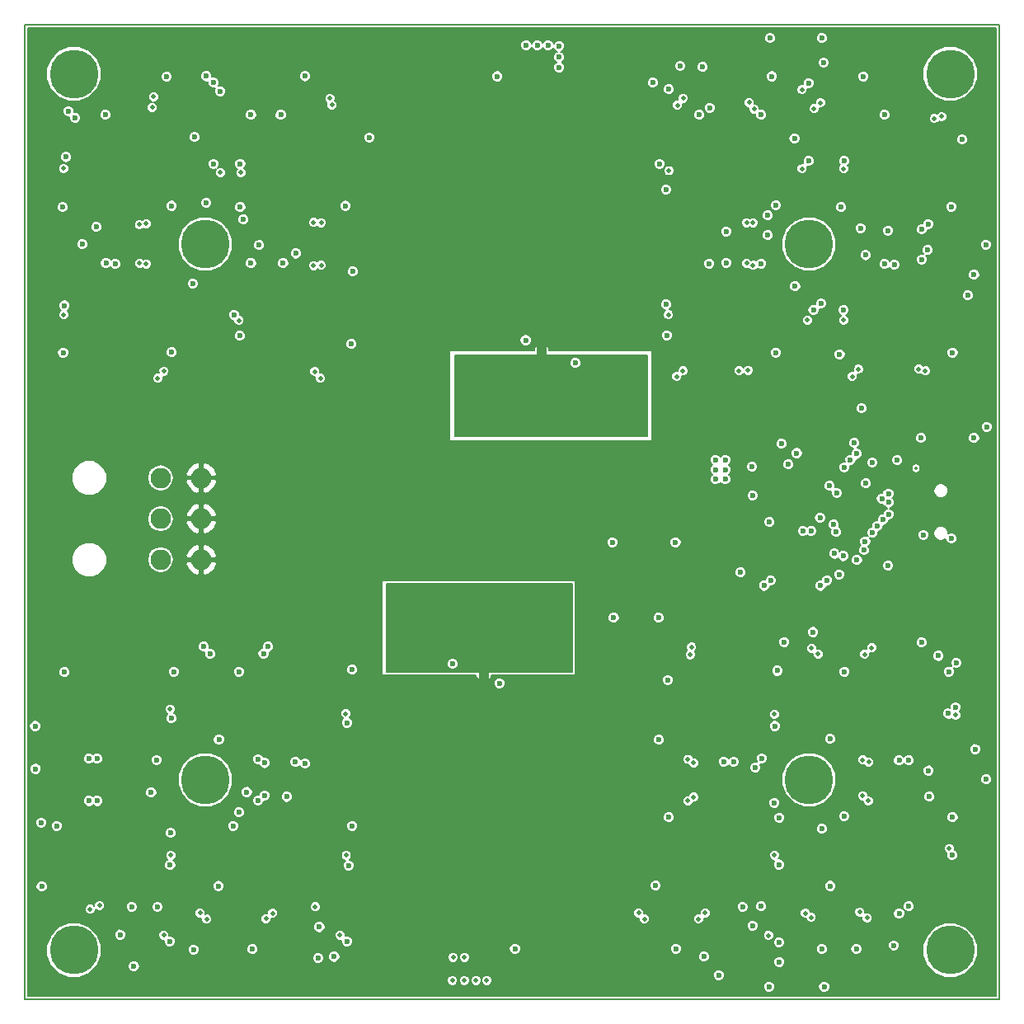
<source format=gbl>
G04 (created by PCBNEW (2013-05-16 BZR 4016)-stable) date 24. 12. 2013 17:26:22*
%MOIN*%
G04 Gerber Fmt 3.4, Leading zero omitted, Abs format*
%FSLAX34Y34*%
G01*
G70*
G90*
G04 APERTURE LIST*
%ADD10C,0.00590551*%
%ADD11C,0.19685*%
%ADD12R,0.0393701X0.0393701*%
%ADD13O,0.0826X0.0826*%
%ADD14C,0.023622*%
%ADD15C,0.019685*%
%ADD16C,0.011811*%
%ADD17C,0.00787402*%
G04 APERTURE END LIST*
G54D10*
X38779Y-61023D02*
X78149Y-61023D01*
X78149Y-61023D02*
X78149Y-21653D01*
X78149Y-21653D02*
X38779Y-21653D01*
X38779Y-21653D02*
X38779Y-61023D01*
G54D11*
X46062Y-30511D03*
G54D12*
X59665Y-34970D03*
X59665Y-34773D03*
X57322Y-47982D03*
X57322Y-47785D03*
G54D11*
X40748Y-23622D03*
X40748Y-59055D03*
X46062Y-52165D03*
X70472Y-52165D03*
X76181Y-59055D03*
X76181Y-23622D03*
X70472Y-30511D03*
G54D13*
X44252Y-43267D03*
X44252Y-41614D03*
X44252Y-39961D03*
X45904Y-39961D03*
X45904Y-41614D03*
X45904Y-43267D03*
G54D14*
X62578Y-45610D03*
X64389Y-45610D03*
X57952Y-48267D03*
X56062Y-47480D03*
X59015Y-34389D03*
X61023Y-35314D03*
X62519Y-42559D03*
X65078Y-42559D03*
G54D15*
X59665Y-35393D03*
X59665Y-35098D03*
X60039Y-35393D03*
X59291Y-35393D03*
X60039Y-35098D03*
X59311Y-35098D03*
X57437Y-36828D03*
X59484Y-36946D03*
X57342Y-47323D03*
X57342Y-47618D03*
X57716Y-47618D03*
X56968Y-47618D03*
X57716Y-47322D03*
X56988Y-47322D03*
X57688Y-45578D03*
X59641Y-45804D03*
G54D14*
X65266Y-23307D03*
X72559Y-29862D03*
X72667Y-23730D03*
X50098Y-23720D03*
X47608Y-29517D03*
X41653Y-29812D03*
X44507Y-23740D03*
X57874Y-23724D03*
X68976Y-23724D03*
X46102Y-23720D03*
X46102Y-28838D03*
X68809Y-29350D03*
X69074Y-53100D03*
X72381Y-59005D03*
X65088Y-58996D03*
X75344Y-52844D03*
X43877Y-52677D03*
X51278Y-59320D03*
X45590Y-59025D03*
X58582Y-58995D03*
X47972Y-59015D03*
X70984Y-59011D03*
X70984Y-54143D03*
X47421Y-53484D03*
X73523Y-31318D03*
X49212Y-31279D03*
X49114Y-25275D03*
X68543Y-31299D03*
X66437Y-31299D03*
X42047Y-31259D03*
X42027Y-25275D03*
X47913Y-25275D03*
X47913Y-31279D03*
X68169Y-39507D03*
X68543Y-25275D03*
X73523Y-25275D03*
X66043Y-25275D03*
X68188Y-40669D03*
X44094Y-51358D03*
X67421Y-51437D03*
X74507Y-51377D03*
X50098Y-51515D03*
G54D15*
X50511Y-57303D03*
G54D14*
X43090Y-57303D03*
X68562Y-51299D03*
X68543Y-57283D03*
X74507Y-57283D03*
X67785Y-57303D03*
X44129Y-57307D03*
X68868Y-41742D03*
X71476Y-41850D03*
G54D15*
X73011Y-46830D03*
X70570Y-46850D03*
X70326Y-57559D03*
X66271Y-57549D03*
X72724Y-47090D03*
X70846Y-47086D03*
X70561Y-57724D03*
X66003Y-57793D03*
X72889Y-51448D03*
X72866Y-53019D03*
X72645Y-52807D03*
X72641Y-51358D03*
X65807Y-52870D03*
X65807Y-51484D03*
X65580Y-51338D03*
X65578Y-53015D03*
X48789Y-57559D03*
X63582Y-57549D03*
X65728Y-46801D03*
X48523Y-57785D03*
X63818Y-57795D03*
X65669Y-47106D03*
G54D14*
X48602Y-46781D03*
X46003Y-46781D03*
G54D15*
X45856Y-57549D03*
X41791Y-57253D03*
X41407Y-57401D03*
X46122Y-57805D03*
G54D14*
X46259Y-47076D03*
X48415Y-47066D03*
X48464Y-51486D03*
X48464Y-52795D03*
X48198Y-53001D03*
X48198Y-51328D03*
X41692Y-51318D03*
X41692Y-53021D03*
X41358Y-53021D03*
X41358Y-51318D03*
G54D15*
X50492Y-35657D03*
X44393Y-35645D03*
X43980Y-24555D03*
X50716Y-35937D03*
X44145Y-35937D03*
X43917Y-24984D03*
X65381Y-24610D03*
X65374Y-35633D03*
X67645Y-35625D03*
X51098Y-24618D03*
X65149Y-24889D03*
X65127Y-35860D03*
X68011Y-35606D03*
X51181Y-24881D03*
X43405Y-31287D03*
X43397Y-29716D03*
X43677Y-31311D03*
X43673Y-29688D03*
X50440Y-31374D03*
X50444Y-29633D03*
X50751Y-29641D03*
X50751Y-31366D03*
X68051Y-24779D03*
X70935Y-24789D03*
X72468Y-35570D03*
X74909Y-35561D03*
X75177Y-35637D03*
X72214Y-35856D03*
X70679Y-25033D03*
X68248Y-25043D03*
G54D14*
X73041Y-42175D03*
X76230Y-42411D03*
G54D15*
X75836Y-25354D03*
X75531Y-25437D03*
G54D14*
X75098Y-42263D03*
X73228Y-41919D03*
G54D15*
X67952Y-29641D03*
X67952Y-31283D03*
X68212Y-29645D03*
X68208Y-31370D03*
G54D14*
X75031Y-31133D03*
X75031Y-29909D03*
X75275Y-30748D03*
X75283Y-29696D03*
X72696Y-42883D03*
X71850Y-43120D03*
G54D15*
X72824Y-57755D03*
G54D14*
X72411Y-43277D03*
G54D15*
X72529Y-57507D03*
G54D14*
X72391Y-38986D03*
X69350Y-38582D03*
X72145Y-39232D03*
X69980Y-38956D03*
X70226Y-42106D03*
X71574Y-42145D03*
X71899Y-39527D03*
X73031Y-39340D03*
X73454Y-41653D03*
X73671Y-43503D03*
X71692Y-43868D03*
X71496Y-43021D03*
X72746Y-42529D03*
X73415Y-40797D03*
X69084Y-49990D03*
X70944Y-44320D03*
X68917Y-44104D03*
X44645Y-55610D03*
X44625Y-58700D03*
X44685Y-49685D03*
X51850Y-55629D03*
X51791Y-58700D03*
X51791Y-49862D03*
X76102Y-49488D03*
X69251Y-55590D03*
X69251Y-58740D03*
X76259Y-55216D03*
X64429Y-27263D03*
X64153Y-23976D03*
X64685Y-32952D03*
X46397Y-27263D03*
X47480Y-27263D03*
X46397Y-23976D03*
X47224Y-33366D03*
X40433Y-26988D03*
X40374Y-32992D03*
X40531Y-25127D03*
X70452Y-23996D03*
X70452Y-27145D03*
X71889Y-27145D03*
X71870Y-33169D03*
X70649Y-33169D03*
X75708Y-47155D03*
X76397Y-49232D03*
G54D15*
X76141Y-54940D03*
X76397Y-49547D03*
G54D14*
X69468Y-46594D03*
X76417Y-47440D03*
X64803Y-24251D03*
X68651Y-44320D03*
X46673Y-24330D03*
G54D15*
X44665Y-55216D03*
X44389Y-58444D03*
X44645Y-49311D03*
X51763Y-55212D03*
X51503Y-58444D03*
X51744Y-49496D03*
X69074Y-55212D03*
X68830Y-58456D03*
X69070Y-49519D03*
X64803Y-27539D03*
X64791Y-33370D03*
X70196Y-24271D03*
X71877Y-27460D03*
X70196Y-27460D03*
X70413Y-33582D03*
X71870Y-33582D03*
X47500Y-27618D03*
X46673Y-27618D03*
X47429Y-33590D03*
X40342Y-33366D03*
X40334Y-27452D03*
G54D14*
X40807Y-25403D03*
X74035Y-39242D03*
X73681Y-40954D03*
X77145Y-38346D03*
X39202Y-51722D03*
X77185Y-50925D03*
X68897Y-22185D03*
X68858Y-60531D03*
X77145Y-31751D03*
X43179Y-59704D03*
X39429Y-53897D03*
X66820Y-60059D03*
X77637Y-52145D03*
X70984Y-22185D03*
X71082Y-60531D03*
X77618Y-30531D03*
X77657Y-37893D03*
X70551Y-42106D03*
X70639Y-46190D03*
X75019Y-46614D03*
X72775Y-40177D03*
X70964Y-32903D03*
X72598Y-37145D03*
X73385Y-44576D03*
X73769Y-44566D03*
X73779Y-44891D03*
X72696Y-44468D03*
X73385Y-44891D03*
G54D15*
X55954Y-43129D03*
X55954Y-42736D03*
X55954Y-42342D03*
X53582Y-43129D03*
X53582Y-42736D03*
X53582Y-42342D03*
X53582Y-41948D03*
X53976Y-41948D03*
X53976Y-42342D03*
X53976Y-42736D03*
X51299Y-43129D03*
X51692Y-43139D03*
X51692Y-42746D03*
X51692Y-42352D03*
X51692Y-41958D03*
X51299Y-41958D03*
X51299Y-42352D03*
X51299Y-42746D03*
X49744Y-43120D03*
X49350Y-43129D03*
X49350Y-42736D03*
X49350Y-42342D03*
X49350Y-41948D03*
X49744Y-41948D03*
X49744Y-42342D03*
X49744Y-42736D03*
G54D14*
X73041Y-60265D03*
X66220Y-60078D03*
X67244Y-59517D03*
X66456Y-22588D03*
X49478Y-59370D03*
X71210Y-44822D03*
X69448Y-44429D03*
X67805Y-45068D03*
X64586Y-45088D03*
X43523Y-59389D03*
X40285Y-50925D03*
X47125Y-32244D03*
X74393Y-36578D03*
X67519Y-24537D03*
X50137Y-24488D03*
X42906Y-24562D03*
G54D15*
X74015Y-55551D03*
X74015Y-55984D03*
X74448Y-55984D03*
X74881Y-55984D03*
X74881Y-55551D03*
X74448Y-55551D03*
X74015Y-55118D03*
X74015Y-55137D03*
X74448Y-54704D03*
X74448Y-54271D03*
X74881Y-54271D03*
X74881Y-54704D03*
X74881Y-55137D03*
X74448Y-55137D03*
X74005Y-54694D03*
X74005Y-54261D03*
X73572Y-54261D03*
X73139Y-54261D03*
X73139Y-54694D03*
X73572Y-54694D03*
X74005Y-55127D03*
X74005Y-55127D03*
X73572Y-55561D03*
X73572Y-55994D03*
X73139Y-55994D03*
X73139Y-55561D03*
X73139Y-55127D03*
X73572Y-55127D03*
X66929Y-55551D03*
X66929Y-55984D03*
X67362Y-55984D03*
X67795Y-55984D03*
X67795Y-55551D03*
X67362Y-55551D03*
X66929Y-55118D03*
X66929Y-55137D03*
X67362Y-54704D03*
X67362Y-54271D03*
X67795Y-54271D03*
X67795Y-54704D03*
X67795Y-55137D03*
X67362Y-55137D03*
X66919Y-54694D03*
X66919Y-54261D03*
X66486Y-54261D03*
X66053Y-54261D03*
X66053Y-54694D03*
X66486Y-54694D03*
X66919Y-55127D03*
X66919Y-55127D03*
X66486Y-55561D03*
X66486Y-55994D03*
X66053Y-55994D03*
X66053Y-55561D03*
X66053Y-55127D03*
X66486Y-55127D03*
X74015Y-49645D03*
X74015Y-50078D03*
X74448Y-50078D03*
X74881Y-50078D03*
X74881Y-49645D03*
X74448Y-49645D03*
X74015Y-49212D03*
X74015Y-49232D03*
X74448Y-48799D03*
X74448Y-48366D03*
X74881Y-48366D03*
X74881Y-48799D03*
X74881Y-49232D03*
X74448Y-49232D03*
X74005Y-48789D03*
X74005Y-48356D03*
X73572Y-48356D03*
X73139Y-48356D03*
X73139Y-48789D03*
X73572Y-48789D03*
X74005Y-49222D03*
X74005Y-49222D03*
X73572Y-49655D03*
X73572Y-50088D03*
X73139Y-50088D03*
X73139Y-49655D03*
X73139Y-49222D03*
X73572Y-49222D03*
X66486Y-49222D03*
X66053Y-49222D03*
X66053Y-49655D03*
X66053Y-50088D03*
X66486Y-50088D03*
X66486Y-49655D03*
X66919Y-49222D03*
X66919Y-49222D03*
X66486Y-48789D03*
X66053Y-48789D03*
X66053Y-48356D03*
X66486Y-48356D03*
X66919Y-48356D03*
X66919Y-48789D03*
X67362Y-49232D03*
X67795Y-49232D03*
X67795Y-48799D03*
X67795Y-48366D03*
X67362Y-48366D03*
X67362Y-48799D03*
X66929Y-49232D03*
X66929Y-49212D03*
X67362Y-49645D03*
X67795Y-49645D03*
X67795Y-50078D03*
X67362Y-50078D03*
X66929Y-50078D03*
X66929Y-49645D03*
X49163Y-55127D03*
X48730Y-55127D03*
X48730Y-55561D03*
X48730Y-55994D03*
X49163Y-55994D03*
X49163Y-55561D03*
X49596Y-55127D03*
X49596Y-55127D03*
X49163Y-54694D03*
X48730Y-54694D03*
X48730Y-54261D03*
X49163Y-54261D03*
X49596Y-54261D03*
X49596Y-54694D03*
X50039Y-55137D03*
X50472Y-55137D03*
X50472Y-54704D03*
X50472Y-54271D03*
X50039Y-54271D03*
X50039Y-54704D03*
X49606Y-55137D03*
X49606Y-55118D03*
X50039Y-55551D03*
X50472Y-55551D03*
X50472Y-55984D03*
X50039Y-55984D03*
X49606Y-55984D03*
X49606Y-55551D03*
X49163Y-49222D03*
X48730Y-49222D03*
X48730Y-49655D03*
X48730Y-50088D03*
X49163Y-50088D03*
X49163Y-49655D03*
X49596Y-49222D03*
X49596Y-49222D03*
X49163Y-48789D03*
X48730Y-48789D03*
X48730Y-48356D03*
X49163Y-48356D03*
X49596Y-48356D03*
X49596Y-48789D03*
X50039Y-49232D03*
X50472Y-49232D03*
X50472Y-48799D03*
X50472Y-48366D03*
X50039Y-48366D03*
X50039Y-48799D03*
X49606Y-49232D03*
X49606Y-49212D03*
X50039Y-49645D03*
X50472Y-49645D03*
X50472Y-50078D03*
X50039Y-50078D03*
X49606Y-50078D03*
X49606Y-49645D03*
X42076Y-55127D03*
X41643Y-55127D03*
X41643Y-55561D03*
X41643Y-55994D03*
X42076Y-55994D03*
X42076Y-55561D03*
X42509Y-55127D03*
X42509Y-55127D03*
X42076Y-54694D03*
X41643Y-54694D03*
X41643Y-54261D03*
X42076Y-54261D03*
X42509Y-54261D03*
X42509Y-54694D03*
X42952Y-55137D03*
X43385Y-55137D03*
X43385Y-54704D03*
X43385Y-54271D03*
X42952Y-54271D03*
X42952Y-54704D03*
X42519Y-55137D03*
X42519Y-55118D03*
X42952Y-55551D03*
X43385Y-55551D03*
X43385Y-55984D03*
X42952Y-55984D03*
X42519Y-55984D03*
X42519Y-55551D03*
X42519Y-49645D03*
X42519Y-50078D03*
X42952Y-50078D03*
X43385Y-50078D03*
X43385Y-49645D03*
X42952Y-49645D03*
X42519Y-49212D03*
X42519Y-49232D03*
X42952Y-48799D03*
X42952Y-48366D03*
X43385Y-48366D03*
X43385Y-48799D03*
X43385Y-49232D03*
X42952Y-49232D03*
X42509Y-48789D03*
X42509Y-48356D03*
X42076Y-48356D03*
X41643Y-48356D03*
X41643Y-48789D03*
X42076Y-48789D03*
X42509Y-49222D03*
X42509Y-49222D03*
X42076Y-49655D03*
X42076Y-50088D03*
X41643Y-50088D03*
X41643Y-49655D03*
X41643Y-49222D03*
X42076Y-49222D03*
X74458Y-33454D03*
X74891Y-33454D03*
X74891Y-33021D03*
X74891Y-32588D03*
X74458Y-32588D03*
X74458Y-33021D03*
X74025Y-33454D03*
X74025Y-33454D03*
X74458Y-33887D03*
X74891Y-33887D03*
X74891Y-34320D03*
X74458Y-34320D03*
X74025Y-34320D03*
X74025Y-33887D03*
X73582Y-33444D03*
X73149Y-33444D03*
X73149Y-33877D03*
X73149Y-34311D03*
X73582Y-34311D03*
X73582Y-33877D03*
X74015Y-33444D03*
X74015Y-33464D03*
X73582Y-33031D03*
X73149Y-33031D03*
X73149Y-32598D03*
X73582Y-32598D03*
X74015Y-32598D03*
X74015Y-33031D03*
X67372Y-33454D03*
X67805Y-33454D03*
X67805Y-33021D03*
X67805Y-32588D03*
X67372Y-32588D03*
X67372Y-33021D03*
X66938Y-33454D03*
X66938Y-33454D03*
X67372Y-33887D03*
X67805Y-33887D03*
X67805Y-34320D03*
X67372Y-34320D03*
X66938Y-34320D03*
X66938Y-33887D03*
X66496Y-33444D03*
X66062Y-33444D03*
X66062Y-33877D03*
X66062Y-34311D03*
X66496Y-34311D03*
X66496Y-33877D03*
X66929Y-33444D03*
X66929Y-33464D03*
X66496Y-33031D03*
X66062Y-33031D03*
X66062Y-32598D03*
X66496Y-32598D03*
X66929Y-32598D03*
X66929Y-33031D03*
X74458Y-27549D03*
X74891Y-27549D03*
X74891Y-27116D03*
X74891Y-26683D03*
X74458Y-26683D03*
X74458Y-27116D03*
X74025Y-27549D03*
X74025Y-27549D03*
X74458Y-27982D03*
X74891Y-27982D03*
X74891Y-28415D03*
X74458Y-28415D03*
X74025Y-28415D03*
X74025Y-27982D03*
X73582Y-27539D03*
X73149Y-27539D03*
X73149Y-27972D03*
X73149Y-28405D03*
X73582Y-28405D03*
X73582Y-27972D03*
X74015Y-27539D03*
X74015Y-27559D03*
X73582Y-27125D03*
X73149Y-27125D03*
X73149Y-26692D03*
X73582Y-26692D03*
X74015Y-26692D03*
X74015Y-27125D03*
X66929Y-27125D03*
X66929Y-26692D03*
X66496Y-26692D03*
X66062Y-26692D03*
X66062Y-27125D03*
X66496Y-27125D03*
X66929Y-27559D03*
X66929Y-27539D03*
X66496Y-27972D03*
X66496Y-28405D03*
X66062Y-28405D03*
X66062Y-27972D03*
X66062Y-27539D03*
X66496Y-27539D03*
X66938Y-27982D03*
X66938Y-28415D03*
X67372Y-28415D03*
X67805Y-28415D03*
X67805Y-27982D03*
X67372Y-27982D03*
X66938Y-27549D03*
X66938Y-27549D03*
X67372Y-27116D03*
X67372Y-26683D03*
X67805Y-26683D03*
X67805Y-27116D03*
X67805Y-27549D03*
X67372Y-27549D03*
X49606Y-33031D03*
X49606Y-32598D03*
X49173Y-32598D03*
X48740Y-32598D03*
X48740Y-33031D03*
X49173Y-33031D03*
X49606Y-33464D03*
X49606Y-33444D03*
X49173Y-33877D03*
X49173Y-34311D03*
X48740Y-34311D03*
X48740Y-33877D03*
X48740Y-33444D03*
X49173Y-33444D03*
X49616Y-33887D03*
X49616Y-34320D03*
X50049Y-34320D03*
X50482Y-34320D03*
X50482Y-33887D03*
X50049Y-33887D03*
X49616Y-33454D03*
X49616Y-33454D03*
X50049Y-33021D03*
X50049Y-32588D03*
X50482Y-32588D03*
X50482Y-33021D03*
X50482Y-33454D03*
X50049Y-33454D03*
X42519Y-33031D03*
X42519Y-32598D03*
X42086Y-32598D03*
X41653Y-32598D03*
X41653Y-33031D03*
X42086Y-33031D03*
X42519Y-33464D03*
X42519Y-33444D03*
X42086Y-33877D03*
X42086Y-34311D03*
X41653Y-34311D03*
X41653Y-33877D03*
X41653Y-33444D03*
X42086Y-33444D03*
X42529Y-33887D03*
X42529Y-34320D03*
X42962Y-34320D03*
X43395Y-34320D03*
X43395Y-33887D03*
X42962Y-33887D03*
X42529Y-33454D03*
X42529Y-33454D03*
X42962Y-33021D03*
X42962Y-32588D03*
X43395Y-32588D03*
X43395Y-33021D03*
X43395Y-33454D03*
X42962Y-33454D03*
X49606Y-27125D03*
X49606Y-26692D03*
X49173Y-26692D03*
X48740Y-26692D03*
X48740Y-27125D03*
X49173Y-27125D03*
X49606Y-27559D03*
X49606Y-27539D03*
X49173Y-27972D03*
X49173Y-28405D03*
X48740Y-28405D03*
X48740Y-27972D03*
X48740Y-27539D03*
X49173Y-27539D03*
X49616Y-27982D03*
X49616Y-28415D03*
X50049Y-28415D03*
X50482Y-28415D03*
X50482Y-27982D03*
X50049Y-27982D03*
X49616Y-27549D03*
X49616Y-27549D03*
X50049Y-27116D03*
X50049Y-26683D03*
X50482Y-26683D03*
X50482Y-27116D03*
X50482Y-27549D03*
X50049Y-27549D03*
X42962Y-27549D03*
X43395Y-27549D03*
X43395Y-27116D03*
X43395Y-26683D03*
X42962Y-26683D03*
X42962Y-27116D03*
X42529Y-27549D03*
X42529Y-27549D03*
X42962Y-27982D03*
X43395Y-27982D03*
X43395Y-28415D03*
X42962Y-28415D03*
X42529Y-28415D03*
X42529Y-27982D03*
X42086Y-27539D03*
X41653Y-27539D03*
X41653Y-27972D03*
X41653Y-28405D03*
X42086Y-28405D03*
X42086Y-27972D03*
X42519Y-27539D03*
X42519Y-27559D03*
X42086Y-27125D03*
X41653Y-27125D03*
X41653Y-26692D03*
X42086Y-26692D03*
X42519Y-26692D03*
X42519Y-27125D03*
G54D14*
X62913Y-22145D03*
X66850Y-22145D03*
X77204Y-24862D03*
X76417Y-56318D03*
X77342Y-57480D03*
X74783Y-60098D03*
X42194Y-58070D03*
X53267Y-60570D03*
X49330Y-60570D03*
X45393Y-60570D03*
X41456Y-60570D03*
X73614Y-58122D03*
G54D15*
X58937Y-60216D03*
X59409Y-60216D03*
X59881Y-60216D03*
X60354Y-60216D03*
G54D14*
X65078Y-60570D03*
X61141Y-60570D03*
X68031Y-42322D03*
X67362Y-42992D03*
X66535Y-43759D03*
X65433Y-43799D03*
X64566Y-43996D03*
X68110Y-37775D03*
X66535Y-37775D03*
X64566Y-37775D03*
X63700Y-44350D03*
X63700Y-46318D03*
X63700Y-48287D03*
X63700Y-51043D03*
X63070Y-51574D03*
X59448Y-49625D03*
X59842Y-49625D03*
X60236Y-49625D03*
X60629Y-49625D03*
X61023Y-49625D03*
X61417Y-49625D03*
X61811Y-49625D03*
X59055Y-51555D03*
X57165Y-51555D03*
X54133Y-51082D03*
X54133Y-49507D03*
X54133Y-48326D03*
G54D15*
X74551Y-24598D03*
G54D14*
X73070Y-22972D03*
X56614Y-22539D03*
X56141Y-22539D03*
X57086Y-22539D03*
X57559Y-22539D03*
X43425Y-22145D03*
X47362Y-22145D03*
X51299Y-22145D03*
X55236Y-22145D03*
X57559Y-33110D03*
X57165Y-33110D03*
X56771Y-33110D03*
X56377Y-33110D03*
X55984Y-33110D03*
X55590Y-33110D03*
X55196Y-33110D03*
X63307Y-31377D03*
X63307Y-32952D03*
X63307Y-34704D03*
X61988Y-34704D03*
X58031Y-31082D03*
X59881Y-31082D03*
X53661Y-36732D03*
X52992Y-36732D03*
X52992Y-34960D03*
X52992Y-32992D03*
X52992Y-31023D03*
X54133Y-30984D03*
G54D15*
X48188Y-45098D03*
X48582Y-45098D03*
X48976Y-45098D03*
X49370Y-45098D03*
X49763Y-45098D03*
X52125Y-45098D03*
X51732Y-45098D03*
X51338Y-45098D03*
X50944Y-45098D03*
X50551Y-45098D03*
X50157Y-45098D03*
X53976Y-43129D03*
X55954Y-41948D03*
X55561Y-41948D03*
X55561Y-42342D03*
X55561Y-42736D03*
X55561Y-43129D03*
G54D14*
X66948Y-52282D03*
X71830Y-56318D03*
X76377Y-32007D03*
G54D15*
X50141Y-36555D03*
X66653Y-58055D03*
G54D14*
X39823Y-34291D03*
X76181Y-26338D03*
X39940Y-56318D03*
X43287Y-46181D03*
X45610Y-50295D03*
X45294Y-48366D03*
X46969Y-28405D03*
X39804Y-28385D03*
X76692Y-28366D03*
X67775Y-46141D03*
X64763Y-47618D03*
X69783Y-48385D03*
X66397Y-46141D03*
X64763Y-56338D03*
X64292Y-54271D03*
X69842Y-54271D03*
X76790Y-34291D03*
X76790Y-54271D03*
X73956Y-52302D03*
X74547Y-46141D03*
X73405Y-46102D03*
X71811Y-50413D03*
X71201Y-34311D03*
X76712Y-48366D03*
X76643Y-50177D03*
X71260Y-28385D03*
X71092Y-32312D03*
X71456Y-25984D03*
X73917Y-30433D03*
X66830Y-30355D03*
X67263Y-36480D03*
X69448Y-32204D03*
X66141Y-36456D03*
X73188Y-36437D03*
X52204Y-26299D03*
X43208Y-36535D03*
X48799Y-36515D03*
X45059Y-32204D03*
X41771Y-36515D03*
X64232Y-34822D03*
X69409Y-26299D03*
X64173Y-28917D03*
X52706Y-56013D03*
X45078Y-56082D03*
X52480Y-48405D03*
X49350Y-46161D03*
X49625Y-52361D03*
X51889Y-53524D03*
X44655Y-53316D03*
X42539Y-52184D03*
X51535Y-32263D03*
X46948Y-34803D03*
X49448Y-30432D03*
X42519Y-30392D03*
X68937Y-23169D03*
X62224Y-33169D03*
X62224Y-33562D03*
X62224Y-33956D03*
X62224Y-34350D03*
X63425Y-41968D03*
X63425Y-41574D03*
X63425Y-41181D03*
X55118Y-49507D03*
X55118Y-49114D03*
X55118Y-48720D03*
X55118Y-48326D03*
X66496Y-38543D03*
X66102Y-38543D03*
X65708Y-38543D03*
X65314Y-38543D03*
G54D15*
X65098Y-41751D03*
X64744Y-41751D03*
X65098Y-41417D03*
X64744Y-41417D03*
G54D14*
X68543Y-40078D03*
X47342Y-56534D03*
X41948Y-46161D03*
X47342Y-50629D03*
X52568Y-50403D03*
X69793Y-50442D03*
X69812Y-56505D03*
X69566Y-28346D03*
X64468Y-25905D03*
X69625Y-34271D03*
X64153Y-32047D03*
X51850Y-34034D03*
X52224Y-28385D03*
X45196Y-34271D03*
X45137Y-26299D03*
X45216Y-28366D03*
X47106Y-26574D03*
X39458Y-32234D03*
X40039Y-26318D03*
X46909Y-48405D03*
X71397Y-54330D03*
X47322Y-54546D03*
X40196Y-54546D03*
X39881Y-48405D03*
X71417Y-48385D03*
X71594Y-40570D03*
X73690Y-41427D03*
X71309Y-40285D03*
X73681Y-40600D03*
X42421Y-31318D03*
X41092Y-30511D03*
X49723Y-30885D03*
X48238Y-30551D03*
X50679Y-58120D03*
X50620Y-59370D03*
X42618Y-58425D03*
X47746Y-52658D03*
X49350Y-52854D03*
X49704Y-51437D03*
X66456Y-25000D03*
X66171Y-23346D03*
X67125Y-31259D03*
X67125Y-30000D03*
X68809Y-30147D03*
X72765Y-30954D03*
X73917Y-31338D03*
X73661Y-29960D03*
X68306Y-51673D03*
X67027Y-51427D03*
X75305Y-51791D03*
X74114Y-51377D03*
X66220Y-59311D03*
X68188Y-58061D03*
X74114Y-57559D03*
X73897Y-58858D03*
X70915Y-41574D03*
X69635Y-39419D03*
X69133Y-34901D03*
X71200Y-44094D03*
X67706Y-43780D03*
X76279Y-34901D03*
X39183Y-49990D03*
G54D15*
X57440Y-60275D03*
X57007Y-60275D03*
X56535Y-60275D03*
X56062Y-60275D03*
X56082Y-59340D03*
X56545Y-59340D03*
G54D14*
X60374Y-23366D03*
X60374Y-22952D03*
X60374Y-22500D03*
X59921Y-22480D03*
X59488Y-22460D03*
X59035Y-22460D03*
X76663Y-26279D03*
X47480Y-29015D03*
X40314Y-34901D03*
X64409Y-50551D03*
X64763Y-48129D03*
X69192Y-47755D03*
X64271Y-56437D03*
X64803Y-53681D03*
X69271Y-53700D03*
X71338Y-56456D03*
X76279Y-53681D03*
X71889Y-53641D03*
X71318Y-50511D03*
X71712Y-34960D03*
X76122Y-47795D03*
X71909Y-47795D03*
X71771Y-29015D03*
X76889Y-32578D03*
X76220Y-28996D03*
X69911Y-32214D03*
X64724Y-34192D03*
X69881Y-26240D03*
X69133Y-28937D03*
X64685Y-28307D03*
X52007Y-47716D03*
X46614Y-50531D03*
X47421Y-47795D03*
X46594Y-56456D03*
X52007Y-54035D03*
X47185Y-54035D03*
X44665Y-54311D03*
X39448Y-56476D03*
X40059Y-54035D03*
X40374Y-47814D03*
X44783Y-47795D03*
X52027Y-31614D03*
X51968Y-34547D03*
X47460Y-34212D03*
X45551Y-32106D03*
X52696Y-26200D03*
X45629Y-26181D03*
X40295Y-29015D03*
X72303Y-38543D03*
X67086Y-40019D03*
X66692Y-40019D03*
X66692Y-39625D03*
X67086Y-39625D03*
X67086Y-39232D03*
X66692Y-39232D03*
X75000Y-38346D03*
X51732Y-28956D03*
X44704Y-34881D03*
X44704Y-28956D03*
X69271Y-59527D03*
X71062Y-23169D03*
G54D16*
X74793Y-39577D02*
X74803Y-39587D01*
X74793Y-39557D02*
X74793Y-39577D01*
X73385Y-44891D02*
X73779Y-44891D01*
X73385Y-44576D02*
X73474Y-44566D01*
X73474Y-44566D02*
X73769Y-44566D01*
X55561Y-42342D02*
X55561Y-41948D01*
X55561Y-43129D02*
X55561Y-42736D01*
X53582Y-42736D02*
X53582Y-43129D01*
X53582Y-41948D02*
X53582Y-42342D01*
X53976Y-42342D02*
X53976Y-41948D01*
X53976Y-43129D02*
X53976Y-42736D01*
X51299Y-43129D02*
X51299Y-42746D01*
X51692Y-42746D02*
X51692Y-43139D01*
X51692Y-41958D02*
X51692Y-42352D01*
X51299Y-42352D02*
X51299Y-41958D01*
X49744Y-43120D02*
X49744Y-42736D01*
X49350Y-42736D02*
X49350Y-43129D01*
X49350Y-41948D02*
X49350Y-42342D01*
X49744Y-42342D02*
X49744Y-41948D01*
X71092Y-45039D02*
X71092Y-45029D01*
X71210Y-44842D02*
X71210Y-44822D01*
X71092Y-45029D02*
X71210Y-44842D01*
X69448Y-44429D02*
X69448Y-44419D01*
X67805Y-45068D02*
X71092Y-45039D01*
X71092Y-45039D02*
X71082Y-45039D01*
X40305Y-50954D02*
X40305Y-50944D01*
X40305Y-50944D02*
X40285Y-50925D01*
X74015Y-55551D02*
X74015Y-55118D01*
X74015Y-55984D02*
X74448Y-55984D01*
X74881Y-55984D02*
X74881Y-55551D01*
X74881Y-54271D02*
X74448Y-54271D01*
X74881Y-55137D02*
X74881Y-54704D01*
X74448Y-55137D02*
X74015Y-55137D01*
X74005Y-54694D02*
X74005Y-55127D01*
X74005Y-54261D02*
X73572Y-54261D01*
X73139Y-54261D02*
X73139Y-54694D01*
X73139Y-55994D02*
X73572Y-55994D01*
X73139Y-55127D02*
X73139Y-55561D01*
X73572Y-55127D02*
X74005Y-55127D01*
X66929Y-55551D02*
X66929Y-55118D01*
X66929Y-55984D02*
X67362Y-55984D01*
X67795Y-55984D02*
X67795Y-55551D01*
X67795Y-54271D02*
X67362Y-54271D01*
X67795Y-55137D02*
X67795Y-54704D01*
X67362Y-55137D02*
X66929Y-55137D01*
X66919Y-54694D02*
X66919Y-55127D01*
X66919Y-54261D02*
X66486Y-54261D01*
X66053Y-54261D02*
X66053Y-54694D01*
X66053Y-55994D02*
X66486Y-55994D01*
X66053Y-55127D02*
X66053Y-55561D01*
X66486Y-55127D02*
X66919Y-55127D01*
X74015Y-49645D02*
X74015Y-49212D01*
X74015Y-50078D02*
X74448Y-50078D01*
X74881Y-50078D02*
X74881Y-49645D01*
X74881Y-48366D02*
X74448Y-48366D01*
X74881Y-49232D02*
X74881Y-48799D01*
X74448Y-49232D02*
X74015Y-49232D01*
X74005Y-48789D02*
X74005Y-49222D01*
X74005Y-48356D02*
X73572Y-48356D01*
X73139Y-48356D02*
X73139Y-48789D01*
X73139Y-50088D02*
X73572Y-50088D01*
X73139Y-49222D02*
X73139Y-49655D01*
X73572Y-49222D02*
X74005Y-49222D01*
X66486Y-49222D02*
X66919Y-49222D01*
X66053Y-49222D02*
X66053Y-49655D01*
X66053Y-50088D02*
X66486Y-50088D01*
X66053Y-48356D02*
X66053Y-48789D01*
X66919Y-48356D02*
X66486Y-48356D01*
X66919Y-48789D02*
X66919Y-49222D01*
X67362Y-49232D02*
X66929Y-49232D01*
X67795Y-49232D02*
X67795Y-48799D01*
X67795Y-48366D02*
X67362Y-48366D01*
X67795Y-50078D02*
X67795Y-49645D01*
X66929Y-50078D02*
X67362Y-50078D01*
X66929Y-49645D02*
X66929Y-49212D01*
X49163Y-55127D02*
X49596Y-55127D01*
X48730Y-55127D02*
X48730Y-55561D01*
X48730Y-55994D02*
X49163Y-55994D01*
X48730Y-54261D02*
X48730Y-54694D01*
X49596Y-54261D02*
X49163Y-54261D01*
X49596Y-54694D02*
X49596Y-55127D01*
X50039Y-55137D02*
X49606Y-55137D01*
X50472Y-55137D02*
X50472Y-54704D01*
X50472Y-54271D02*
X50039Y-54271D01*
X50472Y-55984D02*
X50472Y-55551D01*
X49606Y-55984D02*
X50039Y-55984D01*
X49606Y-55551D02*
X49606Y-55118D01*
X49163Y-49222D02*
X49596Y-49222D01*
X48730Y-49222D02*
X48730Y-49655D01*
X48730Y-50088D02*
X49163Y-50088D01*
X48730Y-48356D02*
X48730Y-48789D01*
X49596Y-48356D02*
X49163Y-48356D01*
X49596Y-48789D02*
X49596Y-49222D01*
X50039Y-49232D02*
X49606Y-49232D01*
X50472Y-49232D02*
X50472Y-48799D01*
X50472Y-48366D02*
X50039Y-48366D01*
X50472Y-50078D02*
X50472Y-49645D01*
X49606Y-50078D02*
X50039Y-50078D01*
X49606Y-49645D02*
X49606Y-49212D01*
X42076Y-55127D02*
X42509Y-55127D01*
X41643Y-55127D02*
X41643Y-55561D01*
X41643Y-55994D02*
X42076Y-55994D01*
X41643Y-54261D02*
X41643Y-54694D01*
X42509Y-54261D02*
X42076Y-54261D01*
X42509Y-54694D02*
X42509Y-55127D01*
X42952Y-55137D02*
X42519Y-55137D01*
X43385Y-55137D02*
X43385Y-54704D01*
X43385Y-54271D02*
X42952Y-54271D01*
X43385Y-55984D02*
X43385Y-55551D01*
X42519Y-55984D02*
X42952Y-55984D01*
X42519Y-55551D02*
X42519Y-55118D01*
X42519Y-49645D02*
X42519Y-49212D01*
X42519Y-50078D02*
X42952Y-50078D01*
X43385Y-50078D02*
X43385Y-49645D01*
X43385Y-48366D02*
X42952Y-48366D01*
X43385Y-49232D02*
X43385Y-48799D01*
X42952Y-49232D02*
X42519Y-49232D01*
X42509Y-48789D02*
X42509Y-49222D01*
X42509Y-48356D02*
X42076Y-48356D01*
X41643Y-48356D02*
X41643Y-48789D01*
X41643Y-50088D02*
X42076Y-50088D01*
X41643Y-49222D02*
X41643Y-49655D01*
X42076Y-49222D02*
X42509Y-49222D01*
X74458Y-33454D02*
X74025Y-33454D01*
X74891Y-33454D02*
X74891Y-33021D01*
X74891Y-32588D02*
X74458Y-32588D01*
X74891Y-34320D02*
X74891Y-33887D01*
X74025Y-34320D02*
X74458Y-34320D01*
X74025Y-33887D02*
X74025Y-33454D01*
X73582Y-33444D02*
X74015Y-33444D01*
X73149Y-33444D02*
X73149Y-33877D01*
X73149Y-34311D02*
X73582Y-34311D01*
X73149Y-32598D02*
X73149Y-33031D01*
X74015Y-32598D02*
X73582Y-32598D01*
X74015Y-33031D02*
X74015Y-33464D01*
X67372Y-33454D02*
X66938Y-33454D01*
X67805Y-33454D02*
X67805Y-33021D01*
X67805Y-32588D02*
X67372Y-32588D01*
X67805Y-34320D02*
X67805Y-33887D01*
X66938Y-34320D02*
X67372Y-34320D01*
X66938Y-33887D02*
X66938Y-33454D01*
X66496Y-33444D02*
X66929Y-33444D01*
X66062Y-33444D02*
X66062Y-33877D01*
X66062Y-34311D02*
X66496Y-34311D01*
X66062Y-32598D02*
X66062Y-33031D01*
X66929Y-32598D02*
X66496Y-32598D01*
X66929Y-33031D02*
X66929Y-33464D01*
X74458Y-27549D02*
X74025Y-27549D01*
X74891Y-27549D02*
X74891Y-27116D01*
X74891Y-26683D02*
X74458Y-26683D01*
X74891Y-28415D02*
X74891Y-27982D01*
X74025Y-28415D02*
X74458Y-28415D01*
X74025Y-27982D02*
X74025Y-27549D01*
X73582Y-27539D02*
X74015Y-27539D01*
X73149Y-27539D02*
X73149Y-27972D01*
X73149Y-28405D02*
X73582Y-28405D01*
X73149Y-26692D02*
X73149Y-27125D01*
X74015Y-26692D02*
X73582Y-26692D01*
X74015Y-27125D02*
X74015Y-27559D01*
X66929Y-27125D02*
X66929Y-27559D01*
X66929Y-26692D02*
X66496Y-26692D01*
X66062Y-26692D02*
X66062Y-27125D01*
X66062Y-28405D02*
X66496Y-28405D01*
X66062Y-27539D02*
X66062Y-27972D01*
X66496Y-27539D02*
X66929Y-27539D01*
X66938Y-27982D02*
X66938Y-27549D01*
X66938Y-28415D02*
X67372Y-28415D01*
X67805Y-28415D02*
X67805Y-27982D01*
X67805Y-26683D02*
X67372Y-26683D01*
X67805Y-27549D02*
X67805Y-27116D01*
X67372Y-27549D02*
X66938Y-27549D01*
X49606Y-33031D02*
X49606Y-33464D01*
X49606Y-32598D02*
X49173Y-32598D01*
X48740Y-32598D02*
X48740Y-33031D01*
X48740Y-34311D02*
X49173Y-34311D01*
X48740Y-33444D02*
X48740Y-33877D01*
X49173Y-33444D02*
X49606Y-33444D01*
X49616Y-33887D02*
X49616Y-33454D01*
X49616Y-34320D02*
X50049Y-34320D01*
X50482Y-34320D02*
X50482Y-33887D01*
X50482Y-32588D02*
X50049Y-32588D01*
X50482Y-33454D02*
X50482Y-33021D01*
X50049Y-33454D02*
X49616Y-33454D01*
X42519Y-33031D02*
X42519Y-33464D01*
X42519Y-32598D02*
X42086Y-32598D01*
X41653Y-32598D02*
X41653Y-33031D01*
X41653Y-34311D02*
X42086Y-34311D01*
X41653Y-33444D02*
X41653Y-33877D01*
X42086Y-33444D02*
X42519Y-33444D01*
X42529Y-33887D02*
X42529Y-33454D01*
X42529Y-34320D02*
X42962Y-34320D01*
X43395Y-34320D02*
X43395Y-33887D01*
X43395Y-32588D02*
X42962Y-32588D01*
X43395Y-33454D02*
X43395Y-33021D01*
X42962Y-33454D02*
X42529Y-33454D01*
X49606Y-27125D02*
X49606Y-27559D01*
X49606Y-26692D02*
X49173Y-26692D01*
X48740Y-26692D02*
X48740Y-27125D01*
X48740Y-28405D02*
X49173Y-28405D01*
X48740Y-27539D02*
X48740Y-27972D01*
X49173Y-27539D02*
X49606Y-27539D01*
X49616Y-27982D02*
X49616Y-27549D01*
X49616Y-28415D02*
X50049Y-28415D01*
X50482Y-28415D02*
X50482Y-27982D01*
X50482Y-26683D02*
X50049Y-26683D01*
X50482Y-27549D02*
X50482Y-27116D01*
X50049Y-27549D02*
X49616Y-27549D01*
X42962Y-27549D02*
X42529Y-27549D01*
X43395Y-27549D02*
X43395Y-27116D01*
X43395Y-26683D02*
X42962Y-26683D01*
X43395Y-28415D02*
X43395Y-27982D01*
X42529Y-28415D02*
X42962Y-28415D01*
X42529Y-27982D02*
X42529Y-27549D01*
X42086Y-27539D02*
X42519Y-27539D01*
X41653Y-27539D02*
X41653Y-27972D01*
X41653Y-28405D02*
X42086Y-28405D01*
X41653Y-26692D02*
X41653Y-27125D01*
X42519Y-26692D02*
X42086Y-26692D01*
X42519Y-27125D02*
X42519Y-27559D01*
X66850Y-22145D02*
X62913Y-22145D01*
X76181Y-26338D02*
X76181Y-25885D01*
X76181Y-25885D02*
X77204Y-24862D01*
X76417Y-56318D02*
X76417Y-56555D01*
X76417Y-56555D02*
X77342Y-57480D01*
X73614Y-58122D02*
X73614Y-58929D01*
X73614Y-58929D02*
X74783Y-60098D01*
X42194Y-58070D02*
X42194Y-59832D01*
X45393Y-60570D02*
X49330Y-60570D01*
X42194Y-59832D02*
X41456Y-60570D01*
X60354Y-60216D02*
X60787Y-60216D01*
X58937Y-60216D02*
X59409Y-60216D01*
X59881Y-60216D02*
X60354Y-60216D01*
X65078Y-60570D02*
X65078Y-60590D01*
X60787Y-60216D02*
X61141Y-60570D01*
X68031Y-42322D02*
X67362Y-42992D01*
X66535Y-43759D02*
X66496Y-43799D01*
X66496Y-43799D02*
X65433Y-43799D01*
X64566Y-43996D02*
X64586Y-44015D01*
X64586Y-44015D02*
X64586Y-45088D01*
X65314Y-38543D02*
X65314Y-38523D01*
X66535Y-37775D02*
X68110Y-37775D01*
X65314Y-38523D02*
X64566Y-37775D01*
X63700Y-48287D02*
X63700Y-46318D01*
X63602Y-51043D02*
X63700Y-51043D01*
X63070Y-51574D02*
X63602Y-51043D01*
X60236Y-49625D02*
X59842Y-49625D01*
X61023Y-49625D02*
X60629Y-49625D01*
X61811Y-49625D02*
X61417Y-49625D01*
X57165Y-51555D02*
X59055Y-51555D01*
X54133Y-48326D02*
X54133Y-49507D01*
X74551Y-24598D02*
X74551Y-24452D01*
X74551Y-24452D02*
X73070Y-22972D01*
X56141Y-22539D02*
X55629Y-22539D01*
X56614Y-22539D02*
X56141Y-22539D01*
X57559Y-22539D02*
X57086Y-22539D01*
X51299Y-22145D02*
X47362Y-22145D01*
X55629Y-22539D02*
X55236Y-22145D01*
X56771Y-33110D02*
X57165Y-33110D01*
X55984Y-33110D02*
X56377Y-33110D01*
X55196Y-33110D02*
X55590Y-33110D01*
X63307Y-32952D02*
X63307Y-31377D01*
X61988Y-34704D02*
X63307Y-34704D01*
X59881Y-31082D02*
X58031Y-31082D01*
X52992Y-36732D02*
X53661Y-36732D01*
X52992Y-32992D02*
X52992Y-34960D01*
X54094Y-31023D02*
X52992Y-31023D01*
X54133Y-30984D02*
X54094Y-31023D01*
X48976Y-45098D02*
X48582Y-45098D01*
X49763Y-45098D02*
X49370Y-45098D01*
X51732Y-45098D02*
X52125Y-45098D01*
X50944Y-45098D02*
X51338Y-45098D01*
X50157Y-45098D02*
X50551Y-45098D01*
X55954Y-42736D02*
X55954Y-43129D01*
X55954Y-41948D02*
X55954Y-42342D01*
X66948Y-52282D02*
X66948Y-52303D01*
X71830Y-56318D02*
X71850Y-56338D01*
X76181Y-26338D02*
X76161Y-26338D01*
X46969Y-28405D02*
X46988Y-28405D01*
X39745Y-28385D02*
X39744Y-28385D01*
X69783Y-48385D02*
X69784Y-48385D01*
X64292Y-54271D02*
X64291Y-54271D01*
X69842Y-54271D02*
X69863Y-54271D01*
X76672Y-34291D02*
X76673Y-34291D01*
X73956Y-52302D02*
X73956Y-52283D01*
X76712Y-48366D02*
X76713Y-48366D01*
X76643Y-50177D02*
X76633Y-50177D01*
X73917Y-30433D02*
X73917Y-30433D01*
X66830Y-30355D02*
X66830Y-30334D01*
X69448Y-32204D02*
X69468Y-32204D01*
X69409Y-26299D02*
X69409Y-26319D01*
X45078Y-56082D02*
X45078Y-56103D01*
X49625Y-52361D02*
X49625Y-52362D01*
X51889Y-53524D02*
X51889Y-53543D01*
X44655Y-53316D02*
X44655Y-53335D01*
X42539Y-52184D02*
X42539Y-52185D01*
X46948Y-34803D02*
X46948Y-34804D01*
X49448Y-30432D02*
X49448Y-30433D01*
X42519Y-30392D02*
X42519Y-30393D01*
X62224Y-33562D02*
X62224Y-33169D01*
X62224Y-34350D02*
X62224Y-33956D01*
X63425Y-41181D02*
X63425Y-41574D01*
X47342Y-56534D02*
X47342Y-56535D01*
X47342Y-50629D02*
X47342Y-50629D01*
X51850Y-34034D02*
X51850Y-34035D01*
X47106Y-26574D02*
X47106Y-26573D01*
X47322Y-54546D02*
X47322Y-54527D01*
X40196Y-54546D02*
X40196Y-54547D01*
X71476Y-48385D02*
X71476Y-48406D01*
G54D10*
G36*
X78031Y-60905D02*
X77893Y-60905D01*
X77893Y-37846D01*
X77857Y-37760D01*
X77854Y-37756D01*
X77854Y-30484D01*
X77818Y-30397D01*
X77752Y-30331D01*
X77665Y-30295D01*
X77571Y-30295D01*
X77484Y-30331D01*
X77417Y-30397D01*
X77381Y-30484D01*
X77381Y-30578D01*
X77417Y-30665D01*
X77484Y-30731D01*
X77570Y-30767D01*
X77664Y-30767D01*
X77751Y-30731D01*
X77818Y-30665D01*
X77854Y-30578D01*
X77854Y-30484D01*
X77854Y-37756D01*
X77791Y-37693D01*
X77704Y-37657D01*
X77610Y-37657D01*
X77523Y-37693D01*
X77457Y-37759D01*
X77421Y-37846D01*
X77421Y-37940D01*
X77457Y-38027D01*
X77523Y-38093D01*
X77610Y-38129D01*
X77704Y-38129D01*
X77791Y-38094D01*
X77857Y-38027D01*
X77893Y-37940D01*
X77893Y-37846D01*
X77893Y-60905D01*
X77874Y-60905D01*
X77874Y-52098D01*
X77838Y-52012D01*
X77771Y-51945D01*
X77684Y-51909D01*
X77591Y-51909D01*
X77504Y-51945D01*
X77437Y-52011D01*
X77421Y-52051D01*
X77421Y-50878D01*
X77385Y-50791D01*
X77381Y-50788D01*
X77381Y-38299D01*
X77381Y-31705D01*
X77346Y-31618D01*
X77283Y-31555D01*
X77283Y-23403D01*
X77116Y-22998D01*
X76806Y-22688D01*
X76401Y-22519D01*
X75962Y-22519D01*
X75557Y-22686D01*
X75247Y-22996D01*
X75078Y-23401D01*
X75078Y-23840D01*
X75246Y-24245D01*
X75555Y-24556D01*
X75960Y-24724D01*
X76399Y-24724D01*
X76804Y-24557D01*
X77115Y-24247D01*
X77283Y-23842D01*
X77283Y-23403D01*
X77283Y-31555D01*
X77279Y-31551D01*
X77192Y-31515D01*
X77098Y-31515D01*
X77012Y-31551D01*
X76945Y-31617D01*
X76909Y-31704D01*
X76909Y-31798D01*
X76945Y-31885D01*
X77011Y-31952D01*
X77098Y-31988D01*
X77192Y-31988D01*
X77279Y-31952D01*
X77345Y-31885D01*
X77381Y-31799D01*
X77381Y-31705D01*
X77381Y-38299D01*
X77346Y-38212D01*
X77279Y-38146D01*
X77192Y-38110D01*
X77126Y-38110D01*
X77126Y-32531D01*
X77090Y-32445D01*
X77023Y-32378D01*
X76936Y-32342D01*
X76899Y-32342D01*
X76899Y-26232D01*
X76863Y-26145D01*
X76797Y-26079D01*
X76710Y-26043D01*
X76616Y-26043D01*
X76529Y-26079D01*
X76463Y-26145D01*
X76427Y-26232D01*
X76427Y-26326D01*
X76463Y-26413D01*
X76529Y-26479D01*
X76616Y-26515D01*
X76710Y-26515D01*
X76797Y-26479D01*
X76863Y-26413D01*
X76899Y-26326D01*
X76899Y-26232D01*
X76899Y-32342D01*
X76842Y-32342D01*
X76756Y-32378D01*
X76689Y-32444D01*
X76653Y-32531D01*
X76653Y-32625D01*
X76689Y-32712D01*
X76755Y-32778D01*
X76842Y-32814D01*
X76936Y-32815D01*
X77023Y-32779D01*
X77089Y-32712D01*
X77125Y-32625D01*
X77126Y-32531D01*
X77126Y-38110D01*
X77098Y-38110D01*
X77012Y-38146D01*
X76945Y-38212D01*
X76909Y-38299D01*
X76909Y-38393D01*
X76945Y-38480D01*
X77011Y-38546D01*
X77098Y-38582D01*
X77192Y-38582D01*
X77279Y-38546D01*
X77345Y-38480D01*
X77381Y-38393D01*
X77381Y-38299D01*
X77381Y-50788D01*
X77319Y-50725D01*
X77232Y-50689D01*
X77138Y-50688D01*
X77051Y-50724D01*
X76984Y-50791D01*
X76948Y-50878D01*
X76948Y-50971D01*
X76984Y-51058D01*
X77051Y-51125D01*
X77137Y-51161D01*
X77231Y-51161D01*
X77318Y-51125D01*
X77385Y-51059D01*
X77421Y-50972D01*
X77421Y-50878D01*
X77421Y-52051D01*
X77401Y-52098D01*
X77401Y-52192D01*
X77437Y-52279D01*
X77503Y-52345D01*
X77590Y-52381D01*
X77684Y-52381D01*
X77771Y-52346D01*
X77837Y-52279D01*
X77873Y-52192D01*
X77874Y-52098D01*
X77874Y-60905D01*
X77283Y-60905D01*
X77283Y-58836D01*
X77116Y-58431D01*
X76806Y-58121D01*
X76653Y-58057D01*
X76653Y-47394D01*
X76617Y-47307D01*
X76551Y-47240D01*
X76515Y-47226D01*
X76515Y-34854D01*
X76479Y-34767D01*
X76456Y-34744D01*
X76456Y-28949D01*
X76420Y-28862D01*
X76354Y-28795D01*
X76267Y-28759D01*
X76173Y-28759D01*
X76086Y-28795D01*
X76053Y-28829D01*
X76053Y-25311D01*
X76020Y-25231D01*
X75959Y-25170D01*
X75879Y-25137D01*
X75793Y-25137D01*
X75714Y-25170D01*
X75653Y-25231D01*
X75645Y-25249D01*
X75574Y-25220D01*
X75488Y-25220D01*
X75408Y-25253D01*
X75348Y-25314D01*
X75314Y-25393D01*
X75314Y-25479D01*
X75347Y-25559D01*
X75408Y-25620D01*
X75488Y-25653D01*
X75574Y-25653D01*
X75653Y-25620D01*
X75714Y-25559D01*
X75722Y-25541D01*
X75793Y-25570D01*
X75879Y-25570D01*
X75959Y-25538D01*
X76020Y-25477D01*
X76053Y-25397D01*
X76053Y-25311D01*
X76053Y-28829D01*
X76020Y-28862D01*
X75984Y-28948D01*
X75984Y-29042D01*
X76020Y-29129D01*
X76086Y-29196D01*
X76173Y-29232D01*
X76267Y-29232D01*
X76354Y-29196D01*
X76420Y-29130D01*
X76456Y-29043D01*
X76456Y-28949D01*
X76456Y-34744D01*
X76413Y-34701D01*
X76326Y-34665D01*
X76232Y-34665D01*
X76145Y-34701D01*
X76079Y-34767D01*
X76043Y-34854D01*
X76043Y-34948D01*
X76079Y-35035D01*
X76145Y-35101D01*
X76232Y-35137D01*
X76326Y-35137D01*
X76413Y-35101D01*
X76479Y-35035D01*
X76515Y-34948D01*
X76515Y-34854D01*
X76515Y-47226D01*
X76466Y-47205D01*
X76466Y-42364D01*
X76430Y-42277D01*
X76364Y-42211D01*
X76277Y-42175D01*
X76183Y-42175D01*
X76102Y-42208D01*
X76102Y-42146D01*
X76102Y-40414D01*
X76058Y-40305D01*
X75975Y-40222D01*
X75866Y-40177D01*
X75749Y-40177D01*
X75640Y-40222D01*
X75557Y-40305D01*
X75519Y-40396D01*
X75519Y-29650D01*
X75483Y-29563D01*
X75417Y-29496D01*
X75330Y-29460D01*
X75236Y-29460D01*
X75149Y-29496D01*
X75083Y-29562D01*
X75047Y-29649D01*
X75047Y-29673D01*
X74984Y-29673D01*
X74897Y-29709D01*
X74831Y-29775D01*
X74795Y-29862D01*
X74795Y-29956D01*
X74831Y-30043D01*
X74897Y-30109D01*
X74984Y-30145D01*
X75078Y-30145D01*
X75165Y-30109D01*
X75231Y-30043D01*
X75267Y-29956D01*
X75267Y-29933D01*
X75330Y-29933D01*
X75417Y-29897D01*
X75483Y-29830D01*
X75519Y-29744D01*
X75519Y-29650D01*
X75519Y-40396D01*
X75512Y-40413D01*
X75512Y-40531D01*
X75557Y-40639D01*
X75640Y-40722D01*
X75748Y-40767D01*
X75866Y-40767D01*
X75974Y-40722D01*
X76057Y-40639D01*
X76102Y-40531D01*
X76102Y-40414D01*
X76102Y-42146D01*
X76058Y-42037D01*
X75975Y-41954D01*
X75866Y-41909D01*
X75749Y-41909D01*
X75640Y-41954D01*
X75557Y-42037D01*
X75512Y-42145D01*
X75512Y-42263D01*
X75557Y-42371D01*
X75640Y-42454D01*
X75748Y-42499D01*
X75866Y-42499D01*
X75974Y-42454D01*
X75994Y-42435D01*
X75994Y-42458D01*
X76029Y-42545D01*
X76096Y-42611D01*
X76183Y-42647D01*
X76277Y-42647D01*
X76363Y-42611D01*
X76430Y-42545D01*
X76466Y-42458D01*
X76466Y-42364D01*
X76466Y-47205D01*
X76464Y-47204D01*
X76370Y-47204D01*
X76283Y-47240D01*
X76217Y-47306D01*
X76181Y-47393D01*
X76181Y-47487D01*
X76216Y-47574D01*
X76224Y-47581D01*
X76169Y-47559D01*
X76075Y-47559D01*
X75988Y-47594D01*
X75944Y-47638D01*
X75944Y-47108D01*
X75909Y-47021D01*
X75842Y-46955D01*
X75755Y-46919D01*
X75661Y-46919D01*
X75575Y-46955D01*
X75511Y-47018D01*
X75511Y-30701D01*
X75475Y-30614D01*
X75409Y-30547D01*
X75322Y-30511D01*
X75228Y-30511D01*
X75141Y-30547D01*
X75075Y-30614D01*
X75039Y-30700D01*
X75039Y-30794D01*
X75075Y-30881D01*
X75100Y-30906D01*
X75078Y-30897D01*
X74984Y-30897D01*
X74897Y-30933D01*
X74831Y-30999D01*
X74795Y-31086D01*
X74795Y-31180D01*
X74831Y-31267D01*
X74897Y-31333D01*
X74984Y-31370D01*
X75078Y-31370D01*
X75165Y-31334D01*
X75231Y-31267D01*
X75267Y-31181D01*
X75267Y-31087D01*
X75231Y-31000D01*
X75207Y-30975D01*
X75228Y-30984D01*
X75322Y-30984D01*
X75409Y-30948D01*
X75475Y-30882D01*
X75511Y-30795D01*
X75511Y-30701D01*
X75511Y-47018D01*
X75508Y-47021D01*
X75472Y-47108D01*
X75472Y-47202D01*
X75508Y-47289D01*
X75574Y-47355D01*
X75661Y-47391D01*
X75755Y-47391D01*
X75842Y-47355D01*
X75908Y-47289D01*
X75944Y-47202D01*
X75944Y-47108D01*
X75944Y-47638D01*
X75921Y-47661D01*
X75885Y-47748D01*
X75885Y-47842D01*
X75921Y-47928D01*
X75988Y-47995D01*
X76074Y-48031D01*
X76168Y-48031D01*
X76255Y-47995D01*
X76322Y-47929D01*
X76358Y-47842D01*
X76358Y-47748D01*
X76322Y-47661D01*
X76315Y-47654D01*
X76370Y-47677D01*
X76464Y-47677D01*
X76550Y-47641D01*
X76617Y-47574D01*
X76653Y-47488D01*
X76653Y-47394D01*
X76653Y-58057D01*
X76633Y-58049D01*
X76633Y-49185D01*
X76598Y-49098D01*
X76531Y-49032D01*
X76444Y-48996D01*
X76350Y-48996D01*
X76264Y-49031D01*
X76197Y-49098D01*
X76161Y-49185D01*
X76161Y-49256D01*
X76149Y-49252D01*
X76055Y-49251D01*
X75968Y-49287D01*
X75902Y-49354D01*
X75866Y-49440D01*
X75866Y-49534D01*
X75901Y-49621D01*
X75968Y-49688D01*
X76055Y-49724D01*
X76149Y-49724D01*
X76233Y-49689D01*
X76274Y-49730D01*
X76354Y-49763D01*
X76440Y-49763D01*
X76520Y-49730D01*
X76581Y-49670D01*
X76614Y-49590D01*
X76614Y-49504D01*
X76581Y-49424D01*
X76560Y-49403D01*
X76597Y-49366D01*
X76633Y-49279D01*
X76633Y-49185D01*
X76633Y-58049D01*
X76515Y-58000D01*
X76515Y-53634D01*
X76479Y-53547D01*
X76413Y-53480D01*
X76326Y-53444D01*
X76232Y-53444D01*
X76145Y-53480D01*
X76079Y-53547D01*
X76043Y-53633D01*
X76043Y-53727D01*
X76079Y-53814D01*
X76145Y-53881D01*
X76232Y-53917D01*
X76326Y-53917D01*
X76413Y-53881D01*
X76479Y-53815D01*
X76515Y-53728D01*
X76515Y-53634D01*
X76515Y-58000D01*
X76496Y-57992D01*
X76496Y-55169D01*
X76460Y-55082D01*
X76393Y-55016D01*
X76352Y-54999D01*
X76358Y-54984D01*
X76358Y-54898D01*
X76325Y-54818D01*
X76264Y-54757D01*
X76184Y-54724D01*
X76098Y-54724D01*
X76019Y-54757D01*
X75958Y-54818D01*
X75925Y-54897D01*
X75925Y-54983D01*
X75958Y-55063D01*
X76018Y-55124D01*
X76038Y-55132D01*
X76023Y-55169D01*
X76023Y-55263D01*
X76059Y-55350D01*
X76125Y-55416D01*
X76212Y-55452D01*
X76306Y-55452D01*
X76393Y-55416D01*
X76459Y-55350D01*
X76496Y-55263D01*
X76496Y-55169D01*
X76496Y-57992D01*
X76401Y-57952D01*
X75962Y-57952D01*
X75580Y-58110D01*
X75580Y-52797D01*
X75544Y-52710D01*
X75541Y-52707D01*
X75541Y-51744D01*
X75505Y-51657D01*
X75439Y-51591D01*
X75393Y-51572D01*
X75393Y-35594D01*
X75360Y-35515D01*
X75299Y-35454D01*
X75220Y-35421D01*
X75134Y-35421D01*
X75092Y-35438D01*
X75032Y-35377D01*
X74952Y-35344D01*
X74866Y-35344D01*
X74786Y-35377D01*
X74725Y-35438D01*
X74692Y-35517D01*
X74692Y-35603D01*
X74725Y-35683D01*
X74786Y-35744D01*
X74866Y-35777D01*
X74952Y-35777D01*
X74993Y-35760D01*
X75054Y-35821D01*
X75133Y-35854D01*
X75220Y-35854D01*
X75299Y-35821D01*
X75360Y-35760D01*
X75393Y-35681D01*
X75393Y-35594D01*
X75393Y-51572D01*
X75352Y-51555D01*
X75334Y-51555D01*
X75334Y-42216D01*
X75298Y-42130D01*
X75236Y-42067D01*
X75236Y-38299D01*
X75200Y-38212D01*
X75133Y-38146D01*
X75047Y-38110D01*
X74953Y-38110D01*
X74866Y-38146D01*
X74799Y-38212D01*
X74763Y-38299D01*
X74763Y-38393D01*
X74799Y-38480D01*
X74866Y-38546D01*
X74952Y-38582D01*
X75046Y-38582D01*
X75133Y-38546D01*
X75200Y-38480D01*
X75236Y-38393D01*
X75236Y-38299D01*
X75236Y-42067D01*
X75232Y-42063D01*
X75145Y-42027D01*
X75051Y-42027D01*
X74980Y-42056D01*
X74980Y-39587D01*
X74967Y-39519D01*
X74961Y-39510D01*
X74956Y-39489D01*
X74918Y-39431D01*
X74861Y-39393D01*
X74793Y-39379D01*
X74725Y-39393D01*
X74668Y-39431D01*
X74629Y-39489D01*
X74616Y-39557D01*
X74616Y-39577D01*
X74629Y-39644D01*
X74668Y-39702D01*
X74678Y-39712D01*
X74735Y-39751D01*
X74803Y-39764D01*
X74871Y-39751D01*
X74929Y-39712D01*
X74967Y-39655D01*
X74980Y-39587D01*
X74980Y-42056D01*
X74964Y-42063D01*
X74898Y-42129D01*
X74862Y-42216D01*
X74862Y-42310D01*
X74898Y-42397D01*
X74964Y-42463D01*
X75051Y-42499D01*
X75145Y-42500D01*
X75232Y-42464D01*
X75298Y-42397D01*
X75334Y-42310D01*
X75334Y-42216D01*
X75334Y-51555D01*
X75258Y-51555D01*
X75255Y-51556D01*
X75255Y-46567D01*
X75220Y-46480D01*
X75153Y-46414D01*
X75066Y-46377D01*
X74972Y-46377D01*
X74886Y-46413D01*
X74819Y-46480D01*
X74783Y-46566D01*
X74783Y-46660D01*
X74819Y-46747D01*
X74885Y-46814D01*
X74972Y-46850D01*
X75066Y-46850D01*
X75153Y-46814D01*
X75219Y-46748D01*
X75255Y-46661D01*
X75255Y-46567D01*
X75255Y-51556D01*
X75171Y-51590D01*
X75104Y-51657D01*
X75068Y-51744D01*
X75068Y-51838D01*
X75104Y-51924D01*
X75171Y-51991D01*
X75257Y-52027D01*
X75351Y-52027D01*
X75438Y-51991D01*
X75505Y-51925D01*
X75541Y-51838D01*
X75541Y-51744D01*
X75541Y-52707D01*
X75478Y-52644D01*
X75391Y-52608D01*
X75297Y-52608D01*
X75210Y-52644D01*
X75144Y-52710D01*
X75108Y-52797D01*
X75108Y-52891D01*
X75144Y-52978D01*
X75210Y-53044D01*
X75297Y-53080D01*
X75391Y-53080D01*
X75478Y-53044D01*
X75544Y-52978D01*
X75580Y-52891D01*
X75580Y-52797D01*
X75580Y-58110D01*
X75557Y-58120D01*
X75247Y-58429D01*
X75078Y-58834D01*
X75078Y-59273D01*
X75246Y-59678D01*
X75555Y-59989D01*
X75960Y-60157D01*
X76399Y-60157D01*
X76804Y-59990D01*
X77115Y-59680D01*
X77283Y-59275D01*
X77283Y-58836D01*
X77283Y-60905D01*
X74744Y-60905D01*
X74744Y-57236D01*
X74744Y-51331D01*
X74708Y-51244D01*
X74641Y-51177D01*
X74555Y-51141D01*
X74461Y-51141D01*
X74374Y-51177D01*
X74310Y-51240D01*
X74271Y-51201D01*
X74271Y-39195D01*
X74235Y-39108D01*
X74169Y-39041D01*
X74154Y-39035D01*
X74154Y-31291D01*
X74118Y-31204D01*
X74051Y-31138D01*
X73964Y-31102D01*
X73897Y-31102D01*
X73897Y-29913D01*
X73861Y-29826D01*
X73795Y-29760D01*
X73759Y-29745D01*
X73759Y-25228D01*
X73723Y-25141D01*
X73657Y-25075D01*
X73570Y-25039D01*
X73476Y-25039D01*
X73389Y-25075D01*
X73323Y-25141D01*
X73287Y-25228D01*
X73287Y-25322D01*
X73323Y-25409D01*
X73389Y-25475D01*
X73476Y-25511D01*
X73570Y-25511D01*
X73657Y-25475D01*
X73723Y-25409D01*
X73759Y-25322D01*
X73759Y-25228D01*
X73759Y-29745D01*
X73708Y-29724D01*
X73614Y-29724D01*
X73527Y-29760D01*
X73461Y-29826D01*
X73425Y-29913D01*
X73425Y-30007D01*
X73461Y-30094D01*
X73527Y-30160D01*
X73614Y-30196D01*
X73708Y-30196D01*
X73795Y-30161D01*
X73861Y-30094D01*
X73897Y-30007D01*
X73897Y-29913D01*
X73897Y-31102D01*
X73870Y-31102D01*
X73784Y-31138D01*
X73727Y-31194D01*
X73723Y-31185D01*
X73657Y-31118D01*
X73570Y-31082D01*
X73476Y-31082D01*
X73389Y-31118D01*
X73323Y-31184D01*
X73287Y-31271D01*
X73287Y-31365D01*
X73323Y-31452D01*
X73389Y-31519D01*
X73476Y-31555D01*
X73570Y-31555D01*
X73657Y-31519D01*
X73713Y-31463D01*
X73717Y-31472D01*
X73783Y-31538D01*
X73870Y-31574D01*
X73964Y-31574D01*
X74051Y-31538D01*
X74117Y-31472D01*
X74153Y-31385D01*
X74154Y-31291D01*
X74154Y-39035D01*
X74082Y-39005D01*
X73988Y-39005D01*
X73901Y-39041D01*
X73835Y-39108D01*
X73799Y-39194D01*
X73799Y-39288D01*
X73835Y-39375D01*
X73901Y-39442D01*
X73988Y-39478D01*
X74082Y-39478D01*
X74169Y-39442D01*
X74235Y-39376D01*
X74271Y-39289D01*
X74271Y-39195D01*
X74271Y-51201D01*
X74248Y-51177D01*
X74161Y-51141D01*
X74067Y-51141D01*
X73980Y-51177D01*
X73927Y-51230D01*
X73927Y-41380D01*
X73891Y-41293D01*
X73824Y-41227D01*
X73738Y-41190D01*
X73727Y-41190D01*
X73814Y-41155D01*
X73881Y-41088D01*
X73917Y-41001D01*
X73917Y-40907D01*
X73881Y-40821D01*
X73838Y-40777D01*
X73881Y-40734D01*
X73917Y-40647D01*
X73917Y-40553D01*
X73881Y-40466D01*
X73815Y-40400D01*
X73728Y-40364D01*
X73634Y-40364D01*
X73547Y-40400D01*
X73480Y-40466D01*
X73444Y-40553D01*
X73444Y-40561D01*
X73368Y-40560D01*
X73281Y-40596D01*
X73267Y-40610D01*
X73267Y-39293D01*
X73231Y-39206D01*
X73165Y-39140D01*
X73078Y-39104D01*
X73002Y-39104D01*
X73002Y-30907D01*
X72966Y-30821D01*
X72903Y-30758D01*
X72903Y-23683D01*
X72867Y-23596D01*
X72801Y-23530D01*
X72714Y-23494D01*
X72620Y-23494D01*
X72533Y-23529D01*
X72467Y-23596D01*
X72431Y-23683D01*
X72431Y-23777D01*
X72466Y-23863D01*
X72533Y-23930D01*
X72620Y-23966D01*
X72714Y-23966D01*
X72800Y-23930D01*
X72867Y-23864D01*
X72903Y-23777D01*
X72903Y-23683D01*
X72903Y-30758D01*
X72899Y-30754D01*
X72812Y-30718D01*
X72795Y-30718D01*
X72795Y-29815D01*
X72759Y-29728D01*
X72693Y-29662D01*
X72606Y-29626D01*
X72512Y-29625D01*
X72425Y-29661D01*
X72358Y-29728D01*
X72322Y-29815D01*
X72322Y-29908D01*
X72358Y-29995D01*
X72425Y-30062D01*
X72511Y-30098D01*
X72605Y-30098D01*
X72692Y-30062D01*
X72759Y-29996D01*
X72795Y-29909D01*
X72795Y-29815D01*
X72795Y-30718D01*
X72718Y-30718D01*
X72632Y-30754D01*
X72565Y-30820D01*
X72529Y-30907D01*
X72529Y-31001D01*
X72565Y-31088D01*
X72631Y-31154D01*
X72718Y-31190D01*
X72812Y-31190D01*
X72899Y-31155D01*
X72965Y-31088D01*
X73001Y-31001D01*
X73002Y-30907D01*
X73002Y-39104D01*
X72984Y-39104D01*
X72897Y-39140D01*
X72834Y-39203D01*
X72834Y-37098D01*
X72798Y-37012D01*
X72732Y-36945D01*
X72685Y-36925D01*
X72685Y-35527D01*
X72652Y-35448D01*
X72591Y-35387D01*
X72511Y-35354D01*
X72425Y-35354D01*
X72346Y-35387D01*
X72285Y-35448D01*
X72252Y-35527D01*
X72251Y-35613D01*
X72263Y-35642D01*
X72257Y-35639D01*
X72171Y-35639D01*
X72126Y-35658D01*
X72126Y-27098D01*
X72090Y-27012D01*
X72023Y-26945D01*
X71936Y-26909D01*
X71842Y-26909D01*
X71756Y-26945D01*
X71689Y-27011D01*
X71653Y-27098D01*
X71653Y-27192D01*
X71689Y-27279D01*
X71721Y-27311D01*
X71694Y-27337D01*
X71661Y-27417D01*
X71661Y-27503D01*
X71694Y-27583D01*
X71755Y-27644D01*
X71834Y-27677D01*
X71920Y-27677D01*
X72000Y-27644D01*
X72061Y-27583D01*
X72094Y-27503D01*
X72094Y-27417D01*
X72061Y-27338D01*
X72046Y-27322D01*
X72089Y-27279D01*
X72125Y-27192D01*
X72126Y-27098D01*
X72126Y-35658D01*
X72106Y-35666D01*
X72106Y-33122D01*
X72070Y-33035D01*
X72007Y-32973D01*
X72007Y-28968D01*
X71972Y-28882D01*
X71905Y-28815D01*
X71818Y-28779D01*
X71724Y-28779D01*
X71638Y-28815D01*
X71571Y-28881D01*
X71535Y-28968D01*
X71535Y-29062D01*
X71571Y-29149D01*
X71637Y-29215D01*
X71724Y-29251D01*
X71818Y-29252D01*
X71905Y-29216D01*
X71971Y-29149D01*
X72007Y-29062D01*
X72007Y-28968D01*
X72007Y-32973D01*
X72004Y-32969D01*
X71917Y-32933D01*
X71823Y-32933D01*
X71736Y-32968D01*
X71669Y-33035D01*
X71633Y-33122D01*
X71633Y-33216D01*
X71669Y-33302D01*
X71736Y-33369D01*
X71777Y-33386D01*
X71747Y-33399D01*
X71686Y-33459D01*
X71653Y-33539D01*
X71653Y-33625D01*
X71686Y-33705D01*
X71747Y-33766D01*
X71826Y-33799D01*
X71912Y-33799D01*
X71992Y-33766D01*
X72053Y-33705D01*
X72086Y-33625D01*
X72086Y-33539D01*
X72053Y-33460D01*
X71992Y-33399D01*
X71962Y-33386D01*
X72003Y-33369D01*
X72070Y-33303D01*
X72106Y-33216D01*
X72106Y-33122D01*
X72106Y-35666D01*
X72092Y-35672D01*
X72031Y-35733D01*
X71998Y-35813D01*
X71997Y-35899D01*
X72030Y-35978D01*
X72091Y-36039D01*
X72171Y-36072D01*
X72257Y-36072D01*
X72337Y-36039D01*
X72398Y-35979D01*
X72431Y-35899D01*
X72431Y-35813D01*
X72419Y-35784D01*
X72425Y-35787D01*
X72511Y-35787D01*
X72591Y-35754D01*
X72651Y-35693D01*
X72685Y-35614D01*
X72685Y-35527D01*
X72685Y-36925D01*
X72645Y-36909D01*
X72551Y-36909D01*
X72464Y-36945D01*
X72398Y-37011D01*
X72362Y-37098D01*
X72362Y-37192D01*
X72398Y-37279D01*
X72464Y-37345D01*
X72551Y-37381D01*
X72645Y-37381D01*
X72732Y-37346D01*
X72798Y-37279D01*
X72834Y-37192D01*
X72834Y-37098D01*
X72834Y-39203D01*
X72831Y-39206D01*
X72795Y-39293D01*
X72795Y-39387D01*
X72831Y-39474D01*
X72897Y-39540D01*
X72984Y-39576D01*
X73078Y-39576D01*
X73165Y-39540D01*
X73231Y-39474D01*
X73267Y-39387D01*
X73267Y-39293D01*
X73267Y-40610D01*
X73215Y-40663D01*
X73179Y-40750D01*
X73179Y-40844D01*
X73214Y-40930D01*
X73281Y-40997D01*
X73368Y-41033D01*
X73458Y-41033D01*
X73480Y-41088D01*
X73547Y-41154D01*
X73633Y-41190D01*
X73644Y-41190D01*
X73557Y-41226D01*
X73490Y-41293D01*
X73454Y-41379D01*
X73454Y-41417D01*
X73407Y-41417D01*
X73321Y-41453D01*
X73254Y-41519D01*
X73218Y-41606D01*
X73218Y-41683D01*
X73181Y-41683D01*
X73094Y-41718D01*
X73028Y-41785D01*
X73011Y-41824D01*
X73011Y-40130D01*
X72975Y-40043D01*
X72909Y-39977D01*
X72822Y-39940D01*
X72728Y-39940D01*
X72641Y-39976D01*
X72627Y-39990D01*
X72627Y-38939D01*
X72592Y-38852D01*
X72525Y-38786D01*
X72438Y-38750D01*
X72421Y-38750D01*
X72436Y-38743D01*
X72503Y-38677D01*
X72539Y-38590D01*
X72539Y-38496D01*
X72503Y-38409D01*
X72437Y-38343D01*
X72350Y-38307D01*
X72256Y-38307D01*
X72169Y-38342D01*
X72103Y-38409D01*
X72066Y-38496D01*
X72066Y-38590D01*
X72102Y-38676D01*
X72169Y-38743D01*
X72255Y-38779D01*
X72273Y-38779D01*
X72258Y-38785D01*
X72191Y-38852D01*
X72155Y-38939D01*
X72155Y-38996D01*
X72098Y-38996D01*
X72012Y-39031D01*
X71948Y-39094D01*
X71948Y-34913D01*
X71912Y-34826D01*
X71846Y-34760D01*
X71759Y-34724D01*
X71665Y-34724D01*
X71578Y-34760D01*
X71574Y-34764D01*
X71574Y-30293D01*
X71407Y-29888D01*
X71299Y-29779D01*
X71299Y-23122D01*
X71263Y-23035D01*
X71220Y-22992D01*
X71220Y-22138D01*
X71184Y-22051D01*
X71118Y-21984D01*
X71031Y-21948D01*
X70937Y-21948D01*
X70850Y-21984D01*
X70784Y-22051D01*
X70748Y-22137D01*
X70747Y-22231D01*
X70783Y-22318D01*
X70850Y-22385D01*
X70937Y-22421D01*
X71031Y-22421D01*
X71117Y-22385D01*
X71184Y-22319D01*
X71220Y-22232D01*
X71220Y-22138D01*
X71220Y-22992D01*
X71196Y-22969D01*
X71110Y-22933D01*
X71016Y-22933D01*
X70929Y-22968D01*
X70862Y-23035D01*
X70826Y-23122D01*
X70826Y-23216D01*
X70862Y-23302D01*
X70929Y-23369D01*
X71015Y-23405D01*
X71109Y-23405D01*
X71196Y-23369D01*
X71263Y-23303D01*
X71299Y-23216D01*
X71299Y-23122D01*
X71299Y-29779D01*
X71151Y-29631D01*
X71151Y-24746D01*
X71118Y-24666D01*
X71057Y-24605D01*
X70978Y-24572D01*
X70892Y-24572D01*
X70812Y-24605D01*
X70751Y-24666D01*
X70718Y-24746D01*
X70718Y-24816D01*
X70689Y-24816D01*
X70689Y-23949D01*
X70653Y-23862D01*
X70586Y-23795D01*
X70499Y-23759D01*
X70405Y-23759D01*
X70319Y-23795D01*
X70252Y-23862D01*
X70216Y-23948D01*
X70216Y-24042D01*
X70221Y-24055D01*
X70153Y-24055D01*
X70074Y-24087D01*
X70013Y-24148D01*
X69980Y-24228D01*
X69980Y-24314D01*
X70013Y-24394D01*
X70074Y-24455D01*
X70153Y-24488D01*
X70239Y-24488D01*
X70319Y-24455D01*
X70380Y-24394D01*
X70413Y-24314D01*
X70413Y-24232D01*
X70499Y-24232D01*
X70586Y-24196D01*
X70652Y-24130D01*
X70688Y-24043D01*
X70689Y-23949D01*
X70689Y-24816D01*
X70636Y-24816D01*
X70556Y-24849D01*
X70495Y-24910D01*
X70462Y-24990D01*
X70462Y-25076D01*
X70495Y-25155D01*
X70556Y-25216D01*
X70635Y-25249D01*
X70722Y-25250D01*
X70801Y-25217D01*
X70862Y-25156D01*
X70895Y-25076D01*
X70895Y-25005D01*
X70977Y-25005D01*
X71057Y-24973D01*
X71118Y-24912D01*
X71151Y-24832D01*
X71151Y-24746D01*
X71151Y-29631D01*
X71097Y-29577D01*
X70692Y-29409D01*
X70689Y-29409D01*
X70689Y-27098D01*
X70653Y-27012D01*
X70586Y-26945D01*
X70499Y-26909D01*
X70405Y-26909D01*
X70319Y-26945D01*
X70252Y-27011D01*
X70216Y-27098D01*
X70216Y-27192D01*
X70237Y-27244D01*
X70153Y-27244D01*
X70118Y-27258D01*
X70118Y-26193D01*
X70082Y-26106D01*
X70015Y-26040D01*
X69929Y-26003D01*
X69835Y-26003D01*
X69748Y-26039D01*
X69681Y-26106D01*
X69645Y-26192D01*
X69645Y-26286D01*
X69681Y-26373D01*
X69747Y-26440D01*
X69834Y-26476D01*
X69928Y-26476D01*
X70015Y-26440D01*
X70082Y-26374D01*
X70118Y-26287D01*
X70118Y-26193D01*
X70118Y-27258D01*
X70074Y-27276D01*
X70013Y-27337D01*
X69980Y-27417D01*
X69980Y-27503D01*
X70013Y-27583D01*
X70074Y-27644D01*
X70153Y-27677D01*
X70239Y-27677D01*
X70319Y-27644D01*
X70380Y-27583D01*
X70413Y-27503D01*
X70413Y-27417D01*
X70397Y-27378D01*
X70405Y-27381D01*
X70499Y-27381D01*
X70586Y-27346D01*
X70652Y-27279D01*
X70688Y-27192D01*
X70689Y-27098D01*
X70689Y-29409D01*
X70254Y-29409D01*
X69848Y-29576D01*
X69538Y-29886D01*
X69370Y-30291D01*
X69370Y-30464D01*
X69370Y-28890D01*
X69334Y-28803D01*
X69267Y-28736D01*
X69212Y-28713D01*
X69212Y-23678D01*
X69176Y-23591D01*
X69133Y-23548D01*
X69133Y-22138D01*
X69098Y-22051D01*
X69031Y-21984D01*
X68944Y-21948D01*
X68850Y-21948D01*
X68764Y-21984D01*
X68697Y-22051D01*
X68661Y-22137D01*
X68661Y-22231D01*
X68697Y-22318D01*
X68763Y-22385D01*
X68850Y-22421D01*
X68944Y-22421D01*
X69031Y-22385D01*
X69097Y-22319D01*
X69133Y-22232D01*
X69133Y-22138D01*
X69133Y-23548D01*
X69110Y-23524D01*
X69023Y-23488D01*
X68929Y-23488D01*
X68842Y-23524D01*
X68776Y-23590D01*
X68740Y-23677D01*
X68740Y-23771D01*
X68776Y-23858D01*
X68842Y-23924D01*
X68929Y-23961D01*
X69023Y-23961D01*
X69110Y-23925D01*
X69176Y-23858D01*
X69212Y-23772D01*
X69212Y-23678D01*
X69212Y-28713D01*
X69181Y-28700D01*
X69087Y-28700D01*
X69000Y-28736D01*
X68933Y-28803D01*
X68897Y-28889D01*
X68897Y-28983D01*
X68933Y-29070D01*
X68999Y-29137D01*
X69086Y-29173D01*
X69180Y-29173D01*
X69267Y-29137D01*
X69333Y-29070D01*
X69370Y-28984D01*
X69370Y-28890D01*
X69370Y-30464D01*
X69369Y-30730D01*
X69537Y-31135D01*
X69847Y-31445D01*
X70252Y-31613D01*
X70690Y-31614D01*
X71096Y-31446D01*
X71406Y-31137D01*
X71574Y-30732D01*
X71574Y-30293D01*
X71574Y-34764D01*
X71512Y-34826D01*
X71476Y-34913D01*
X71476Y-35007D01*
X71512Y-35094D01*
X71578Y-35160D01*
X71665Y-35196D01*
X71759Y-35196D01*
X71846Y-35161D01*
X71912Y-35094D01*
X71948Y-35007D01*
X71948Y-34913D01*
X71948Y-39094D01*
X71945Y-39098D01*
X71909Y-39185D01*
X71909Y-39279D01*
X71914Y-39291D01*
X71852Y-39291D01*
X71765Y-39327D01*
X71699Y-39393D01*
X71663Y-39480D01*
X71663Y-39574D01*
X71699Y-39661D01*
X71765Y-39727D01*
X71852Y-39763D01*
X71946Y-39763D01*
X72033Y-39727D01*
X72099Y-39661D01*
X72135Y-39574D01*
X72135Y-39480D01*
X72130Y-39468D01*
X72192Y-39468D01*
X72279Y-39432D01*
X72345Y-39366D01*
X72381Y-39279D01*
X72381Y-39222D01*
X72438Y-39222D01*
X72525Y-39186D01*
X72591Y-39120D01*
X72627Y-39033D01*
X72627Y-38939D01*
X72627Y-39990D01*
X72575Y-40043D01*
X72539Y-40129D01*
X72539Y-40223D01*
X72575Y-40310D01*
X72641Y-40377D01*
X72728Y-40413D01*
X72822Y-40413D01*
X72909Y-40377D01*
X72975Y-40311D01*
X73011Y-40224D01*
X73011Y-40130D01*
X73011Y-41824D01*
X72992Y-41872D01*
X72992Y-41939D01*
X72907Y-41974D01*
X72841Y-42041D01*
X72805Y-42128D01*
X72805Y-42221D01*
X72840Y-42308D01*
X72848Y-42316D01*
X72793Y-42293D01*
X72699Y-42293D01*
X72612Y-42329D01*
X72545Y-42395D01*
X72509Y-42482D01*
X72509Y-42576D01*
X72545Y-42663D01*
X72565Y-42682D01*
X72563Y-42683D01*
X72496Y-42749D01*
X72460Y-42836D01*
X72460Y-42930D01*
X72496Y-43017D01*
X72562Y-43083D01*
X72649Y-43120D01*
X72743Y-43120D01*
X72830Y-43084D01*
X72896Y-43017D01*
X72933Y-42931D01*
X72933Y-42837D01*
X72897Y-42750D01*
X72877Y-42730D01*
X72879Y-42729D01*
X72946Y-42663D01*
X72982Y-42576D01*
X72982Y-42482D01*
X72946Y-42395D01*
X72939Y-42388D01*
X72994Y-42411D01*
X73088Y-42411D01*
X73174Y-42375D01*
X73241Y-42309D01*
X73277Y-42222D01*
X73277Y-42154D01*
X73361Y-42119D01*
X73428Y-42053D01*
X73464Y-41966D01*
X73464Y-41889D01*
X73501Y-41889D01*
X73588Y-41853D01*
X73654Y-41787D01*
X73690Y-41700D01*
X73690Y-41663D01*
X73737Y-41663D01*
X73824Y-41627D01*
X73891Y-41561D01*
X73927Y-41474D01*
X73927Y-41380D01*
X73927Y-51230D01*
X73914Y-51243D01*
X73907Y-51259D01*
X73907Y-43457D01*
X73871Y-43370D01*
X73805Y-43303D01*
X73718Y-43267D01*
X73624Y-43267D01*
X73537Y-43303D01*
X73471Y-43369D01*
X73435Y-43456D01*
X73434Y-43550D01*
X73470Y-43637D01*
X73537Y-43704D01*
X73624Y-43740D01*
X73718Y-43740D01*
X73804Y-43704D01*
X73871Y-43637D01*
X73907Y-43551D01*
X73907Y-43457D01*
X73907Y-51259D01*
X73877Y-51330D01*
X73877Y-51424D01*
X73913Y-51511D01*
X73980Y-51578D01*
X74066Y-51614D01*
X74160Y-51614D01*
X74247Y-51578D01*
X74311Y-51515D01*
X74373Y-51578D01*
X74460Y-51614D01*
X74554Y-51614D01*
X74641Y-51578D01*
X74708Y-51511D01*
X74744Y-51425D01*
X74744Y-51331D01*
X74744Y-57236D01*
X74708Y-57149D01*
X74641Y-57083D01*
X74555Y-57047D01*
X74461Y-57047D01*
X74374Y-57083D01*
X74307Y-57149D01*
X74271Y-57236D01*
X74271Y-57330D01*
X74307Y-57417D01*
X74373Y-57483D01*
X74460Y-57519D01*
X74554Y-57519D01*
X74641Y-57483D01*
X74708Y-57417D01*
X74744Y-57330D01*
X74744Y-57236D01*
X74744Y-60905D01*
X74350Y-60905D01*
X74350Y-57512D01*
X74314Y-57425D01*
X74248Y-57358D01*
X74161Y-57322D01*
X74067Y-57322D01*
X73980Y-57358D01*
X73914Y-57425D01*
X73877Y-57511D01*
X73877Y-57605D01*
X73913Y-57692D01*
X73980Y-57759D01*
X74066Y-57795D01*
X74160Y-57795D01*
X74247Y-57759D01*
X74314Y-57693D01*
X74350Y-57606D01*
X74350Y-57512D01*
X74350Y-60905D01*
X74133Y-60905D01*
X74133Y-58811D01*
X74098Y-58724D01*
X74031Y-58658D01*
X73944Y-58622D01*
X73850Y-58622D01*
X73764Y-58657D01*
X73697Y-58724D01*
X73661Y-58811D01*
X73661Y-58905D01*
X73697Y-58991D01*
X73763Y-59058D01*
X73850Y-59094D01*
X73944Y-59094D01*
X74031Y-59058D01*
X74097Y-58992D01*
X74133Y-58905D01*
X74133Y-58811D01*
X74133Y-60905D01*
X73228Y-60905D01*
X73228Y-46787D01*
X73195Y-46708D01*
X73134Y-46647D01*
X73055Y-46614D01*
X72968Y-46614D01*
X72889Y-46647D01*
X72828Y-46707D01*
X72795Y-46787D01*
X72795Y-46873D01*
X72801Y-46887D01*
X72767Y-46874D01*
X72681Y-46873D01*
X72647Y-46887D01*
X72647Y-43230D01*
X72611Y-43143D01*
X72545Y-43077D01*
X72458Y-43041D01*
X72364Y-43041D01*
X72277Y-43077D01*
X72211Y-43143D01*
X72175Y-43230D01*
X72175Y-43324D01*
X72211Y-43411D01*
X72277Y-43477D01*
X72364Y-43513D01*
X72458Y-43513D01*
X72545Y-43477D01*
X72611Y-43411D01*
X72647Y-43324D01*
X72647Y-43230D01*
X72647Y-46887D01*
X72601Y-46906D01*
X72540Y-46967D01*
X72507Y-47047D01*
X72507Y-47133D01*
X72540Y-47213D01*
X72601Y-47274D01*
X72681Y-47307D01*
X72767Y-47307D01*
X72846Y-47274D01*
X72907Y-47213D01*
X72940Y-47133D01*
X72940Y-47047D01*
X72935Y-47033D01*
X72968Y-47047D01*
X73054Y-47047D01*
X73134Y-47014D01*
X73195Y-46953D01*
X73228Y-46873D01*
X73228Y-46787D01*
X73228Y-60905D01*
X73106Y-60905D01*
X73106Y-51405D01*
X73073Y-51326D01*
X73012Y-51265D01*
X72933Y-51232D01*
X72846Y-51232D01*
X72827Y-51240D01*
X72825Y-51235D01*
X72764Y-51174D01*
X72684Y-51141D01*
X72598Y-51141D01*
X72519Y-51174D01*
X72458Y-51235D01*
X72425Y-51315D01*
X72425Y-51401D01*
X72458Y-51480D01*
X72518Y-51541D01*
X72598Y-51574D01*
X72684Y-51574D01*
X72704Y-51566D01*
X72706Y-51571D01*
X72766Y-51632D01*
X72846Y-51665D01*
X72932Y-51665D01*
X73012Y-51632D01*
X73073Y-51571D01*
X73106Y-51492D01*
X73106Y-51405D01*
X73106Y-60905D01*
X73082Y-60905D01*
X73082Y-52976D01*
X73049Y-52897D01*
X72988Y-52836D01*
X72909Y-52803D01*
X72862Y-52803D01*
X72862Y-52764D01*
X72829Y-52684D01*
X72768Y-52623D01*
X72688Y-52590D01*
X72602Y-52590D01*
X72523Y-52623D01*
X72462Y-52684D01*
X72429Y-52763D01*
X72429Y-52849D01*
X72461Y-52929D01*
X72522Y-52990D01*
X72602Y-53023D01*
X72649Y-53023D01*
X72649Y-53062D01*
X72682Y-53142D01*
X72743Y-53203D01*
X72822Y-53236D01*
X72909Y-53236D01*
X72988Y-53203D01*
X73049Y-53142D01*
X73082Y-53062D01*
X73082Y-52976D01*
X73082Y-60905D01*
X73041Y-60905D01*
X73041Y-57713D01*
X73008Y-57633D01*
X72947Y-57572D01*
X72868Y-57539D01*
X72781Y-57539D01*
X72744Y-57554D01*
X72746Y-57551D01*
X72746Y-57464D01*
X72713Y-57385D01*
X72652Y-57324D01*
X72572Y-57291D01*
X72486Y-57291D01*
X72407Y-57324D01*
X72346Y-57385D01*
X72313Y-57464D01*
X72312Y-57550D01*
X72345Y-57630D01*
X72406Y-57691D01*
X72486Y-57724D01*
X72572Y-57724D01*
X72609Y-57708D01*
X72608Y-57712D01*
X72608Y-57798D01*
X72641Y-57878D01*
X72701Y-57939D01*
X72781Y-57972D01*
X72867Y-57972D01*
X72947Y-57939D01*
X73008Y-57878D01*
X73041Y-57799D01*
X73041Y-57713D01*
X73041Y-60905D01*
X72618Y-60905D01*
X72618Y-58959D01*
X72582Y-58872D01*
X72515Y-58805D01*
X72429Y-58769D01*
X72335Y-58769D01*
X72248Y-58805D01*
X72181Y-58871D01*
X72145Y-58958D01*
X72145Y-47748D01*
X72109Y-47661D01*
X72086Y-47638D01*
X72086Y-43073D01*
X72050Y-42986D01*
X71984Y-42919D01*
X71897Y-42883D01*
X71830Y-42883D01*
X71830Y-40524D01*
X71794Y-40437D01*
X71728Y-40370D01*
X71641Y-40334D01*
X71547Y-40334D01*
X71543Y-40336D01*
X71545Y-40332D01*
X71545Y-40238D01*
X71509Y-40151D01*
X71443Y-40085D01*
X71356Y-40049D01*
X71262Y-40049D01*
X71200Y-40074D01*
X71200Y-32856D01*
X71164Y-32769D01*
X71098Y-32703D01*
X71011Y-32667D01*
X70917Y-32667D01*
X70830Y-32703D01*
X70764Y-32769D01*
X70728Y-32856D01*
X70728Y-32946D01*
X70696Y-32933D01*
X70602Y-32933D01*
X70515Y-32968D01*
X70449Y-33035D01*
X70413Y-33122D01*
X70413Y-33216D01*
X70449Y-33302D01*
X70515Y-33369D01*
X70602Y-33405D01*
X70696Y-33405D01*
X70783Y-33369D01*
X70849Y-33303D01*
X70885Y-33216D01*
X70885Y-33126D01*
X70917Y-33139D01*
X71011Y-33139D01*
X71098Y-33103D01*
X71164Y-33037D01*
X71200Y-32950D01*
X71200Y-32856D01*
X71200Y-40074D01*
X71175Y-40085D01*
X71108Y-40151D01*
X71072Y-40238D01*
X71072Y-40332D01*
X71108Y-40419D01*
X71175Y-40485D01*
X71261Y-40521D01*
X71355Y-40521D01*
X71359Y-40520D01*
X71358Y-40523D01*
X71358Y-40617D01*
X71394Y-40704D01*
X71460Y-40771D01*
X71547Y-40807D01*
X71641Y-40807D01*
X71728Y-40771D01*
X71794Y-40704D01*
X71830Y-40618D01*
X71830Y-40524D01*
X71830Y-42883D01*
X71811Y-42883D01*
X71811Y-42098D01*
X71775Y-42012D01*
X71708Y-41945D01*
X71695Y-41939D01*
X71712Y-41897D01*
X71712Y-41803D01*
X71676Y-41716D01*
X71610Y-41650D01*
X71523Y-41614D01*
X71429Y-41614D01*
X71342Y-41650D01*
X71276Y-41716D01*
X71240Y-41803D01*
X71240Y-41897D01*
X71276Y-41984D01*
X71342Y-42050D01*
X71356Y-42056D01*
X71338Y-42098D01*
X71338Y-42192D01*
X71374Y-42279D01*
X71440Y-42345D01*
X71527Y-42381D01*
X71621Y-42381D01*
X71708Y-42346D01*
X71774Y-42279D01*
X71810Y-42192D01*
X71811Y-42098D01*
X71811Y-42883D01*
X71803Y-42883D01*
X71716Y-42919D01*
X71711Y-42924D01*
X71696Y-42888D01*
X71630Y-42821D01*
X71543Y-42785D01*
X71449Y-42785D01*
X71362Y-42821D01*
X71295Y-42887D01*
X71259Y-42974D01*
X71259Y-43068D01*
X71295Y-43155D01*
X71362Y-43221D01*
X71448Y-43257D01*
X71542Y-43257D01*
X71629Y-43222D01*
X71634Y-43216D01*
X71650Y-43253D01*
X71716Y-43320D01*
X71803Y-43356D01*
X71897Y-43356D01*
X71984Y-43320D01*
X72050Y-43254D01*
X72086Y-43167D01*
X72086Y-43073D01*
X72086Y-47638D01*
X72043Y-47595D01*
X71956Y-47559D01*
X71929Y-47559D01*
X71929Y-43821D01*
X71893Y-43734D01*
X71826Y-43667D01*
X71740Y-43631D01*
X71646Y-43631D01*
X71559Y-43667D01*
X71492Y-43734D01*
X71456Y-43820D01*
X71456Y-43914D01*
X71492Y-44001D01*
X71558Y-44068D01*
X71645Y-44104D01*
X71739Y-44104D01*
X71826Y-44068D01*
X71893Y-44002D01*
X71929Y-43915D01*
X71929Y-43821D01*
X71929Y-47559D01*
X71862Y-47559D01*
X71775Y-47594D01*
X71709Y-47661D01*
X71673Y-47748D01*
X71673Y-47842D01*
X71709Y-47928D01*
X71775Y-47995D01*
X71862Y-48031D01*
X71956Y-48031D01*
X72043Y-47995D01*
X72109Y-47929D01*
X72145Y-47842D01*
X72145Y-47748D01*
X72145Y-58958D01*
X72145Y-59052D01*
X72181Y-59139D01*
X72247Y-59206D01*
X72334Y-59242D01*
X72428Y-59242D01*
X72515Y-59206D01*
X72582Y-59139D01*
X72618Y-59053D01*
X72618Y-58959D01*
X72618Y-60905D01*
X72126Y-60905D01*
X72126Y-53594D01*
X72090Y-53508D01*
X72023Y-53441D01*
X71936Y-53405D01*
X71842Y-53405D01*
X71756Y-53441D01*
X71689Y-53507D01*
X71653Y-53594D01*
X71653Y-53688D01*
X71689Y-53775D01*
X71755Y-53841D01*
X71842Y-53877D01*
X71936Y-53877D01*
X72023Y-53842D01*
X72089Y-53775D01*
X72125Y-53688D01*
X72126Y-53594D01*
X72126Y-60905D01*
X71574Y-60905D01*
X71574Y-51947D01*
X71555Y-51899D01*
X71555Y-50465D01*
X71519Y-50378D01*
X71452Y-50311D01*
X71437Y-50305D01*
X71437Y-44047D01*
X71401Y-43960D01*
X71334Y-43894D01*
X71247Y-43858D01*
X71154Y-43858D01*
X71151Y-43859D01*
X71151Y-41528D01*
X71115Y-41441D01*
X71049Y-41374D01*
X70962Y-41338D01*
X70868Y-41338D01*
X70781Y-41374D01*
X70715Y-41440D01*
X70679Y-41527D01*
X70679Y-41621D01*
X70714Y-41708D01*
X70781Y-41774D01*
X70868Y-41810D01*
X70962Y-41811D01*
X71048Y-41775D01*
X71115Y-41708D01*
X71151Y-41621D01*
X71151Y-41528D01*
X71151Y-43859D01*
X71067Y-43894D01*
X71000Y-43960D01*
X70964Y-44047D01*
X70964Y-44084D01*
X70898Y-44084D01*
X70811Y-44120D01*
X70787Y-44144D01*
X70787Y-42059D01*
X70751Y-41972D01*
X70685Y-41906D01*
X70629Y-41883D01*
X70629Y-33539D01*
X70597Y-33460D01*
X70536Y-33399D01*
X70456Y-33366D01*
X70370Y-33366D01*
X70290Y-33399D01*
X70229Y-33459D01*
X70196Y-33539D01*
X70196Y-33625D01*
X70229Y-33705D01*
X70290Y-33766D01*
X70370Y-33799D01*
X70456Y-33799D01*
X70535Y-33766D01*
X70596Y-33705D01*
X70629Y-33625D01*
X70629Y-33539D01*
X70629Y-41883D01*
X70598Y-41870D01*
X70504Y-41870D01*
X70417Y-41905D01*
X70388Y-41934D01*
X70360Y-41906D01*
X70273Y-41870D01*
X70216Y-41870D01*
X70216Y-38909D01*
X70180Y-38823D01*
X70147Y-38789D01*
X70147Y-32167D01*
X70111Y-32080D01*
X70045Y-32014D01*
X69958Y-31978D01*
X69864Y-31978D01*
X69777Y-32014D01*
X69711Y-32080D01*
X69675Y-32167D01*
X69675Y-32261D01*
X69711Y-32348D01*
X69777Y-32414D01*
X69864Y-32450D01*
X69958Y-32450D01*
X70045Y-32414D01*
X70111Y-32348D01*
X70147Y-32261D01*
X70147Y-32167D01*
X70147Y-38789D01*
X70114Y-38756D01*
X70027Y-38720D01*
X69933Y-38720D01*
X69846Y-38756D01*
X69780Y-38822D01*
X69744Y-38909D01*
X69744Y-39003D01*
X69779Y-39090D01*
X69846Y-39156D01*
X69933Y-39192D01*
X70027Y-39192D01*
X70113Y-39157D01*
X70180Y-39090D01*
X70216Y-39003D01*
X70216Y-38909D01*
X70216Y-41870D01*
X70179Y-41870D01*
X70092Y-41905D01*
X70026Y-41972D01*
X69990Y-42059D01*
X69990Y-42153D01*
X70026Y-42239D01*
X70092Y-42306D01*
X70179Y-42342D01*
X70273Y-42342D01*
X70360Y-42306D01*
X70388Y-42277D01*
X70417Y-42306D01*
X70503Y-42342D01*
X70597Y-42342D01*
X70684Y-42306D01*
X70751Y-42240D01*
X70787Y-42153D01*
X70787Y-42059D01*
X70787Y-44144D01*
X70744Y-44186D01*
X70708Y-44273D01*
X70708Y-44367D01*
X70744Y-44454D01*
X70810Y-44521D01*
X70897Y-44557D01*
X70991Y-44557D01*
X71078Y-44521D01*
X71145Y-44454D01*
X71181Y-44368D01*
X71181Y-44330D01*
X71247Y-44330D01*
X71334Y-44294D01*
X71400Y-44228D01*
X71436Y-44141D01*
X71437Y-44047D01*
X71437Y-50305D01*
X71366Y-50275D01*
X71272Y-50275D01*
X71185Y-50311D01*
X71118Y-50377D01*
X71082Y-50464D01*
X71082Y-50558D01*
X71118Y-50645D01*
X71184Y-50711D01*
X71271Y-50747D01*
X71365Y-50748D01*
X71452Y-50712D01*
X71519Y-50645D01*
X71555Y-50559D01*
X71555Y-50465D01*
X71555Y-51899D01*
X71407Y-51541D01*
X71097Y-51231D01*
X71063Y-51216D01*
X71063Y-47043D01*
X71030Y-46964D01*
X70969Y-46903D01*
X70889Y-46870D01*
X70876Y-46870D01*
X70876Y-46144D01*
X70840Y-46057D01*
X70773Y-45990D01*
X70686Y-45954D01*
X70592Y-45954D01*
X70506Y-45990D01*
X70439Y-46056D01*
X70403Y-46143D01*
X70403Y-46237D01*
X70439Y-46324D01*
X70505Y-46391D01*
X70592Y-46427D01*
X70686Y-46427D01*
X70773Y-46391D01*
X70839Y-46324D01*
X70875Y-46238D01*
X70876Y-46144D01*
X70876Y-46870D01*
X70803Y-46870D01*
X70787Y-46876D01*
X70787Y-46807D01*
X70754Y-46727D01*
X70693Y-46666D01*
X70614Y-46633D01*
X70527Y-46633D01*
X70448Y-46666D01*
X70387Y-46727D01*
X70354Y-46807D01*
X70354Y-46893D01*
X70387Y-46972D01*
X70448Y-47033D01*
X70527Y-47066D01*
X70613Y-47066D01*
X70629Y-47060D01*
X70629Y-47129D01*
X70662Y-47209D01*
X70723Y-47270D01*
X70803Y-47303D01*
X70889Y-47303D01*
X70968Y-47270D01*
X71029Y-47209D01*
X71062Y-47129D01*
X71063Y-47043D01*
X71063Y-51216D01*
X70692Y-51063D01*
X70254Y-51062D01*
X69872Y-51220D01*
X69872Y-39372D01*
X69836Y-39285D01*
X69769Y-39219D01*
X69683Y-39183D01*
X69589Y-39183D01*
X69586Y-39184D01*
X69586Y-38535D01*
X69550Y-38449D01*
X69484Y-38382D01*
X69397Y-38346D01*
X69370Y-38346D01*
X69370Y-34854D01*
X69334Y-34767D01*
X69267Y-34701D01*
X69181Y-34665D01*
X69087Y-34665D01*
X69045Y-34682D01*
X69045Y-30100D01*
X69045Y-29303D01*
X69009Y-29216D01*
X68943Y-29150D01*
X68856Y-29114D01*
X68779Y-29114D01*
X68779Y-25228D01*
X68743Y-25141D01*
X68677Y-25075D01*
X68590Y-25039D01*
X68496Y-25039D01*
X68464Y-25052D01*
X68464Y-25000D01*
X68431Y-24920D01*
X68370Y-24859D01*
X68291Y-24826D01*
X68266Y-24826D01*
X68267Y-24822D01*
X68267Y-24736D01*
X68234Y-24657D01*
X68173Y-24596D01*
X68094Y-24563D01*
X68008Y-24562D01*
X67928Y-24595D01*
X67867Y-24656D01*
X67834Y-24736D01*
X67834Y-24822D01*
X67867Y-24902D01*
X67928Y-24962D01*
X68007Y-24996D01*
X68033Y-24996D01*
X68031Y-25000D01*
X68031Y-25086D01*
X68064Y-25165D01*
X68125Y-25226D01*
X68204Y-25259D01*
X68290Y-25259D01*
X68307Y-25253D01*
X68307Y-25322D01*
X68342Y-25409D01*
X68409Y-25475D01*
X68496Y-25511D01*
X68590Y-25511D01*
X68676Y-25475D01*
X68743Y-25409D01*
X68779Y-25322D01*
X68779Y-25228D01*
X68779Y-29114D01*
X68762Y-29114D01*
X68675Y-29150D01*
X68608Y-29216D01*
X68572Y-29303D01*
X68572Y-29397D01*
X68608Y-29484D01*
X68675Y-29550D01*
X68761Y-29586D01*
X68855Y-29586D01*
X68942Y-29550D01*
X69009Y-29484D01*
X69045Y-29397D01*
X69045Y-29303D01*
X69045Y-30100D01*
X69009Y-30014D01*
X68943Y-29947D01*
X68856Y-29911D01*
X68762Y-29911D01*
X68675Y-29947D01*
X68608Y-30013D01*
X68572Y-30100D01*
X68572Y-30194D01*
X68608Y-30281D01*
X68675Y-30347D01*
X68761Y-30383D01*
X68855Y-30383D01*
X68942Y-30348D01*
X69009Y-30281D01*
X69045Y-30194D01*
X69045Y-30100D01*
X69045Y-34682D01*
X69000Y-34701D01*
X68933Y-34767D01*
X68897Y-34854D01*
X68897Y-34948D01*
X68933Y-35035D01*
X68999Y-35101D01*
X69086Y-35137D01*
X69180Y-35137D01*
X69267Y-35101D01*
X69333Y-35035D01*
X69370Y-34948D01*
X69370Y-34854D01*
X69370Y-38346D01*
X69303Y-38346D01*
X69216Y-38382D01*
X69150Y-38448D01*
X69114Y-38535D01*
X69114Y-38629D01*
X69150Y-38716D01*
X69216Y-38782D01*
X69303Y-38818D01*
X69397Y-38818D01*
X69484Y-38783D01*
X69550Y-38716D01*
X69586Y-38629D01*
X69586Y-38535D01*
X69586Y-39184D01*
X69502Y-39218D01*
X69435Y-39285D01*
X69399Y-39372D01*
X69399Y-39466D01*
X69435Y-39552D01*
X69501Y-39619D01*
X69588Y-39655D01*
X69682Y-39655D01*
X69769Y-39619D01*
X69835Y-39553D01*
X69872Y-39466D01*
X69872Y-39372D01*
X69872Y-51220D01*
X69848Y-51230D01*
X69704Y-51374D01*
X69704Y-46547D01*
X69668Y-46460D01*
X69602Y-46394D01*
X69515Y-46358D01*
X69421Y-46358D01*
X69334Y-46394D01*
X69268Y-46460D01*
X69232Y-46547D01*
X69232Y-46641D01*
X69268Y-46728D01*
X69334Y-46794D01*
X69421Y-46830D01*
X69515Y-46830D01*
X69602Y-46794D01*
X69668Y-46728D01*
X69704Y-46641D01*
X69704Y-46547D01*
X69704Y-51374D01*
X69538Y-51540D01*
X69429Y-51803D01*
X69429Y-47709D01*
X69393Y-47622D01*
X69326Y-47555D01*
X69240Y-47519D01*
X69153Y-47519D01*
X69153Y-44057D01*
X69117Y-43970D01*
X69104Y-43957D01*
X69104Y-41695D01*
X69068Y-41608D01*
X69002Y-41541D01*
X68915Y-41505D01*
X68821Y-41505D01*
X68779Y-41523D01*
X68779Y-31252D01*
X68743Y-31165D01*
X68677Y-31099D01*
X68590Y-31063D01*
X68496Y-31062D01*
X68429Y-31090D01*
X68429Y-29602D01*
X68396Y-29523D01*
X68335Y-29462D01*
X68255Y-29429D01*
X68169Y-29429D01*
X68090Y-29461D01*
X68084Y-29467D01*
X68075Y-29458D01*
X67996Y-29425D01*
X67909Y-29425D01*
X67830Y-29458D01*
X67769Y-29518D01*
X67736Y-29598D01*
X67736Y-29684D01*
X67769Y-29764D01*
X67829Y-29825D01*
X67909Y-29858D01*
X67995Y-29858D01*
X68075Y-29825D01*
X68080Y-29820D01*
X68089Y-29829D01*
X68169Y-29862D01*
X68255Y-29862D01*
X68335Y-29829D01*
X68396Y-29768D01*
X68429Y-29688D01*
X68429Y-29602D01*
X68429Y-31090D01*
X68409Y-31098D01*
X68343Y-31165D01*
X68333Y-31188D01*
X68331Y-31186D01*
X68251Y-31153D01*
X68165Y-31153D01*
X68138Y-31164D01*
X68136Y-31160D01*
X68075Y-31100D01*
X67996Y-31066D01*
X67909Y-31066D01*
X67830Y-31099D01*
X67769Y-31160D01*
X67736Y-31240D01*
X67736Y-31326D01*
X67769Y-31405D01*
X67829Y-31466D01*
X67909Y-31499D01*
X67995Y-31500D01*
X68023Y-31488D01*
X68024Y-31492D01*
X68085Y-31553D01*
X68165Y-31586D01*
X68251Y-31586D01*
X68331Y-31553D01*
X68392Y-31492D01*
X68395Y-31485D01*
X68409Y-31499D01*
X68496Y-31535D01*
X68590Y-31535D01*
X68676Y-31499D01*
X68743Y-31433D01*
X68779Y-31346D01*
X68779Y-31252D01*
X68779Y-41523D01*
X68734Y-41541D01*
X68667Y-41608D01*
X68631Y-41694D01*
X68631Y-41788D01*
X68667Y-41875D01*
X68734Y-41942D01*
X68820Y-41978D01*
X68914Y-41978D01*
X69001Y-41942D01*
X69068Y-41876D01*
X69104Y-41789D01*
X69104Y-41695D01*
X69104Y-43957D01*
X69051Y-43904D01*
X68964Y-43868D01*
X68870Y-43868D01*
X68783Y-43903D01*
X68717Y-43970D01*
X68681Y-44057D01*
X68681Y-44084D01*
X68604Y-44084D01*
X68517Y-44120D01*
X68451Y-44186D01*
X68425Y-44249D01*
X68425Y-40622D01*
X68405Y-40574D01*
X68405Y-39461D01*
X68369Y-39374D01*
X68303Y-39307D01*
X68228Y-39276D01*
X68228Y-35563D01*
X68195Y-35483D01*
X68134Y-35422D01*
X68055Y-35389D01*
X67968Y-35389D01*
X67889Y-35422D01*
X67828Y-35483D01*
X67822Y-35496D01*
X67768Y-35442D01*
X67688Y-35409D01*
X67602Y-35409D01*
X67523Y-35442D01*
X67462Y-35503D01*
X67429Y-35582D01*
X67429Y-35668D01*
X67461Y-35748D01*
X67522Y-35809D01*
X67602Y-35842D01*
X67688Y-35842D01*
X67768Y-35809D01*
X67829Y-35748D01*
X67834Y-35735D01*
X67888Y-35789D01*
X67968Y-35822D01*
X68054Y-35822D01*
X68134Y-35789D01*
X68195Y-35729D01*
X68228Y-35649D01*
X68228Y-35563D01*
X68228Y-39276D01*
X68216Y-39271D01*
X68122Y-39271D01*
X68035Y-39307D01*
X67969Y-39373D01*
X67933Y-39460D01*
X67933Y-39554D01*
X67968Y-39641D01*
X68035Y-39708D01*
X68122Y-39744D01*
X68216Y-39744D01*
X68302Y-39708D01*
X68369Y-39641D01*
X68405Y-39555D01*
X68405Y-39461D01*
X68405Y-40574D01*
X68389Y-40535D01*
X68322Y-40469D01*
X68236Y-40433D01*
X68142Y-40433D01*
X68055Y-40468D01*
X67988Y-40535D01*
X67952Y-40622D01*
X67952Y-40716D01*
X67988Y-40802D01*
X68054Y-40869D01*
X68141Y-40905D01*
X68235Y-40905D01*
X68322Y-40869D01*
X68389Y-40803D01*
X68425Y-40716D01*
X68425Y-40622D01*
X68425Y-44249D01*
X68415Y-44273D01*
X68415Y-44367D01*
X68451Y-44454D01*
X68517Y-44521D01*
X68604Y-44557D01*
X68698Y-44557D01*
X68785Y-44521D01*
X68851Y-44454D01*
X68887Y-44368D01*
X68887Y-44340D01*
X68964Y-44340D01*
X69050Y-44304D01*
X69117Y-44238D01*
X69153Y-44151D01*
X69153Y-44057D01*
X69153Y-47519D01*
X69146Y-47519D01*
X69059Y-47555D01*
X68992Y-47621D01*
X68956Y-47708D01*
X68956Y-47802D01*
X68992Y-47889D01*
X69058Y-47956D01*
X69145Y-47992D01*
X69239Y-47992D01*
X69326Y-47956D01*
X69393Y-47889D01*
X69429Y-47803D01*
X69429Y-47709D01*
X69429Y-51803D01*
X69370Y-51945D01*
X69369Y-52383D01*
X69537Y-52788D01*
X69847Y-53099D01*
X70252Y-53267D01*
X70690Y-53267D01*
X71096Y-53100D01*
X71406Y-52790D01*
X71574Y-52385D01*
X71574Y-51947D01*
X71574Y-60905D01*
X71574Y-60905D01*
X71574Y-56409D01*
X71538Y-56323D01*
X71472Y-56256D01*
X71385Y-56220D01*
X71291Y-56220D01*
X71220Y-56249D01*
X71220Y-54096D01*
X71184Y-54010D01*
X71118Y-53943D01*
X71031Y-53907D01*
X70937Y-53907D01*
X70850Y-53943D01*
X70784Y-54009D01*
X70748Y-54096D01*
X70747Y-54190D01*
X70783Y-54277D01*
X70850Y-54343D01*
X70937Y-54379D01*
X71031Y-54379D01*
X71117Y-54344D01*
X71184Y-54277D01*
X71220Y-54190D01*
X71220Y-54096D01*
X71220Y-56249D01*
X71204Y-56256D01*
X71138Y-56322D01*
X71102Y-56409D01*
X71102Y-56503D01*
X71138Y-56590D01*
X71204Y-56656D01*
X71291Y-56692D01*
X71385Y-56692D01*
X71472Y-56657D01*
X71538Y-56590D01*
X71574Y-56503D01*
X71574Y-56409D01*
X71574Y-60905D01*
X71318Y-60905D01*
X71318Y-60484D01*
X71283Y-60397D01*
X71220Y-60335D01*
X71220Y-58965D01*
X71184Y-58878D01*
X71118Y-58811D01*
X71031Y-58775D01*
X70937Y-58775D01*
X70850Y-58811D01*
X70784Y-58877D01*
X70777Y-58893D01*
X70777Y-57681D01*
X70744Y-57601D01*
X70683Y-57540D01*
X70604Y-57507D01*
X70539Y-57507D01*
X70510Y-57436D01*
X70449Y-57375D01*
X70370Y-57342D01*
X70283Y-57342D01*
X70204Y-57375D01*
X70143Y-57436D01*
X70110Y-57515D01*
X70110Y-57601D01*
X70143Y-57681D01*
X70203Y-57742D01*
X70283Y-57775D01*
X70347Y-57775D01*
X70377Y-57846D01*
X70438Y-57907D01*
X70517Y-57940D01*
X70603Y-57940D01*
X70683Y-57908D01*
X70744Y-57847D01*
X70777Y-57767D01*
X70777Y-57681D01*
X70777Y-58893D01*
X70748Y-58964D01*
X70747Y-59058D01*
X70783Y-59145D01*
X70850Y-59212D01*
X70937Y-59248D01*
X71031Y-59248D01*
X71117Y-59212D01*
X71184Y-59145D01*
X71220Y-59059D01*
X71220Y-58965D01*
X71220Y-60335D01*
X71216Y-60331D01*
X71129Y-60295D01*
X71035Y-60295D01*
X70949Y-60331D01*
X70882Y-60397D01*
X70846Y-60484D01*
X70846Y-60578D01*
X70882Y-60665D01*
X70948Y-60731D01*
X71035Y-60767D01*
X71129Y-60767D01*
X71216Y-60731D01*
X71282Y-60665D01*
X71318Y-60578D01*
X71318Y-60484D01*
X71318Y-60905D01*
X69507Y-60905D01*
X69507Y-59480D01*
X69507Y-53654D01*
X69472Y-53567D01*
X69405Y-53500D01*
X69320Y-53465D01*
X69320Y-49943D01*
X69287Y-49862D01*
X69287Y-49476D01*
X69254Y-49397D01*
X69193Y-49336D01*
X69114Y-49303D01*
X69027Y-49303D01*
X68948Y-49336D01*
X68887Y-49396D01*
X68854Y-49476D01*
X68854Y-49562D01*
X68887Y-49642D01*
X68948Y-49703D01*
X69027Y-49736D01*
X69113Y-49736D01*
X69193Y-49703D01*
X69254Y-49642D01*
X69287Y-49562D01*
X69287Y-49476D01*
X69287Y-49862D01*
X69285Y-49856D01*
X69218Y-49790D01*
X69131Y-49753D01*
X69037Y-49753D01*
X68951Y-49789D01*
X68884Y-49856D01*
X68848Y-49942D01*
X68848Y-50036D01*
X68884Y-50123D01*
X68950Y-50190D01*
X69037Y-50226D01*
X69131Y-50226D01*
X69218Y-50190D01*
X69284Y-50124D01*
X69320Y-50037D01*
X69320Y-49943D01*
X69320Y-53465D01*
X69318Y-53464D01*
X69311Y-53464D01*
X69311Y-53053D01*
X69275Y-52966D01*
X69208Y-52900D01*
X69121Y-52864D01*
X69028Y-52864D01*
X68941Y-52900D01*
X68874Y-52966D01*
X68838Y-53053D01*
X68838Y-53147D01*
X68874Y-53234D01*
X68940Y-53300D01*
X69027Y-53336D01*
X69121Y-53336D01*
X69208Y-53300D01*
X69274Y-53234D01*
X69310Y-53147D01*
X69311Y-53053D01*
X69311Y-53464D01*
X69224Y-53464D01*
X69138Y-53500D01*
X69071Y-53566D01*
X69035Y-53653D01*
X69035Y-53747D01*
X69071Y-53834D01*
X69137Y-53900D01*
X69224Y-53936D01*
X69318Y-53937D01*
X69405Y-53901D01*
X69471Y-53834D01*
X69507Y-53747D01*
X69507Y-53654D01*
X69507Y-59480D01*
X69488Y-59433D01*
X69488Y-58693D01*
X69488Y-55543D01*
X69452Y-55456D01*
X69385Y-55390D01*
X69299Y-55354D01*
X69239Y-55354D01*
X69258Y-55335D01*
X69291Y-55255D01*
X69291Y-55169D01*
X69258Y-55090D01*
X69197Y-55029D01*
X69118Y-54996D01*
X69031Y-54996D01*
X68952Y-55028D01*
X68891Y-55089D01*
X68858Y-55169D01*
X68858Y-55255D01*
X68891Y-55335D01*
X68951Y-55396D01*
X69031Y-55429D01*
X69079Y-55429D01*
X69051Y-55456D01*
X69015Y-55543D01*
X69015Y-55637D01*
X69051Y-55724D01*
X69117Y-55790D01*
X69204Y-55826D01*
X69298Y-55826D01*
X69385Y-55790D01*
X69452Y-55724D01*
X69488Y-55637D01*
X69488Y-55543D01*
X69488Y-58693D01*
X69452Y-58606D01*
X69385Y-58540D01*
X69299Y-58503D01*
X69205Y-58503D01*
X69118Y-58539D01*
X69051Y-58606D01*
X69047Y-58617D01*
X69047Y-58413D01*
X69014Y-58334D01*
X68953Y-58273D01*
X68873Y-58240D01*
X68799Y-58240D01*
X68799Y-51252D01*
X68763Y-51165D01*
X68696Y-51099D01*
X68610Y-51063D01*
X68516Y-51062D01*
X68429Y-51098D01*
X68362Y-51165D01*
X68326Y-51252D01*
X68326Y-51345D01*
X68362Y-51432D01*
X68376Y-51446D01*
X68353Y-51437D01*
X68259Y-51436D01*
X68172Y-51472D01*
X68106Y-51539D01*
X68070Y-51626D01*
X68069Y-51720D01*
X68105Y-51806D01*
X68172Y-51873D01*
X68258Y-51909D01*
X68352Y-51909D01*
X68439Y-51873D01*
X68506Y-51807D01*
X68542Y-51720D01*
X68542Y-51626D01*
X68506Y-51539D01*
X68492Y-51525D01*
X68515Y-51535D01*
X68609Y-51535D01*
X68696Y-51499D01*
X68763Y-51433D01*
X68799Y-51346D01*
X68799Y-51252D01*
X68799Y-58240D01*
X68787Y-58240D01*
X68779Y-58243D01*
X68779Y-57236D01*
X68743Y-57149D01*
X68677Y-57083D01*
X68590Y-57047D01*
X68496Y-57047D01*
X68409Y-57083D01*
X68343Y-57149D01*
X68307Y-57236D01*
X68307Y-57330D01*
X68342Y-57417D01*
X68409Y-57483D01*
X68496Y-57519D01*
X68590Y-57519D01*
X68676Y-57483D01*
X68743Y-57417D01*
X68779Y-57330D01*
X68779Y-57236D01*
X68779Y-58243D01*
X68708Y-58273D01*
X68647Y-58333D01*
X68614Y-58413D01*
X68614Y-58499D01*
X68647Y-58579D01*
X68707Y-58640D01*
X68787Y-58673D01*
X68873Y-58673D01*
X68953Y-58640D01*
X69014Y-58579D01*
X69047Y-58499D01*
X69047Y-58413D01*
X69047Y-58617D01*
X69015Y-58692D01*
X69015Y-58786D01*
X69051Y-58873D01*
X69117Y-58940D01*
X69204Y-58976D01*
X69298Y-58976D01*
X69385Y-58940D01*
X69452Y-58874D01*
X69488Y-58787D01*
X69488Y-58693D01*
X69488Y-59433D01*
X69472Y-59393D01*
X69405Y-59327D01*
X69318Y-59291D01*
X69224Y-59291D01*
X69138Y-59327D01*
X69071Y-59393D01*
X69035Y-59480D01*
X69035Y-59574D01*
X69071Y-59661D01*
X69137Y-59727D01*
X69224Y-59763D01*
X69318Y-59763D01*
X69405Y-59727D01*
X69471Y-59661D01*
X69507Y-59574D01*
X69507Y-59480D01*
X69507Y-60905D01*
X69094Y-60905D01*
X69094Y-60484D01*
X69058Y-60397D01*
X68992Y-60331D01*
X68905Y-60295D01*
X68811Y-60295D01*
X68724Y-60331D01*
X68658Y-60397D01*
X68622Y-60484D01*
X68622Y-60578D01*
X68657Y-60665D01*
X68724Y-60731D01*
X68811Y-60767D01*
X68905Y-60767D01*
X68991Y-60731D01*
X69058Y-60665D01*
X69094Y-60578D01*
X69094Y-60484D01*
X69094Y-60905D01*
X68425Y-60905D01*
X68425Y-58014D01*
X68389Y-57927D01*
X68322Y-57860D01*
X68236Y-57824D01*
X68142Y-57824D01*
X68055Y-57860D01*
X68021Y-57894D01*
X68021Y-57256D01*
X67985Y-57169D01*
X67942Y-57126D01*
X67942Y-43733D01*
X67907Y-43646D01*
X67840Y-43580D01*
X67753Y-43543D01*
X67659Y-43543D01*
X67573Y-43579D01*
X67506Y-43646D01*
X67470Y-43732D01*
X67470Y-43826D01*
X67506Y-43913D01*
X67572Y-43980D01*
X67659Y-44016D01*
X67753Y-44016D01*
X67840Y-43980D01*
X67906Y-43914D01*
X67942Y-43827D01*
X67942Y-43733D01*
X67942Y-57126D01*
X67919Y-57103D01*
X67832Y-57066D01*
X67738Y-57066D01*
X67657Y-57100D01*
X67657Y-51390D01*
X67621Y-51303D01*
X67555Y-51236D01*
X67468Y-51200D01*
X67374Y-51200D01*
X67362Y-51205D01*
X67362Y-31213D01*
X67362Y-29953D01*
X67326Y-29866D01*
X67259Y-29799D01*
X67173Y-29763D01*
X67079Y-29763D01*
X66992Y-29799D01*
X66925Y-29866D01*
X66889Y-29952D01*
X66889Y-30046D01*
X66925Y-30133D01*
X66992Y-30200D01*
X67078Y-30236D01*
X67172Y-30236D01*
X67259Y-30200D01*
X67326Y-30133D01*
X67362Y-30047D01*
X67362Y-29953D01*
X67362Y-31213D01*
X67326Y-31126D01*
X67259Y-31059D01*
X67173Y-31023D01*
X67079Y-31023D01*
X66992Y-31059D01*
X66925Y-31125D01*
X66889Y-31212D01*
X66889Y-31306D01*
X66925Y-31393D01*
X66992Y-31459D01*
X67078Y-31496D01*
X67172Y-31496D01*
X67259Y-31460D01*
X67326Y-31393D01*
X67362Y-31307D01*
X67362Y-31213D01*
X67362Y-51205D01*
X67322Y-51222D01*
X67322Y-39972D01*
X67286Y-39886D01*
X67223Y-39822D01*
X67286Y-39759D01*
X67322Y-39673D01*
X67322Y-39579D01*
X67286Y-39492D01*
X67223Y-39429D01*
X67286Y-39366D01*
X67322Y-39279D01*
X67322Y-39185D01*
X67286Y-39098D01*
X67220Y-39032D01*
X67133Y-38996D01*
X67039Y-38996D01*
X66952Y-39031D01*
X66889Y-39095D01*
X66826Y-39032D01*
X66740Y-38996D01*
X66692Y-38996D01*
X66692Y-24953D01*
X66657Y-24866D01*
X66590Y-24799D01*
X66503Y-24763D01*
X66409Y-24763D01*
X66407Y-24764D01*
X66407Y-23299D01*
X66371Y-23212D01*
X66305Y-23146D01*
X66218Y-23110D01*
X66124Y-23110D01*
X66037Y-23146D01*
X65971Y-23212D01*
X65935Y-23299D01*
X65934Y-23393D01*
X65970Y-23480D01*
X66037Y-23546D01*
X66124Y-23582D01*
X66218Y-23582D01*
X66304Y-23546D01*
X66371Y-23480D01*
X66407Y-23393D01*
X66407Y-23299D01*
X66407Y-24764D01*
X66323Y-24799D01*
X66256Y-24866D01*
X66220Y-24952D01*
X66220Y-25046D01*
X66256Y-25133D01*
X66322Y-25200D01*
X66409Y-25236D01*
X66503Y-25236D01*
X66590Y-25200D01*
X66656Y-25133D01*
X66692Y-25047D01*
X66692Y-24953D01*
X66692Y-38996D01*
X66673Y-38996D01*
X66673Y-31252D01*
X66637Y-31165D01*
X66570Y-31099D01*
X66484Y-31063D01*
X66390Y-31062D01*
X66303Y-31098D01*
X66279Y-31122D01*
X66279Y-25228D01*
X66243Y-25141D01*
X66177Y-25075D01*
X66090Y-25039D01*
X65996Y-25039D01*
X65909Y-25075D01*
X65843Y-25141D01*
X65807Y-25228D01*
X65807Y-25322D01*
X65842Y-25409D01*
X65909Y-25475D01*
X65996Y-25511D01*
X66090Y-25511D01*
X66176Y-25475D01*
X66243Y-25409D01*
X66279Y-25322D01*
X66279Y-25228D01*
X66279Y-31122D01*
X66236Y-31165D01*
X66200Y-31252D01*
X66200Y-31345D01*
X66236Y-31432D01*
X66303Y-31499D01*
X66389Y-31535D01*
X66483Y-31535D01*
X66570Y-31499D01*
X66637Y-31433D01*
X66673Y-31346D01*
X66673Y-31252D01*
X66673Y-38996D01*
X66646Y-38996D01*
X66559Y-39031D01*
X66492Y-39098D01*
X66456Y-39185D01*
X66456Y-39279D01*
X66492Y-39365D01*
X66555Y-39429D01*
X66492Y-39492D01*
X66456Y-39578D01*
X66456Y-39672D01*
X66492Y-39759D01*
X66555Y-39822D01*
X66492Y-39885D01*
X66456Y-39972D01*
X66456Y-40066D01*
X66492Y-40153D01*
X66558Y-40219D01*
X66645Y-40255D01*
X66739Y-40255D01*
X66826Y-40220D01*
X66889Y-40156D01*
X66952Y-40219D01*
X67039Y-40255D01*
X67133Y-40255D01*
X67220Y-40220D01*
X67286Y-40153D01*
X67322Y-40066D01*
X67322Y-39972D01*
X67322Y-51222D01*
X67287Y-51236D01*
X67228Y-51295D01*
X67227Y-51293D01*
X67161Y-51227D01*
X67074Y-51190D01*
X66980Y-51190D01*
X66893Y-51226D01*
X66827Y-51293D01*
X66791Y-51379D01*
X66791Y-51473D01*
X66827Y-51560D01*
X66893Y-51627D01*
X66980Y-51663D01*
X67074Y-51663D01*
X67161Y-51627D01*
X67220Y-51568D01*
X67220Y-51570D01*
X67287Y-51637D01*
X67374Y-51673D01*
X67468Y-51673D01*
X67554Y-51637D01*
X67621Y-51570D01*
X67657Y-51484D01*
X67657Y-51390D01*
X67657Y-57100D01*
X67651Y-57102D01*
X67585Y-57169D01*
X67549Y-57255D01*
X67549Y-57349D01*
X67585Y-57436D01*
X67651Y-57503D01*
X67738Y-57539D01*
X67832Y-57539D01*
X67919Y-57503D01*
X67985Y-57437D01*
X68021Y-57350D01*
X68021Y-57256D01*
X68021Y-57894D01*
X67988Y-57927D01*
X67952Y-58013D01*
X67952Y-58107D01*
X67988Y-58194D01*
X68054Y-58261D01*
X68141Y-58297D01*
X68235Y-58297D01*
X68322Y-58261D01*
X68389Y-58195D01*
X68425Y-58108D01*
X68425Y-58014D01*
X68425Y-60905D01*
X67057Y-60905D01*
X67057Y-60012D01*
X67021Y-59925D01*
X66954Y-59858D01*
X66868Y-59822D01*
X66774Y-59822D01*
X66687Y-59858D01*
X66620Y-59925D01*
X66584Y-60011D01*
X66584Y-60105D01*
X66620Y-60192D01*
X66686Y-60259D01*
X66773Y-60295D01*
X66867Y-60295D01*
X66954Y-60259D01*
X67021Y-60193D01*
X67057Y-60106D01*
X67057Y-60012D01*
X67057Y-60905D01*
X66488Y-60905D01*
X66488Y-57506D01*
X66455Y-57426D01*
X66394Y-57365D01*
X66314Y-57332D01*
X66228Y-57332D01*
X66149Y-57365D01*
X66088Y-57426D01*
X66055Y-57505D01*
X66055Y-57580D01*
X66047Y-57576D01*
X66023Y-57576D01*
X66023Y-52827D01*
X66023Y-51441D01*
X65990Y-51361D01*
X65944Y-51315D01*
X65944Y-46758D01*
X65912Y-46678D01*
X65851Y-46617D01*
X65771Y-46584D01*
X65685Y-46584D01*
X65605Y-46617D01*
X65598Y-46624D01*
X65598Y-24567D01*
X65565Y-24487D01*
X65504Y-24426D01*
X65502Y-24425D01*
X65502Y-23260D01*
X65466Y-23173D01*
X65400Y-23106D01*
X65313Y-23070D01*
X65219Y-23070D01*
X65132Y-23106D01*
X65066Y-23173D01*
X65030Y-23259D01*
X65030Y-23353D01*
X65066Y-23440D01*
X65132Y-23507D01*
X65219Y-23543D01*
X65313Y-23543D01*
X65400Y-23507D01*
X65466Y-23441D01*
X65502Y-23354D01*
X65502Y-23260D01*
X65502Y-24425D01*
X65425Y-24393D01*
X65339Y-24393D01*
X65259Y-24426D01*
X65198Y-24487D01*
X65165Y-24566D01*
X65165Y-24653D01*
X65173Y-24673D01*
X65106Y-24673D01*
X65039Y-24701D01*
X65039Y-24205D01*
X65003Y-24118D01*
X64937Y-24051D01*
X64850Y-24015D01*
X64756Y-24015D01*
X64669Y-24051D01*
X64603Y-24117D01*
X64566Y-24204D01*
X64566Y-24298D01*
X64602Y-24385D01*
X64669Y-24452D01*
X64755Y-24488D01*
X64849Y-24488D01*
X64936Y-24452D01*
X65003Y-24385D01*
X65039Y-24299D01*
X65039Y-24205D01*
X65039Y-24701D01*
X65027Y-24706D01*
X64966Y-24766D01*
X64933Y-24846D01*
X64933Y-24932D01*
X64965Y-25012D01*
X65026Y-25073D01*
X65106Y-25106D01*
X65192Y-25106D01*
X65272Y-25073D01*
X65333Y-25012D01*
X65366Y-24933D01*
X65366Y-24846D01*
X65357Y-24826D01*
X65424Y-24826D01*
X65504Y-24793D01*
X65565Y-24733D01*
X65598Y-24653D01*
X65598Y-24567D01*
X65598Y-46624D01*
X65590Y-46632D01*
X65590Y-35590D01*
X65557Y-35511D01*
X65496Y-35450D01*
X65417Y-35417D01*
X65331Y-35417D01*
X65251Y-35450D01*
X65190Y-35511D01*
X65157Y-35590D01*
X65157Y-35643D01*
X65085Y-35643D01*
X65019Y-35670D01*
X65019Y-27496D01*
X64986Y-27416D01*
X64925Y-27355D01*
X64846Y-27322D01*
X64760Y-27322D01*
X64680Y-27355D01*
X64665Y-27370D01*
X64665Y-27216D01*
X64629Y-27130D01*
X64563Y-27063D01*
X64476Y-27027D01*
X64389Y-27027D01*
X64389Y-23929D01*
X64353Y-23842D01*
X64287Y-23776D01*
X64200Y-23740D01*
X64106Y-23740D01*
X64019Y-23776D01*
X63953Y-23842D01*
X63917Y-23929D01*
X63917Y-24023D01*
X63953Y-24110D01*
X64019Y-24176D01*
X64106Y-24212D01*
X64200Y-24212D01*
X64287Y-24176D01*
X64353Y-24110D01*
X64389Y-24023D01*
X64389Y-23929D01*
X64389Y-27027D01*
X64382Y-27027D01*
X64295Y-27063D01*
X64228Y-27129D01*
X64192Y-27216D01*
X64192Y-27310D01*
X64228Y-27397D01*
X64295Y-27463D01*
X64381Y-27499D01*
X64475Y-27500D01*
X64562Y-27464D01*
X64629Y-27397D01*
X64665Y-27310D01*
X64665Y-27216D01*
X64665Y-27370D01*
X64619Y-27416D01*
X64586Y-27496D01*
X64586Y-27582D01*
X64619Y-27661D01*
X64680Y-27722D01*
X64759Y-27755D01*
X64846Y-27755D01*
X64925Y-27723D01*
X64986Y-27662D01*
X65019Y-27582D01*
X65019Y-27496D01*
X65019Y-35670D01*
X65007Y-35675D01*
X65007Y-33327D01*
X64975Y-33247D01*
X64914Y-33186D01*
X64834Y-33153D01*
X64817Y-33153D01*
X64818Y-33153D01*
X64885Y-33086D01*
X64921Y-32999D01*
X64921Y-32905D01*
X64921Y-28260D01*
X64885Y-28173D01*
X64819Y-28106D01*
X64732Y-28070D01*
X64638Y-28070D01*
X64551Y-28106D01*
X64484Y-28173D01*
X64448Y-28259D01*
X64448Y-28353D01*
X64484Y-28440D01*
X64551Y-28507D01*
X64637Y-28543D01*
X64731Y-28543D01*
X64818Y-28507D01*
X64885Y-28441D01*
X64921Y-28354D01*
X64921Y-28260D01*
X64921Y-32905D01*
X64885Y-32819D01*
X64819Y-32752D01*
X64732Y-32716D01*
X64638Y-32716D01*
X64551Y-32752D01*
X64484Y-32818D01*
X64448Y-32905D01*
X64448Y-32999D01*
X64484Y-33086D01*
X64551Y-33152D01*
X64637Y-33188D01*
X64666Y-33188D01*
X64607Y-33247D01*
X64574Y-33326D01*
X64574Y-33412D01*
X64607Y-33492D01*
X64668Y-33553D01*
X64748Y-33586D01*
X64834Y-33586D01*
X64913Y-33553D01*
X64974Y-33492D01*
X65007Y-33413D01*
X65007Y-33327D01*
X65007Y-35675D01*
X65005Y-35676D01*
X64960Y-35721D01*
X64960Y-34146D01*
X64924Y-34059D01*
X64858Y-33992D01*
X64771Y-33956D01*
X64677Y-33956D01*
X64590Y-33992D01*
X64524Y-34058D01*
X64488Y-34145D01*
X64488Y-34239D01*
X64524Y-34326D01*
X64590Y-34393D01*
X64677Y-34429D01*
X64771Y-34429D01*
X64858Y-34393D01*
X64924Y-34326D01*
X64960Y-34240D01*
X64960Y-34146D01*
X64960Y-35721D01*
X64944Y-35737D01*
X64911Y-35816D01*
X64911Y-35903D01*
X64944Y-35982D01*
X65005Y-36043D01*
X65084Y-36076D01*
X65170Y-36076D01*
X65250Y-36043D01*
X65311Y-35983D01*
X65344Y-35903D01*
X65344Y-35850D01*
X65416Y-35850D01*
X65496Y-35817D01*
X65557Y-35756D01*
X65590Y-35677D01*
X65590Y-35590D01*
X65590Y-46632D01*
X65544Y-46678D01*
X65511Y-46757D01*
X65511Y-46844D01*
X65544Y-46923D01*
X65545Y-46924D01*
X65485Y-46983D01*
X65452Y-47063D01*
X65452Y-47149D01*
X65485Y-47228D01*
X65546Y-47289D01*
X65626Y-47322D01*
X65712Y-47322D01*
X65791Y-47289D01*
X65852Y-47229D01*
X65885Y-47149D01*
X65885Y-47063D01*
X65852Y-46983D01*
X65852Y-46983D01*
X65911Y-46923D01*
X65944Y-46844D01*
X65944Y-46758D01*
X65944Y-51315D01*
X65929Y-51300D01*
X65850Y-51267D01*
X65785Y-51267D01*
X65764Y-51216D01*
X65703Y-51155D01*
X65623Y-51122D01*
X65537Y-51122D01*
X65458Y-51154D01*
X65397Y-51215D01*
X65364Y-51295D01*
X65364Y-51381D01*
X65397Y-51461D01*
X65457Y-51522D01*
X65537Y-51555D01*
X65602Y-51555D01*
X65623Y-51606D01*
X65684Y-51667D01*
X65763Y-51700D01*
X65849Y-51700D01*
X65929Y-51667D01*
X65990Y-51607D01*
X66023Y-51527D01*
X66023Y-51441D01*
X66023Y-52827D01*
X65990Y-52747D01*
X65929Y-52686D01*
X65850Y-52653D01*
X65764Y-52653D01*
X65684Y-52686D01*
X65623Y-52747D01*
X65602Y-52799D01*
X65535Y-52799D01*
X65456Y-52832D01*
X65395Y-52892D01*
X65362Y-52972D01*
X65362Y-53058D01*
X65395Y-53138D01*
X65455Y-53199D01*
X65535Y-53232D01*
X65621Y-53232D01*
X65701Y-53199D01*
X65762Y-53138D01*
X65783Y-53086D01*
X65849Y-53086D01*
X65929Y-53053D01*
X65990Y-52992D01*
X66023Y-52913D01*
X66023Y-52827D01*
X66023Y-57576D01*
X65961Y-57576D01*
X65881Y-57609D01*
X65820Y-57670D01*
X65787Y-57750D01*
X65787Y-57836D01*
X65820Y-57915D01*
X65881Y-57976D01*
X65960Y-58009D01*
X66046Y-58009D01*
X66126Y-57976D01*
X66187Y-57916D01*
X66220Y-57836D01*
X66220Y-57762D01*
X66228Y-57765D01*
X66314Y-57765D01*
X66394Y-57732D01*
X66455Y-57672D01*
X66488Y-57592D01*
X66488Y-57506D01*
X66488Y-60905D01*
X66456Y-60905D01*
X66456Y-59265D01*
X66420Y-59178D01*
X66354Y-59111D01*
X66267Y-59075D01*
X66173Y-59075D01*
X66086Y-59111D01*
X66020Y-59177D01*
X65984Y-59264D01*
X65984Y-59358D01*
X66020Y-59445D01*
X66086Y-59512D01*
X66173Y-59548D01*
X66267Y-59548D01*
X66354Y-59512D01*
X66420Y-59445D01*
X66456Y-59359D01*
X66456Y-59265D01*
X66456Y-60905D01*
X65324Y-60905D01*
X65324Y-58949D01*
X65315Y-58925D01*
X65315Y-42512D01*
X65279Y-42425D01*
X65212Y-42358D01*
X65125Y-42322D01*
X65031Y-42322D01*
X64945Y-42358D01*
X64878Y-42425D01*
X64842Y-42511D01*
X64842Y-42605D01*
X64878Y-42692D01*
X64944Y-42759D01*
X65031Y-42795D01*
X65125Y-42795D01*
X65212Y-42759D01*
X65278Y-42693D01*
X65314Y-42606D01*
X65315Y-42512D01*
X65315Y-58925D01*
X65288Y-58862D01*
X65222Y-58795D01*
X65135Y-58759D01*
X65041Y-58759D01*
X65039Y-58760D01*
X65039Y-53634D01*
X65003Y-53547D01*
X65000Y-53543D01*
X65000Y-48083D01*
X64964Y-47996D01*
X64897Y-47929D01*
X64810Y-47893D01*
X64716Y-47893D01*
X64630Y-47929D01*
X64626Y-47933D01*
X64626Y-45563D01*
X64590Y-45476D01*
X64523Y-45410D01*
X64436Y-45374D01*
X64342Y-45373D01*
X64256Y-45409D01*
X64189Y-45476D01*
X64153Y-45563D01*
X64153Y-45657D01*
X64189Y-45743D01*
X64255Y-45810D01*
X64342Y-45846D01*
X64436Y-45846D01*
X64523Y-45810D01*
X64589Y-45744D01*
X64625Y-45657D01*
X64626Y-45563D01*
X64626Y-47933D01*
X64563Y-47995D01*
X64527Y-48082D01*
X64527Y-48176D01*
X64563Y-48263D01*
X64629Y-48330D01*
X64716Y-48366D01*
X64810Y-48366D01*
X64897Y-48330D01*
X64963Y-48263D01*
X64999Y-48177D01*
X65000Y-48083D01*
X65000Y-53543D01*
X64937Y-53480D01*
X64850Y-53444D01*
X64756Y-53444D01*
X64669Y-53480D01*
X64645Y-53504D01*
X64645Y-50504D01*
X64609Y-50417D01*
X64543Y-50351D01*
X64456Y-50315D01*
X64362Y-50314D01*
X64275Y-50350D01*
X64209Y-50417D01*
X64173Y-50503D01*
X64173Y-50597D01*
X64209Y-50684D01*
X64275Y-50751D01*
X64362Y-50787D01*
X64456Y-50787D01*
X64543Y-50751D01*
X64609Y-50685D01*
X64645Y-50598D01*
X64645Y-50504D01*
X64645Y-53504D01*
X64603Y-53547D01*
X64566Y-53633D01*
X64566Y-53727D01*
X64602Y-53814D01*
X64669Y-53881D01*
X64755Y-53917D01*
X64849Y-53917D01*
X64936Y-53881D01*
X65003Y-53815D01*
X65039Y-53728D01*
X65039Y-53634D01*
X65039Y-58760D01*
X64954Y-58795D01*
X64888Y-58862D01*
X64852Y-58948D01*
X64852Y-59042D01*
X64888Y-59129D01*
X64954Y-59196D01*
X65041Y-59232D01*
X65135Y-59232D01*
X65222Y-59196D01*
X65288Y-59130D01*
X65324Y-59043D01*
X65324Y-58949D01*
X65324Y-60905D01*
X64507Y-60905D01*
X64507Y-56390D01*
X64472Y-56303D01*
X64405Y-56236D01*
X64318Y-56200D01*
X64224Y-56200D01*
X64138Y-56236D01*
X64114Y-56260D01*
X64114Y-38484D01*
X64114Y-34803D01*
X60610Y-34803D01*
X60610Y-23319D01*
X60574Y-23232D01*
X60507Y-23166D01*
X60492Y-23159D01*
X60507Y-23153D01*
X60574Y-23086D01*
X60610Y-22999D01*
X60610Y-22905D01*
X60574Y-22819D01*
X60507Y-22752D01*
X60444Y-22726D01*
X60507Y-22700D01*
X60574Y-22633D01*
X60610Y-22547D01*
X60610Y-22453D01*
X60574Y-22366D01*
X60507Y-22299D01*
X60421Y-22263D01*
X60327Y-22263D01*
X60240Y-22299D01*
X60173Y-22366D01*
X60151Y-22419D01*
X60121Y-22346D01*
X60055Y-22280D01*
X59968Y-22244D01*
X59874Y-22244D01*
X59787Y-22279D01*
X59721Y-22346D01*
X59708Y-22375D01*
X59688Y-22326D01*
X59622Y-22260D01*
X59535Y-22224D01*
X59441Y-22224D01*
X59354Y-22260D01*
X59288Y-22326D01*
X59261Y-22389D01*
X59235Y-22326D01*
X59169Y-22260D01*
X59082Y-22224D01*
X58988Y-22224D01*
X58901Y-22260D01*
X58835Y-22326D01*
X58799Y-22413D01*
X58799Y-22507D01*
X58835Y-22594D01*
X58901Y-22660D01*
X58988Y-22696D01*
X59082Y-22696D01*
X59169Y-22661D01*
X59235Y-22594D01*
X59261Y-22531D01*
X59287Y-22594D01*
X59354Y-22660D01*
X59440Y-22696D01*
X59534Y-22696D01*
X59621Y-22661D01*
X59688Y-22594D01*
X59700Y-22564D01*
X59720Y-22613D01*
X59787Y-22680D01*
X59874Y-22716D01*
X59968Y-22716D01*
X60054Y-22680D01*
X60121Y-22614D01*
X60143Y-22560D01*
X60173Y-22633D01*
X60240Y-22700D01*
X60303Y-22726D01*
X60240Y-22752D01*
X60173Y-22818D01*
X60137Y-22905D01*
X60137Y-22999D01*
X60173Y-23086D01*
X60240Y-23152D01*
X60255Y-23159D01*
X60240Y-23165D01*
X60173Y-23232D01*
X60137Y-23318D01*
X60137Y-23412D01*
X60173Y-23499D01*
X60240Y-23566D01*
X60326Y-23602D01*
X60420Y-23602D01*
X60507Y-23566D01*
X60574Y-23500D01*
X60610Y-23413D01*
X60610Y-23319D01*
X60610Y-34803D01*
X59980Y-34803D01*
X59980Y-34750D01*
X59962Y-34706D01*
X59929Y-34673D01*
X59885Y-34655D01*
X59838Y-34655D01*
X59445Y-34655D01*
X59401Y-34673D01*
X59368Y-34706D01*
X59350Y-34750D01*
X59350Y-34797D01*
X59350Y-34803D01*
X59252Y-34803D01*
X59252Y-34342D01*
X59216Y-34256D01*
X59149Y-34189D01*
X59062Y-34153D01*
X58968Y-34153D01*
X58882Y-34189D01*
X58815Y-34255D01*
X58779Y-34342D01*
X58779Y-34436D01*
X58815Y-34523D01*
X58881Y-34589D01*
X58968Y-34625D01*
X59062Y-34626D01*
X59149Y-34590D01*
X59215Y-34523D01*
X59251Y-34436D01*
X59252Y-34342D01*
X59252Y-34803D01*
X58110Y-34803D01*
X58110Y-23678D01*
X58074Y-23591D01*
X58007Y-23524D01*
X57921Y-23488D01*
X57827Y-23488D01*
X57740Y-23524D01*
X57673Y-23590D01*
X57637Y-23677D01*
X57637Y-23771D01*
X57673Y-23858D01*
X57740Y-23924D01*
X57826Y-23961D01*
X57920Y-23961D01*
X58007Y-23925D01*
X58074Y-23858D01*
X58110Y-23772D01*
X58110Y-23678D01*
X58110Y-34803D01*
X55944Y-34803D01*
X55944Y-38484D01*
X64114Y-38484D01*
X64114Y-56260D01*
X64071Y-56303D01*
X64035Y-56389D01*
X64035Y-56483D01*
X64071Y-56570D01*
X64114Y-56613D01*
X64137Y-56637D01*
X64224Y-56673D01*
X64318Y-56673D01*
X64405Y-56637D01*
X64471Y-56570D01*
X64507Y-56484D01*
X64507Y-56390D01*
X64507Y-60905D01*
X64114Y-60905D01*
X64035Y-60905D01*
X64035Y-57752D01*
X64002Y-57672D01*
X63941Y-57611D01*
X63862Y-57578D01*
X63799Y-57578D01*
X63799Y-57506D01*
X63766Y-57426D01*
X63705Y-57365D01*
X63625Y-57332D01*
X63539Y-57332D01*
X63460Y-57365D01*
X63399Y-57426D01*
X63366Y-57505D01*
X63366Y-57592D01*
X63399Y-57671D01*
X63459Y-57732D01*
X63539Y-57765D01*
X63602Y-57765D01*
X63602Y-57838D01*
X63635Y-57917D01*
X63696Y-57978D01*
X63775Y-58011D01*
X63861Y-58011D01*
X63941Y-57978D01*
X64002Y-57918D01*
X64035Y-57838D01*
X64035Y-57752D01*
X64035Y-60905D01*
X62815Y-60905D01*
X62815Y-45563D01*
X62779Y-45476D01*
X62755Y-45453D01*
X62755Y-42512D01*
X62720Y-42425D01*
X62653Y-42358D01*
X62566Y-42322D01*
X62472Y-42322D01*
X62386Y-42358D01*
X62319Y-42425D01*
X62283Y-42511D01*
X62283Y-42605D01*
X62319Y-42692D01*
X62385Y-42759D01*
X62472Y-42795D01*
X62566Y-42795D01*
X62653Y-42759D01*
X62719Y-42693D01*
X62755Y-42606D01*
X62755Y-42512D01*
X62755Y-45453D01*
X62712Y-45410D01*
X62625Y-45374D01*
X62531Y-45373D01*
X62445Y-45409D01*
X62378Y-45476D01*
X62342Y-45563D01*
X62342Y-45657D01*
X62378Y-45743D01*
X62444Y-45810D01*
X62531Y-45846D01*
X62625Y-45846D01*
X62712Y-45810D01*
X62778Y-45744D01*
X62814Y-45657D01*
X62815Y-45563D01*
X62815Y-60905D01*
X61043Y-60905D01*
X61043Y-47952D01*
X61043Y-44094D01*
X53208Y-44094D01*
X53208Y-47952D01*
X57007Y-47952D01*
X57007Y-48005D01*
X57025Y-48049D01*
X57058Y-48082D01*
X57102Y-48100D01*
X57149Y-48100D01*
X57543Y-48100D01*
X57586Y-48082D01*
X57619Y-48049D01*
X57637Y-48005D01*
X57637Y-47958D01*
X57637Y-47952D01*
X61043Y-47952D01*
X61043Y-60905D01*
X58818Y-60905D01*
X58818Y-58948D01*
X58783Y-58861D01*
X58716Y-58795D01*
X58629Y-58759D01*
X58535Y-58759D01*
X58449Y-58795D01*
X58382Y-58861D01*
X58346Y-58948D01*
X58346Y-59042D01*
X58382Y-59129D01*
X58448Y-59195D01*
X58535Y-59231D01*
X58629Y-59231D01*
X58716Y-59195D01*
X58782Y-59129D01*
X58818Y-59042D01*
X58818Y-58948D01*
X58818Y-60905D01*
X58189Y-60905D01*
X58189Y-48220D01*
X58153Y-48134D01*
X58086Y-48067D01*
X57999Y-48031D01*
X57905Y-48031D01*
X57819Y-48067D01*
X57752Y-48133D01*
X57716Y-48220D01*
X57716Y-48314D01*
X57752Y-48401D01*
X57818Y-48467D01*
X57905Y-48503D01*
X57999Y-48503D01*
X58086Y-48468D01*
X58152Y-48401D01*
X58188Y-48314D01*
X58189Y-48220D01*
X58189Y-60905D01*
X57657Y-60905D01*
X57657Y-60232D01*
X57624Y-60153D01*
X57563Y-60092D01*
X57484Y-60059D01*
X57398Y-60059D01*
X57318Y-60091D01*
X57257Y-60152D01*
X57224Y-60232D01*
X57224Y-60232D01*
X57191Y-60153D01*
X57130Y-60092D01*
X57051Y-60059D01*
X56964Y-60059D01*
X56885Y-60091D01*
X56824Y-60152D01*
X56791Y-60232D01*
X56791Y-60318D01*
X56824Y-60398D01*
X56885Y-60459D01*
X56964Y-60492D01*
X57050Y-60492D01*
X57130Y-60459D01*
X57191Y-60398D01*
X57224Y-60318D01*
X57224Y-60232D01*
X57224Y-60318D01*
X57257Y-60398D01*
X57318Y-60459D01*
X57397Y-60492D01*
X57483Y-60492D01*
X57563Y-60459D01*
X57624Y-60398D01*
X57657Y-60318D01*
X57657Y-60232D01*
X57657Y-60905D01*
X56761Y-60905D01*
X56761Y-59297D01*
X56728Y-59218D01*
X56668Y-59157D01*
X56588Y-59124D01*
X56502Y-59123D01*
X56422Y-59156D01*
X56361Y-59217D01*
X56328Y-59297D01*
X56328Y-59383D01*
X56361Y-59463D01*
X56422Y-59524D01*
X56502Y-59557D01*
X56588Y-59557D01*
X56667Y-59524D01*
X56728Y-59463D01*
X56761Y-59383D01*
X56761Y-59297D01*
X56761Y-60905D01*
X56752Y-60905D01*
X56752Y-60232D01*
X56719Y-60153D01*
X56658Y-60092D01*
X56578Y-60059D01*
X56492Y-60059D01*
X56412Y-60091D01*
X56351Y-60152D01*
X56318Y-60232D01*
X56318Y-60318D01*
X56351Y-60398D01*
X56412Y-60459D01*
X56492Y-60492D01*
X56578Y-60492D01*
X56657Y-60459D01*
X56718Y-60398D01*
X56751Y-60318D01*
X56752Y-60232D01*
X56752Y-60905D01*
X56299Y-60905D01*
X56299Y-59297D01*
X56266Y-59218D01*
X56205Y-59157D01*
X56125Y-59124D01*
X56039Y-59123D01*
X55960Y-59156D01*
X55899Y-59217D01*
X55866Y-59297D01*
X55866Y-59383D01*
X55899Y-59463D01*
X55959Y-59524D01*
X56039Y-59557D01*
X56125Y-59557D01*
X56205Y-59524D01*
X56266Y-59463D01*
X56299Y-59383D01*
X56299Y-59297D01*
X56299Y-60905D01*
X56279Y-60905D01*
X56279Y-60232D01*
X56246Y-60153D01*
X56185Y-60092D01*
X56106Y-60059D01*
X56020Y-60059D01*
X55940Y-60091D01*
X55879Y-60152D01*
X55846Y-60232D01*
X55846Y-60318D01*
X55879Y-60398D01*
X55940Y-60459D01*
X56019Y-60492D01*
X56105Y-60492D01*
X56185Y-60459D01*
X56246Y-60398D01*
X56279Y-60318D01*
X56279Y-60232D01*
X56279Y-60905D01*
X52933Y-60905D01*
X52933Y-26154D01*
X52897Y-26067D01*
X52830Y-26000D01*
X52744Y-25964D01*
X52650Y-25964D01*
X52563Y-26000D01*
X52496Y-26066D01*
X52460Y-26153D01*
X52460Y-26247D01*
X52496Y-26334D01*
X52562Y-26400D01*
X52649Y-26436D01*
X52743Y-26437D01*
X52830Y-26401D01*
X52896Y-26334D01*
X52933Y-26247D01*
X52933Y-26154D01*
X52933Y-60905D01*
X52263Y-60905D01*
X52263Y-31567D01*
X52227Y-31480D01*
X52161Y-31414D01*
X52074Y-31377D01*
X51980Y-31377D01*
X51968Y-31382D01*
X51968Y-28909D01*
X51932Y-28823D01*
X51866Y-28756D01*
X51779Y-28720D01*
X51685Y-28720D01*
X51598Y-28756D01*
X51532Y-28822D01*
X51496Y-28909D01*
X51496Y-29003D01*
X51531Y-29090D01*
X51598Y-29156D01*
X51685Y-29192D01*
X51779Y-29192D01*
X51865Y-29157D01*
X51932Y-29090D01*
X51968Y-29003D01*
X51968Y-28909D01*
X51968Y-31382D01*
X51893Y-31413D01*
X51827Y-31480D01*
X51791Y-31566D01*
X51791Y-31660D01*
X51827Y-31747D01*
X51893Y-31814D01*
X51980Y-31850D01*
X52074Y-31850D01*
X52161Y-31814D01*
X52227Y-31748D01*
X52263Y-31661D01*
X52263Y-31567D01*
X52263Y-60905D01*
X52244Y-60905D01*
X52244Y-53988D01*
X52244Y-47669D01*
X52208Y-47582D01*
X52204Y-47579D01*
X52204Y-34500D01*
X52168Y-34413D01*
X52102Y-34347D01*
X52015Y-34311D01*
X51921Y-34310D01*
X51834Y-34346D01*
X51768Y-34413D01*
X51732Y-34500D01*
X51732Y-34594D01*
X51768Y-34680D01*
X51834Y-34747D01*
X51921Y-34783D01*
X52015Y-34783D01*
X52102Y-34747D01*
X52168Y-34681D01*
X52204Y-34594D01*
X52204Y-34500D01*
X52204Y-47579D01*
X52141Y-47516D01*
X52055Y-47480D01*
X51961Y-47480D01*
X51874Y-47516D01*
X51807Y-47582D01*
X51771Y-47669D01*
X51771Y-47763D01*
X51807Y-47850D01*
X51873Y-47916D01*
X51960Y-47952D01*
X52054Y-47952D01*
X52141Y-47916D01*
X52208Y-47850D01*
X52244Y-47763D01*
X52244Y-47669D01*
X52244Y-53988D01*
X52208Y-53901D01*
X52141Y-53835D01*
X52055Y-53799D01*
X52027Y-53799D01*
X52027Y-49815D01*
X51991Y-49728D01*
X51925Y-49662D01*
X51896Y-49650D01*
X51927Y-49618D01*
X51960Y-49539D01*
X51960Y-49453D01*
X51927Y-49373D01*
X51866Y-49312D01*
X51787Y-49279D01*
X51701Y-49279D01*
X51621Y-49312D01*
X51560Y-49373D01*
X51527Y-49452D01*
X51527Y-49538D01*
X51560Y-49618D01*
X51621Y-49679D01*
X51634Y-49685D01*
X51591Y-49728D01*
X51555Y-49815D01*
X51555Y-49908D01*
X51590Y-49995D01*
X51657Y-50062D01*
X51744Y-50098D01*
X51838Y-50098D01*
X51924Y-50062D01*
X51991Y-49996D01*
X52027Y-49909D01*
X52027Y-49815D01*
X52027Y-53799D01*
X51961Y-53799D01*
X51874Y-53835D01*
X51807Y-53901D01*
X51771Y-53988D01*
X51771Y-54082D01*
X51807Y-54169D01*
X51873Y-54235D01*
X51960Y-54271D01*
X52054Y-54271D01*
X52141Y-54235D01*
X52208Y-54169D01*
X52244Y-54082D01*
X52244Y-53988D01*
X52244Y-60905D01*
X52086Y-60905D01*
X52086Y-55583D01*
X52050Y-55496D01*
X51984Y-55429D01*
X51897Y-55393D01*
X51888Y-55393D01*
X51947Y-55335D01*
X51980Y-55255D01*
X51980Y-55169D01*
X51947Y-55090D01*
X51886Y-55029D01*
X51807Y-54996D01*
X51720Y-54996D01*
X51641Y-55028D01*
X51580Y-55089D01*
X51547Y-55169D01*
X51547Y-55255D01*
X51580Y-55335D01*
X51640Y-55396D01*
X51719Y-55428D01*
X51716Y-55429D01*
X51650Y-55495D01*
X51614Y-55582D01*
X51614Y-55676D01*
X51650Y-55763D01*
X51716Y-55830D01*
X51803Y-55866D01*
X51897Y-55866D01*
X51984Y-55830D01*
X52050Y-55763D01*
X52086Y-55677D01*
X52086Y-55583D01*
X52086Y-60905D01*
X52027Y-60905D01*
X52027Y-58654D01*
X51991Y-58567D01*
X51925Y-58500D01*
X51838Y-58464D01*
X51744Y-58464D01*
X51720Y-58474D01*
X51720Y-58401D01*
X51687Y-58322D01*
X51626Y-58261D01*
X51547Y-58228D01*
X51461Y-58228D01*
X51397Y-58254D01*
X51397Y-24839D01*
X51364Y-24759D01*
X51303Y-24698D01*
X51300Y-24696D01*
X51314Y-24661D01*
X51314Y-24575D01*
X51282Y-24495D01*
X51221Y-24434D01*
X51141Y-24401D01*
X51055Y-24401D01*
X50975Y-24434D01*
X50914Y-24495D01*
X50881Y-24574D01*
X50881Y-24660D01*
X50914Y-24740D01*
X50975Y-24801D01*
X50979Y-24803D01*
X50964Y-24838D01*
X50964Y-24924D01*
X50997Y-25004D01*
X51058Y-25065D01*
X51137Y-25098D01*
X51223Y-25098D01*
X51303Y-25065D01*
X51364Y-25004D01*
X51397Y-24925D01*
X51397Y-24839D01*
X51397Y-58254D01*
X51381Y-58261D01*
X51320Y-58322D01*
X51287Y-58401D01*
X51287Y-58487D01*
X51320Y-58567D01*
X51381Y-58628D01*
X51460Y-58661D01*
X51546Y-58661D01*
X51555Y-58658D01*
X51555Y-58747D01*
X51590Y-58834D01*
X51657Y-58900D01*
X51744Y-58936D01*
X51838Y-58937D01*
X51924Y-58901D01*
X51991Y-58834D01*
X52027Y-58747D01*
X52027Y-58654D01*
X52027Y-60905D01*
X51515Y-60905D01*
X51515Y-59274D01*
X51479Y-59187D01*
X51412Y-59120D01*
X51326Y-59084D01*
X51232Y-59084D01*
X51145Y-59120D01*
X51078Y-59186D01*
X51042Y-59273D01*
X51042Y-59367D01*
X51078Y-59454D01*
X51144Y-59521D01*
X51231Y-59557D01*
X51325Y-59557D01*
X51412Y-59521D01*
X51479Y-59454D01*
X51515Y-59368D01*
X51515Y-59274D01*
X51515Y-60905D01*
X50968Y-60905D01*
X50968Y-31323D01*
X50968Y-29598D01*
X50935Y-29519D01*
X50874Y-29458D01*
X50795Y-29425D01*
X50709Y-29425D01*
X50629Y-29458D01*
X50602Y-29485D01*
X50567Y-29450D01*
X50488Y-29417D01*
X50401Y-29417D01*
X50334Y-29445D01*
X50334Y-23673D01*
X50298Y-23586D01*
X50232Y-23520D01*
X50145Y-23484D01*
X50051Y-23484D01*
X49964Y-23520D01*
X49898Y-23586D01*
X49862Y-23673D01*
X49862Y-23767D01*
X49898Y-23854D01*
X49964Y-23920D01*
X50051Y-23956D01*
X50145Y-23956D01*
X50232Y-23920D01*
X50298Y-23854D01*
X50334Y-23767D01*
X50334Y-23673D01*
X50334Y-29445D01*
X50322Y-29450D01*
X50261Y-29511D01*
X50228Y-29590D01*
X50228Y-29676D01*
X50261Y-29756D01*
X50322Y-29817D01*
X50401Y-29850D01*
X50487Y-29850D01*
X50567Y-29817D01*
X50594Y-29790D01*
X50629Y-29825D01*
X50708Y-29858D01*
X50794Y-29858D01*
X50874Y-29825D01*
X50935Y-29764D01*
X50968Y-29684D01*
X50968Y-29598D01*
X50968Y-31323D01*
X50935Y-31243D01*
X50874Y-31182D01*
X50795Y-31149D01*
X50709Y-31149D01*
X50629Y-31182D01*
X50592Y-31219D01*
X50563Y-31190D01*
X50484Y-31157D01*
X50398Y-31157D01*
X50318Y-31190D01*
X50257Y-31251D01*
X50224Y-31330D01*
X50224Y-31416D01*
X50257Y-31496D01*
X50318Y-31557D01*
X50397Y-31590D01*
X50483Y-31590D01*
X50563Y-31557D01*
X50600Y-31520D01*
X50629Y-31549D01*
X50708Y-31582D01*
X50794Y-31582D01*
X50874Y-31549D01*
X50935Y-31488D01*
X50968Y-31409D01*
X50968Y-31323D01*
X50968Y-60905D01*
X50933Y-60905D01*
X50933Y-35894D01*
X50900Y-35814D01*
X50839Y-35753D01*
X50759Y-35720D01*
X50700Y-35720D01*
X50708Y-35700D01*
X50708Y-35614D01*
X50675Y-35534D01*
X50614Y-35474D01*
X50535Y-35440D01*
X50449Y-35440D01*
X50369Y-35473D01*
X50308Y-35534D01*
X50275Y-35614D01*
X50275Y-35700D01*
X50308Y-35779D01*
X50369Y-35840D01*
X50448Y-35873D01*
X50508Y-35874D01*
X50500Y-35893D01*
X50499Y-35979D01*
X50532Y-36059D01*
X50593Y-36120D01*
X50673Y-36153D01*
X50759Y-36153D01*
X50839Y-36120D01*
X50899Y-36059D01*
X50933Y-35980D01*
X50933Y-35894D01*
X50933Y-60905D01*
X50915Y-60905D01*
X50915Y-58073D01*
X50879Y-57986D01*
X50813Y-57919D01*
X50728Y-57884D01*
X50728Y-57260D01*
X50695Y-57180D01*
X50634Y-57119D01*
X50555Y-57086D01*
X50468Y-57086D01*
X50389Y-57119D01*
X50334Y-57174D01*
X50334Y-51468D01*
X50298Y-51382D01*
X50232Y-51315D01*
X50145Y-51279D01*
X50051Y-51279D01*
X49964Y-51315D01*
X49959Y-51320D01*
X49959Y-30839D01*
X49923Y-30752D01*
X49857Y-30685D01*
X49770Y-30649D01*
X49676Y-30649D01*
X49589Y-30685D01*
X49523Y-30751D01*
X49487Y-30838D01*
X49487Y-30932D01*
X49523Y-31019D01*
X49589Y-31085D01*
X49676Y-31122D01*
X49770Y-31122D01*
X49857Y-31086D01*
X49923Y-31019D01*
X49959Y-30933D01*
X49959Y-30839D01*
X49959Y-51320D01*
X49926Y-51354D01*
X49905Y-51303D01*
X49838Y-51236D01*
X49751Y-51200D01*
X49657Y-51200D01*
X49571Y-51236D01*
X49504Y-51303D01*
X49468Y-51389D01*
X49468Y-51483D01*
X49504Y-51570D01*
X49570Y-51637D01*
X49657Y-51673D01*
X49751Y-51673D01*
X49838Y-51637D01*
X49877Y-51598D01*
X49898Y-51649D01*
X49964Y-51715D01*
X50051Y-51751D01*
X50145Y-51752D01*
X50232Y-51716D01*
X50298Y-51649D01*
X50334Y-51562D01*
X50334Y-51468D01*
X50334Y-57174D01*
X50328Y-57180D01*
X50295Y-57259D01*
X50295Y-57346D01*
X50328Y-57425D01*
X50388Y-57486D01*
X50468Y-57519D01*
X50554Y-57519D01*
X50634Y-57486D01*
X50695Y-57425D01*
X50728Y-57346D01*
X50728Y-57260D01*
X50728Y-57884D01*
X50726Y-57883D01*
X50632Y-57883D01*
X50545Y-57919D01*
X50478Y-57986D01*
X50442Y-58072D01*
X50442Y-58166D01*
X50478Y-58253D01*
X50545Y-58320D01*
X50631Y-58356D01*
X50725Y-58356D01*
X50812Y-58320D01*
X50879Y-58254D01*
X50915Y-58167D01*
X50915Y-58073D01*
X50915Y-60905D01*
X50856Y-60905D01*
X50856Y-59323D01*
X50820Y-59236D01*
X50754Y-59169D01*
X50667Y-59133D01*
X50573Y-59133D01*
X50486Y-59169D01*
X50419Y-59236D01*
X50383Y-59322D01*
X50383Y-59416D01*
X50419Y-59503D01*
X50486Y-59570D01*
X50572Y-59606D01*
X50666Y-59606D01*
X50753Y-59570D01*
X50820Y-59504D01*
X50856Y-59417D01*
X50856Y-59323D01*
X50856Y-60905D01*
X49586Y-60905D01*
X49586Y-52807D01*
X49550Y-52720D01*
X49484Y-52654D01*
X49448Y-52639D01*
X49448Y-31232D01*
X49412Y-31145D01*
X49350Y-31083D01*
X49350Y-25228D01*
X49314Y-25141D01*
X49248Y-25075D01*
X49161Y-25039D01*
X49067Y-25039D01*
X48980Y-25075D01*
X48914Y-25141D01*
X48877Y-25228D01*
X48877Y-25322D01*
X48913Y-25409D01*
X48980Y-25475D01*
X49066Y-25511D01*
X49160Y-25511D01*
X49247Y-25475D01*
X49314Y-25409D01*
X49350Y-25322D01*
X49350Y-25228D01*
X49350Y-31083D01*
X49346Y-31079D01*
X49259Y-31043D01*
X49165Y-31043D01*
X49078Y-31079D01*
X49012Y-31145D01*
X48976Y-31232D01*
X48976Y-31326D01*
X49012Y-31413D01*
X49078Y-31479D01*
X49165Y-31515D01*
X49259Y-31515D01*
X49346Y-31479D01*
X49412Y-31413D01*
X49448Y-31326D01*
X49448Y-31232D01*
X49448Y-52639D01*
X49397Y-52618D01*
X49303Y-52618D01*
X49216Y-52653D01*
X49150Y-52720D01*
X49114Y-52807D01*
X49114Y-52901D01*
X49150Y-52987D01*
X49216Y-53054D01*
X49303Y-53090D01*
X49397Y-53090D01*
X49484Y-53054D01*
X49550Y-52988D01*
X49586Y-52901D01*
X49586Y-52807D01*
X49586Y-60905D01*
X49005Y-60905D01*
X49005Y-57516D01*
X48973Y-57436D01*
X48912Y-57375D01*
X48838Y-57345D01*
X48838Y-46734D01*
X48802Y-46647D01*
X48736Y-46581D01*
X48649Y-46545D01*
X48555Y-46545D01*
X48474Y-46578D01*
X48474Y-30504D01*
X48438Y-30417D01*
X48372Y-30351D01*
X48285Y-30315D01*
X48191Y-30314D01*
X48149Y-30332D01*
X48149Y-25228D01*
X48113Y-25141D01*
X48047Y-25075D01*
X47960Y-25039D01*
X47866Y-25039D01*
X47779Y-25075D01*
X47713Y-25141D01*
X47677Y-25228D01*
X47677Y-25322D01*
X47713Y-25409D01*
X47779Y-25475D01*
X47866Y-25511D01*
X47960Y-25511D01*
X48047Y-25475D01*
X48113Y-25409D01*
X48149Y-25322D01*
X48149Y-25228D01*
X48149Y-30332D01*
X48104Y-30350D01*
X48038Y-30417D01*
X48002Y-30503D01*
X48001Y-30597D01*
X48037Y-30684D01*
X48104Y-30751D01*
X48190Y-30787D01*
X48284Y-30787D01*
X48371Y-30751D01*
X48438Y-30685D01*
X48474Y-30598D01*
X48474Y-30504D01*
X48474Y-46578D01*
X48468Y-46581D01*
X48402Y-46647D01*
X48366Y-46734D01*
X48366Y-46828D01*
X48367Y-46831D01*
X48281Y-46866D01*
X48215Y-46932D01*
X48179Y-47019D01*
X48179Y-47113D01*
X48214Y-47200D01*
X48281Y-47267D01*
X48368Y-47303D01*
X48462Y-47303D01*
X48548Y-47267D01*
X48615Y-47200D01*
X48651Y-47114D01*
X48651Y-47020D01*
X48650Y-47017D01*
X48735Y-46981D01*
X48802Y-46915D01*
X48838Y-46828D01*
X48838Y-46734D01*
X48838Y-57345D01*
X48832Y-57342D01*
X48746Y-57342D01*
X48700Y-57361D01*
X48700Y-52748D01*
X48700Y-51439D01*
X48664Y-51352D01*
X48598Y-51286D01*
X48511Y-51250D01*
X48421Y-51249D01*
X48399Y-51195D01*
X48332Y-51128D01*
X48246Y-51092D01*
X48152Y-51092D01*
X48149Y-51093D01*
X48149Y-31232D01*
X48113Y-31145D01*
X48047Y-31079D01*
X47960Y-31043D01*
X47866Y-31043D01*
X47844Y-31052D01*
X47844Y-29470D01*
X47808Y-29384D01*
X47742Y-29317D01*
X47716Y-29306D01*
X47716Y-28968D01*
X47716Y-27216D01*
X47680Y-27130D01*
X47614Y-27063D01*
X47527Y-27027D01*
X47433Y-27027D01*
X47346Y-27063D01*
X47280Y-27129D01*
X47244Y-27216D01*
X47244Y-27310D01*
X47279Y-27397D01*
X47346Y-27463D01*
X47347Y-27464D01*
X47316Y-27495D01*
X47283Y-27574D01*
X47283Y-27660D01*
X47316Y-27740D01*
X47377Y-27801D01*
X47456Y-27834D01*
X47542Y-27834D01*
X47622Y-27801D01*
X47683Y-27740D01*
X47716Y-27661D01*
X47716Y-27575D01*
X47683Y-27495D01*
X47633Y-27444D01*
X47680Y-27397D01*
X47716Y-27310D01*
X47716Y-27216D01*
X47716Y-28968D01*
X47680Y-28882D01*
X47614Y-28815D01*
X47527Y-28779D01*
X47433Y-28779D01*
X47346Y-28815D01*
X47280Y-28881D01*
X47244Y-28968D01*
X47244Y-29062D01*
X47279Y-29149D01*
X47346Y-29215D01*
X47433Y-29251D01*
X47527Y-29252D01*
X47613Y-29216D01*
X47680Y-29149D01*
X47716Y-29062D01*
X47716Y-28968D01*
X47716Y-29306D01*
X47655Y-29281D01*
X47561Y-29281D01*
X47474Y-29317D01*
X47408Y-29383D01*
X47372Y-29470D01*
X47372Y-29564D01*
X47407Y-29651D01*
X47474Y-29717D01*
X47561Y-29753D01*
X47655Y-29753D01*
X47741Y-29718D01*
X47808Y-29651D01*
X47844Y-29564D01*
X47844Y-29470D01*
X47844Y-31052D01*
X47779Y-31079D01*
X47713Y-31145D01*
X47677Y-31232D01*
X47677Y-31326D01*
X47713Y-31413D01*
X47779Y-31479D01*
X47866Y-31515D01*
X47960Y-31515D01*
X48047Y-31479D01*
X48113Y-31413D01*
X48149Y-31326D01*
X48149Y-31232D01*
X48149Y-51093D01*
X48065Y-51128D01*
X47998Y-51194D01*
X47962Y-51281D01*
X47962Y-51375D01*
X47998Y-51462D01*
X48064Y-51528D01*
X48151Y-51564D01*
X48241Y-51564D01*
X48264Y-51619D01*
X48330Y-51686D01*
X48417Y-51722D01*
X48511Y-51722D01*
X48598Y-51686D01*
X48664Y-51620D01*
X48700Y-51533D01*
X48700Y-51439D01*
X48700Y-52748D01*
X48664Y-52661D01*
X48598Y-52595D01*
X48511Y-52559D01*
X48417Y-52559D01*
X48330Y-52594D01*
X48264Y-52661D01*
X48228Y-52748D01*
X48228Y-52765D01*
X48152Y-52765D01*
X48065Y-52801D01*
X47998Y-52867D01*
X47982Y-52907D01*
X47982Y-52611D01*
X47946Y-52524D01*
X47880Y-52457D01*
X47793Y-52421D01*
X47699Y-52421D01*
X47696Y-52422D01*
X47696Y-34165D01*
X47661Y-34078D01*
X47645Y-34063D01*
X47645Y-33547D01*
X47612Y-33468D01*
X47551Y-33407D01*
X47472Y-33374D01*
X47460Y-33374D01*
X47460Y-33319D01*
X47424Y-33232D01*
X47358Y-33166D01*
X47271Y-33129D01*
X47177Y-33129D01*
X47165Y-33134D01*
X47165Y-30293D01*
X46998Y-29888D01*
X46909Y-29799D01*
X46909Y-24283D01*
X46873Y-24197D01*
X46807Y-24130D01*
X46720Y-24094D01*
X46626Y-24094D01*
X46599Y-24105D01*
X46633Y-24023D01*
X46633Y-23929D01*
X46598Y-23842D01*
X46531Y-23776D01*
X46444Y-23740D01*
X46350Y-23740D01*
X46338Y-23745D01*
X46338Y-23673D01*
X46302Y-23586D01*
X46236Y-23520D01*
X46149Y-23484D01*
X46055Y-23484D01*
X45968Y-23520D01*
X45902Y-23586D01*
X45866Y-23673D01*
X45866Y-23767D01*
X45901Y-23854D01*
X45968Y-23920D01*
X46055Y-23956D01*
X46149Y-23956D01*
X46161Y-23951D01*
X46161Y-24023D01*
X46197Y-24110D01*
X46263Y-24176D01*
X46350Y-24212D01*
X46444Y-24212D01*
X46471Y-24201D01*
X46437Y-24283D01*
X46436Y-24377D01*
X46472Y-24464D01*
X46539Y-24530D01*
X46626Y-24566D01*
X46720Y-24566D01*
X46806Y-24531D01*
X46873Y-24464D01*
X46909Y-24377D01*
X46909Y-24283D01*
X46909Y-29799D01*
X46889Y-29779D01*
X46889Y-27575D01*
X46856Y-27495D01*
X46796Y-27434D01*
X46716Y-27401D01*
X46630Y-27401D01*
X46568Y-27427D01*
X46597Y-27397D01*
X46633Y-27310D01*
X46633Y-27216D01*
X46598Y-27130D01*
X46531Y-27063D01*
X46444Y-27027D01*
X46350Y-27027D01*
X46264Y-27063D01*
X46197Y-27129D01*
X46161Y-27216D01*
X46161Y-27310D01*
X46197Y-27397D01*
X46263Y-27463D01*
X46350Y-27499D01*
X46444Y-27500D01*
X46513Y-27471D01*
X46489Y-27495D01*
X46456Y-27574D01*
X46456Y-27660D01*
X46489Y-27740D01*
X46550Y-27801D01*
X46629Y-27834D01*
X46716Y-27834D01*
X46795Y-27801D01*
X46856Y-27740D01*
X46889Y-27661D01*
X46889Y-27575D01*
X46889Y-29779D01*
X46688Y-29577D01*
X46338Y-29432D01*
X46338Y-28791D01*
X46302Y-28704D01*
X46236Y-28638D01*
X46149Y-28602D01*
X46055Y-28602D01*
X45968Y-28638D01*
X45902Y-28704D01*
X45866Y-28791D01*
X45866Y-26134D01*
X45830Y-26047D01*
X45763Y-25980D01*
X45677Y-25944D01*
X45583Y-25944D01*
X45496Y-25980D01*
X45429Y-26047D01*
X45393Y-26133D01*
X45393Y-26227D01*
X45429Y-26314D01*
X45495Y-26381D01*
X45582Y-26417D01*
X45676Y-26417D01*
X45763Y-26381D01*
X45830Y-26315D01*
X45866Y-26228D01*
X45866Y-26134D01*
X45866Y-28791D01*
X45866Y-28885D01*
X45901Y-28972D01*
X45968Y-29038D01*
X46055Y-29074D01*
X46149Y-29074D01*
X46235Y-29038D01*
X46302Y-28972D01*
X46338Y-28885D01*
X46338Y-28791D01*
X46338Y-29432D01*
X46283Y-29409D01*
X45844Y-29409D01*
X45439Y-29576D01*
X45129Y-29886D01*
X44960Y-30291D01*
X44960Y-30730D01*
X45127Y-31135D01*
X45437Y-31445D01*
X45842Y-31613D01*
X46281Y-31614D01*
X46686Y-31446D01*
X46996Y-31137D01*
X47165Y-30732D01*
X47165Y-30293D01*
X47165Y-33134D01*
X47090Y-33165D01*
X47024Y-33232D01*
X46988Y-33318D01*
X46988Y-33412D01*
X47024Y-33499D01*
X47090Y-33566D01*
X47177Y-33602D01*
X47212Y-33602D01*
X47212Y-33633D01*
X47245Y-33713D01*
X47306Y-33774D01*
X47385Y-33807D01*
X47472Y-33807D01*
X47551Y-33774D01*
X47612Y-33713D01*
X47645Y-33633D01*
X47645Y-33547D01*
X47645Y-34063D01*
X47594Y-34012D01*
X47507Y-33976D01*
X47413Y-33976D01*
X47326Y-34012D01*
X47260Y-34078D01*
X47224Y-34165D01*
X47224Y-34259D01*
X47260Y-34346D01*
X47326Y-34412D01*
X47413Y-34448D01*
X47507Y-34448D01*
X47594Y-34412D01*
X47660Y-34346D01*
X47696Y-34259D01*
X47696Y-34165D01*
X47696Y-52422D01*
X47657Y-52439D01*
X47657Y-47748D01*
X47621Y-47661D01*
X47555Y-47595D01*
X47468Y-47559D01*
X47374Y-47559D01*
X47287Y-47594D01*
X47221Y-47661D01*
X47185Y-47748D01*
X47184Y-47842D01*
X47220Y-47928D01*
X47287Y-47995D01*
X47374Y-48031D01*
X47468Y-48031D01*
X47554Y-47995D01*
X47621Y-47929D01*
X47657Y-47842D01*
X47657Y-47748D01*
X47657Y-52439D01*
X47612Y-52457D01*
X47545Y-52524D01*
X47509Y-52610D01*
X47509Y-52704D01*
X47545Y-52791D01*
X47612Y-52858D01*
X47698Y-52894D01*
X47792Y-52894D01*
X47879Y-52858D01*
X47946Y-52792D01*
X47982Y-52705D01*
X47982Y-52611D01*
X47982Y-52907D01*
X47962Y-52954D01*
X47962Y-53048D01*
X47998Y-53135D01*
X48064Y-53202D01*
X48151Y-53238D01*
X48245Y-53238D01*
X48332Y-53202D01*
X48398Y-53135D01*
X48434Y-53049D01*
X48435Y-53031D01*
X48511Y-53031D01*
X48598Y-52995D01*
X48664Y-52929D01*
X48700Y-52842D01*
X48700Y-52748D01*
X48700Y-57361D01*
X48666Y-57375D01*
X48605Y-57436D01*
X48572Y-57515D01*
X48572Y-57571D01*
X48566Y-57568D01*
X48480Y-57568D01*
X48401Y-57601D01*
X48340Y-57662D01*
X48307Y-57742D01*
X48307Y-57828D01*
X48339Y-57907D01*
X48400Y-57968D01*
X48480Y-58001D01*
X48566Y-58002D01*
X48646Y-57969D01*
X48707Y-57908D01*
X48740Y-57828D01*
X48740Y-57773D01*
X48746Y-57775D01*
X48832Y-57775D01*
X48911Y-57742D01*
X48972Y-57681D01*
X49005Y-57602D01*
X49005Y-57516D01*
X49005Y-60905D01*
X48208Y-60905D01*
X48208Y-58968D01*
X48172Y-58882D01*
X48106Y-58815D01*
X48019Y-58779D01*
X47925Y-58779D01*
X47838Y-58815D01*
X47772Y-58881D01*
X47736Y-58968D01*
X47736Y-59062D01*
X47772Y-59149D01*
X47838Y-59215D01*
X47925Y-59251D01*
X48019Y-59252D01*
X48106Y-59216D01*
X48172Y-59149D01*
X48208Y-59062D01*
X48208Y-58968D01*
X48208Y-60905D01*
X47657Y-60905D01*
X47657Y-53437D01*
X47621Y-53350D01*
X47555Y-53284D01*
X47468Y-53248D01*
X47374Y-53247D01*
X47287Y-53283D01*
X47221Y-53350D01*
X47185Y-53437D01*
X47184Y-53531D01*
X47220Y-53617D01*
X47287Y-53684D01*
X47374Y-53720D01*
X47468Y-53720D01*
X47554Y-53684D01*
X47621Y-53618D01*
X47657Y-53531D01*
X47657Y-53437D01*
X47657Y-60905D01*
X47421Y-60905D01*
X47421Y-53988D01*
X47385Y-53901D01*
X47319Y-53835D01*
X47232Y-53799D01*
X47165Y-53799D01*
X47165Y-51947D01*
X46998Y-51541D01*
X46850Y-51393D01*
X46850Y-50484D01*
X46814Y-50397D01*
X46748Y-50331D01*
X46661Y-50295D01*
X46567Y-50295D01*
X46536Y-50307D01*
X46536Y-43428D01*
X46536Y-43105D01*
X46536Y-41775D01*
X46536Y-41452D01*
X46536Y-40122D01*
X46536Y-39799D01*
X46426Y-39570D01*
X46237Y-39400D01*
X46066Y-39329D01*
X45965Y-39371D01*
X45965Y-39900D01*
X46494Y-39900D01*
X46536Y-39799D01*
X46536Y-40122D01*
X46494Y-40021D01*
X45965Y-40021D01*
X45965Y-40550D01*
X46066Y-40593D01*
X46237Y-40522D01*
X46426Y-40352D01*
X46536Y-40122D01*
X46536Y-41452D01*
X46426Y-41223D01*
X46237Y-41053D01*
X46066Y-40982D01*
X45965Y-41024D01*
X45965Y-41553D01*
X46494Y-41553D01*
X46536Y-41452D01*
X46536Y-41775D01*
X46494Y-41674D01*
X45965Y-41674D01*
X45965Y-42203D01*
X46066Y-42246D01*
X46237Y-42175D01*
X46426Y-42005D01*
X46536Y-41775D01*
X46536Y-43105D01*
X46426Y-42876D01*
X46237Y-42706D01*
X46066Y-42635D01*
X45965Y-42677D01*
X45965Y-43206D01*
X46494Y-43206D01*
X46536Y-43105D01*
X46536Y-43428D01*
X46494Y-43327D01*
X45965Y-43327D01*
X45965Y-43856D01*
X46066Y-43899D01*
X46237Y-43828D01*
X46426Y-43658D01*
X46536Y-43428D01*
X46536Y-50307D01*
X46496Y-50324D01*
X46496Y-47029D01*
X46460Y-46943D01*
X46393Y-46876D01*
X46307Y-46840D01*
X46235Y-46840D01*
X46240Y-46828D01*
X46240Y-46734D01*
X46204Y-46647D01*
X46137Y-46581D01*
X46051Y-46545D01*
X45957Y-46545D01*
X45870Y-46581D01*
X45844Y-46607D01*
X45844Y-43856D01*
X45844Y-43327D01*
X45844Y-43206D01*
X45844Y-42677D01*
X45844Y-42203D01*
X45844Y-41674D01*
X45844Y-41553D01*
X45844Y-41024D01*
X45844Y-40550D01*
X45844Y-40021D01*
X45844Y-39900D01*
X45844Y-39371D01*
X45787Y-39347D01*
X45787Y-32059D01*
X45751Y-31972D01*
X45685Y-31906D01*
X45598Y-31870D01*
X45504Y-31870D01*
X45417Y-31905D01*
X45351Y-31972D01*
X45315Y-32059D01*
X45314Y-32153D01*
X45350Y-32239D01*
X45417Y-32306D01*
X45503Y-32342D01*
X45597Y-32342D01*
X45684Y-32306D01*
X45751Y-32240D01*
X45787Y-32153D01*
X45787Y-32059D01*
X45787Y-39347D01*
X45743Y-39329D01*
X45571Y-39400D01*
X45382Y-39570D01*
X45272Y-39799D01*
X45315Y-39900D01*
X45844Y-39900D01*
X45844Y-40021D01*
X45315Y-40021D01*
X45272Y-40122D01*
X45382Y-40352D01*
X45571Y-40522D01*
X45743Y-40593D01*
X45844Y-40550D01*
X45844Y-41024D01*
X45743Y-40982D01*
X45571Y-41053D01*
X45382Y-41223D01*
X45272Y-41452D01*
X45315Y-41553D01*
X45844Y-41553D01*
X45844Y-41674D01*
X45315Y-41674D01*
X45272Y-41775D01*
X45382Y-42005D01*
X45571Y-42175D01*
X45743Y-42246D01*
X45844Y-42203D01*
X45844Y-42677D01*
X45743Y-42635D01*
X45571Y-42706D01*
X45382Y-42876D01*
X45272Y-43105D01*
X45315Y-43206D01*
X45844Y-43206D01*
X45844Y-43327D01*
X45315Y-43327D01*
X45272Y-43428D01*
X45382Y-43658D01*
X45571Y-43828D01*
X45743Y-43899D01*
X45844Y-43856D01*
X45844Y-46607D01*
X45803Y-46647D01*
X45767Y-46734D01*
X45767Y-46828D01*
X45803Y-46915D01*
X45869Y-46981D01*
X45956Y-47017D01*
X46028Y-47017D01*
X46023Y-47029D01*
X46023Y-47123D01*
X46059Y-47210D01*
X46125Y-47276D01*
X46212Y-47312D01*
X46306Y-47313D01*
X46393Y-47277D01*
X46459Y-47210D01*
X46496Y-47123D01*
X46496Y-47029D01*
X46496Y-50324D01*
X46480Y-50331D01*
X46414Y-50397D01*
X46377Y-50484D01*
X46377Y-50578D01*
X46413Y-50665D01*
X46480Y-50731D01*
X46566Y-50767D01*
X46660Y-50767D01*
X46747Y-50731D01*
X46814Y-50665D01*
X46850Y-50578D01*
X46850Y-50484D01*
X46850Y-51393D01*
X46688Y-51231D01*
X46283Y-51063D01*
X45844Y-51062D01*
X45439Y-51230D01*
X45129Y-51540D01*
X45019Y-51803D01*
X45019Y-47748D01*
X44983Y-47661D01*
X44940Y-47618D01*
X44940Y-34835D01*
X44940Y-28909D01*
X44905Y-28823D01*
X44838Y-28756D01*
X44751Y-28720D01*
X44744Y-28720D01*
X44744Y-23693D01*
X44708Y-23606D01*
X44641Y-23540D01*
X44555Y-23503D01*
X44461Y-23503D01*
X44374Y-23539D01*
X44307Y-23606D01*
X44271Y-23692D01*
X44271Y-23786D01*
X44307Y-23873D01*
X44373Y-23940D01*
X44460Y-23976D01*
X44554Y-23976D01*
X44641Y-23940D01*
X44708Y-23874D01*
X44744Y-23787D01*
X44744Y-23693D01*
X44744Y-28720D01*
X44657Y-28720D01*
X44571Y-28756D01*
X44504Y-28822D01*
X44468Y-28909D01*
X44468Y-29003D01*
X44504Y-29090D01*
X44570Y-29156D01*
X44657Y-29192D01*
X44751Y-29192D01*
X44838Y-29157D01*
X44904Y-29090D01*
X44940Y-29003D01*
X44940Y-28909D01*
X44940Y-34835D01*
X44905Y-34748D01*
X44838Y-34681D01*
X44751Y-34645D01*
X44657Y-34645D01*
X44571Y-34681D01*
X44504Y-34747D01*
X44468Y-34834D01*
X44468Y-34928D01*
X44504Y-35015D01*
X44570Y-35082D01*
X44657Y-35118D01*
X44751Y-35118D01*
X44838Y-35082D01*
X44904Y-35015D01*
X44940Y-34929D01*
X44940Y-34835D01*
X44940Y-47618D01*
X44917Y-47595D01*
X44830Y-47559D01*
X44783Y-47559D01*
X44783Y-43277D01*
X44783Y-43256D01*
X44783Y-41624D01*
X44783Y-41603D01*
X44783Y-39971D01*
X44783Y-39950D01*
X44743Y-39747D01*
X44628Y-39575D01*
X44610Y-39563D01*
X44610Y-35602D01*
X44577Y-35523D01*
X44516Y-35462D01*
X44436Y-35429D01*
X44350Y-35429D01*
X44271Y-35461D01*
X44210Y-35522D01*
X44196Y-35555D01*
X44196Y-24512D01*
X44163Y-24432D01*
X44103Y-24371D01*
X44023Y-24338D01*
X43937Y-24338D01*
X43857Y-24371D01*
X43796Y-24432D01*
X43763Y-24511D01*
X43763Y-24598D01*
X43796Y-24677D01*
X43857Y-24738D01*
X43927Y-24767D01*
X43874Y-24767D01*
X43794Y-24800D01*
X43733Y-24861D01*
X43700Y-24940D01*
X43700Y-25027D01*
X43733Y-25106D01*
X43794Y-25167D01*
X43874Y-25200D01*
X43960Y-25200D01*
X44039Y-25167D01*
X44100Y-25107D01*
X44133Y-25027D01*
X44133Y-24941D01*
X44100Y-24861D01*
X44040Y-24800D01*
X43969Y-24771D01*
X44023Y-24771D01*
X44102Y-24738D01*
X44163Y-24677D01*
X44196Y-24598D01*
X44196Y-24512D01*
X44196Y-35555D01*
X44177Y-35602D01*
X44177Y-35688D01*
X44190Y-35721D01*
X44188Y-35720D01*
X44102Y-35720D01*
X44023Y-35753D01*
X43962Y-35814D01*
X43929Y-35893D01*
X43929Y-35979D01*
X43961Y-36059D01*
X44022Y-36120D01*
X44102Y-36153D01*
X44188Y-36153D01*
X44268Y-36120D01*
X44329Y-36059D01*
X44362Y-35980D01*
X44362Y-35894D01*
X44348Y-35861D01*
X44350Y-35862D01*
X44436Y-35862D01*
X44516Y-35829D01*
X44577Y-35768D01*
X44610Y-35688D01*
X44610Y-35602D01*
X44610Y-39563D01*
X44455Y-39460D01*
X44252Y-39419D01*
X44049Y-39460D01*
X43893Y-39564D01*
X43893Y-31268D01*
X43889Y-31258D01*
X43889Y-29646D01*
X43856Y-29566D01*
X43796Y-29505D01*
X43716Y-29472D01*
X43630Y-29472D01*
X43550Y-29505D01*
X43521Y-29534D01*
X43520Y-29533D01*
X43440Y-29500D01*
X43354Y-29499D01*
X43275Y-29532D01*
X43214Y-29593D01*
X43181Y-29673D01*
X43181Y-29759D01*
X43213Y-29839D01*
X43274Y-29899D01*
X43354Y-29933D01*
X43440Y-29933D01*
X43520Y-29900D01*
X43549Y-29871D01*
X43550Y-29872D01*
X43629Y-29905D01*
X43716Y-29905D01*
X43795Y-29872D01*
X43856Y-29811D01*
X43889Y-29732D01*
X43889Y-29646D01*
X43889Y-31258D01*
X43860Y-31188D01*
X43799Y-31127D01*
X43720Y-31094D01*
X43634Y-31094D01*
X43554Y-31127D01*
X43553Y-31128D01*
X43528Y-31103D01*
X43448Y-31070D01*
X43362Y-31070D01*
X43283Y-31103D01*
X43222Y-31164D01*
X43189Y-31244D01*
X43188Y-31330D01*
X43221Y-31409D01*
X43282Y-31470D01*
X43362Y-31503D01*
X43448Y-31503D01*
X43528Y-31471D01*
X43529Y-31469D01*
X43554Y-31494D01*
X43633Y-31527D01*
X43720Y-31527D01*
X43799Y-31494D01*
X43860Y-31433D01*
X43893Y-31354D01*
X43893Y-31268D01*
X43893Y-39564D01*
X43877Y-39575D01*
X43762Y-39747D01*
X43721Y-39950D01*
X43721Y-39971D01*
X43762Y-40174D01*
X43877Y-40347D01*
X44049Y-40462D01*
X44252Y-40502D01*
X44455Y-40462D01*
X44628Y-40347D01*
X44743Y-40174D01*
X44783Y-39971D01*
X44783Y-41603D01*
X44743Y-41400D01*
X44628Y-41228D01*
X44455Y-41113D01*
X44252Y-41072D01*
X44049Y-41113D01*
X43877Y-41228D01*
X43762Y-41400D01*
X43721Y-41603D01*
X43721Y-41624D01*
X43762Y-41827D01*
X43877Y-42000D01*
X44049Y-42115D01*
X44252Y-42155D01*
X44455Y-42115D01*
X44628Y-42000D01*
X44743Y-41827D01*
X44783Y-41624D01*
X44783Y-43256D01*
X44743Y-43053D01*
X44628Y-42881D01*
X44455Y-42766D01*
X44252Y-42725D01*
X44049Y-42766D01*
X43877Y-42881D01*
X43762Y-43053D01*
X43721Y-43256D01*
X43721Y-43277D01*
X43762Y-43480D01*
X43877Y-43653D01*
X44049Y-43768D01*
X44252Y-43808D01*
X44455Y-43768D01*
X44628Y-43653D01*
X44743Y-43480D01*
X44783Y-43277D01*
X44783Y-47559D01*
X44736Y-47559D01*
X44649Y-47594D01*
X44583Y-47661D01*
X44547Y-47748D01*
X44547Y-47842D01*
X44583Y-47928D01*
X44649Y-47995D01*
X44736Y-48031D01*
X44830Y-48031D01*
X44917Y-47995D01*
X44983Y-47929D01*
X45019Y-47842D01*
X45019Y-47748D01*
X45019Y-51803D01*
X44960Y-51945D01*
X44960Y-52383D01*
X45127Y-52788D01*
X45437Y-53099D01*
X45842Y-53267D01*
X46281Y-53267D01*
X46686Y-53100D01*
X46996Y-52790D01*
X47165Y-52385D01*
X47165Y-51947D01*
X47165Y-53799D01*
X47138Y-53799D01*
X47051Y-53835D01*
X46984Y-53901D01*
X46948Y-53988D01*
X46948Y-54082D01*
X46984Y-54169D01*
X47051Y-54235D01*
X47137Y-54271D01*
X47231Y-54271D01*
X47318Y-54235D01*
X47385Y-54169D01*
X47421Y-54082D01*
X47421Y-53988D01*
X47421Y-60905D01*
X46830Y-60905D01*
X46830Y-56409D01*
X46794Y-56323D01*
X46728Y-56256D01*
X46641Y-56220D01*
X46547Y-56220D01*
X46460Y-56256D01*
X46394Y-56322D01*
X46358Y-56409D01*
X46358Y-56503D01*
X46394Y-56590D01*
X46460Y-56656D01*
X46547Y-56692D01*
X46641Y-56692D01*
X46728Y-56657D01*
X46794Y-56590D01*
X46830Y-56503D01*
X46830Y-56409D01*
X46830Y-60905D01*
X46338Y-60905D01*
X46338Y-57762D01*
X46305Y-57682D01*
X46244Y-57621D01*
X46165Y-57588D01*
X46079Y-57588D01*
X46072Y-57591D01*
X46072Y-57506D01*
X46039Y-57426D01*
X45979Y-57365D01*
X45899Y-57332D01*
X45813Y-57332D01*
X45733Y-57365D01*
X45672Y-57426D01*
X45639Y-57505D01*
X45639Y-57592D01*
X45672Y-57671D01*
X45733Y-57732D01*
X45813Y-57765D01*
X45899Y-57765D01*
X45905Y-57763D01*
X45905Y-57848D01*
X45938Y-57927D01*
X45999Y-57988D01*
X46078Y-58021D01*
X46164Y-58021D01*
X46244Y-57988D01*
X46305Y-57927D01*
X46338Y-57848D01*
X46338Y-57762D01*
X46338Y-60905D01*
X45826Y-60905D01*
X45826Y-58978D01*
X45790Y-58891D01*
X45724Y-58825D01*
X45637Y-58789D01*
X45543Y-58789D01*
X45456Y-58825D01*
X45390Y-58891D01*
X45354Y-58978D01*
X45354Y-59072D01*
X45390Y-59159D01*
X45456Y-59225D01*
X45543Y-59261D01*
X45637Y-59261D01*
X45724Y-59226D01*
X45790Y-59159D01*
X45826Y-59072D01*
X45826Y-58978D01*
X45826Y-60905D01*
X44921Y-60905D01*
X44921Y-49638D01*
X44885Y-49551D01*
X44819Y-49484D01*
X44790Y-49472D01*
X44829Y-49433D01*
X44862Y-49354D01*
X44862Y-49268D01*
X44829Y-49188D01*
X44768Y-49127D01*
X44688Y-49094D01*
X44602Y-49094D01*
X44523Y-49127D01*
X44462Y-49188D01*
X44429Y-49267D01*
X44429Y-49353D01*
X44461Y-49433D01*
X44522Y-49494D01*
X44536Y-49499D01*
X44484Y-49551D01*
X44448Y-49637D01*
X44448Y-49731D01*
X44484Y-49818D01*
X44551Y-49885D01*
X44637Y-49921D01*
X44731Y-49921D01*
X44818Y-49885D01*
X44885Y-49819D01*
X44921Y-49732D01*
X44921Y-49638D01*
X44921Y-60905D01*
X44901Y-60905D01*
X44901Y-54264D01*
X44865Y-54177D01*
X44799Y-54110D01*
X44712Y-54074D01*
X44618Y-54074D01*
X44531Y-54110D01*
X44465Y-54177D01*
X44429Y-54263D01*
X44429Y-54357D01*
X44464Y-54444D01*
X44531Y-54511D01*
X44618Y-54547D01*
X44712Y-54547D01*
X44798Y-54511D01*
X44865Y-54445D01*
X44901Y-54358D01*
X44901Y-54264D01*
X44901Y-60905D01*
X44881Y-60905D01*
X44881Y-55563D01*
X44846Y-55476D01*
X44779Y-55410D01*
X44771Y-55406D01*
X44787Y-55400D01*
X44848Y-55339D01*
X44881Y-55259D01*
X44881Y-55173D01*
X44849Y-55094D01*
X44788Y-55033D01*
X44708Y-55000D01*
X44622Y-54999D01*
X44542Y-55032D01*
X44481Y-55093D01*
X44448Y-55173D01*
X44448Y-55259D01*
X44481Y-55339D01*
X44540Y-55398D01*
X44512Y-55409D01*
X44445Y-55476D01*
X44409Y-55563D01*
X44409Y-55657D01*
X44445Y-55743D01*
X44511Y-55810D01*
X44598Y-55846D01*
X44692Y-55846D01*
X44779Y-55810D01*
X44845Y-55744D01*
X44881Y-55657D01*
X44881Y-55563D01*
X44881Y-60905D01*
X44862Y-60905D01*
X44862Y-58654D01*
X44826Y-58567D01*
X44759Y-58500D01*
X44673Y-58464D01*
X44606Y-58464D01*
X44606Y-58401D01*
X44573Y-58322D01*
X44512Y-58261D01*
X44433Y-58228D01*
X44366Y-58228D01*
X44366Y-57260D01*
X44330Y-57174D01*
X44330Y-51311D01*
X44294Y-51224D01*
X44228Y-51158D01*
X44141Y-51122D01*
X44047Y-51122D01*
X43960Y-51157D01*
X43894Y-51224D01*
X43858Y-51311D01*
X43858Y-51405D01*
X43894Y-51491D01*
X43960Y-51558D01*
X44047Y-51594D01*
X44141Y-51594D01*
X44228Y-51558D01*
X44294Y-51492D01*
X44330Y-51405D01*
X44330Y-51311D01*
X44330Y-57174D01*
X44330Y-57173D01*
X44263Y-57106D01*
X44177Y-57070D01*
X44114Y-57070D01*
X44114Y-52630D01*
X44078Y-52543D01*
X44011Y-52477D01*
X43925Y-52440D01*
X43831Y-52440D01*
X43744Y-52476D01*
X43677Y-52543D01*
X43641Y-52629D01*
X43641Y-52723D01*
X43677Y-52810D01*
X43743Y-52877D01*
X43830Y-52913D01*
X43924Y-52913D01*
X44011Y-52877D01*
X44078Y-52811D01*
X44114Y-52724D01*
X44114Y-52630D01*
X44114Y-57070D01*
X44083Y-57070D01*
X43996Y-57106D01*
X43929Y-57173D01*
X43893Y-57259D01*
X43893Y-57353D01*
X43929Y-57440D01*
X43995Y-57507D01*
X44082Y-57543D01*
X44176Y-57543D01*
X44263Y-57507D01*
X44330Y-57441D01*
X44366Y-57354D01*
X44366Y-57260D01*
X44366Y-58228D01*
X44346Y-58228D01*
X44267Y-58261D01*
X44206Y-58322D01*
X44173Y-58401D01*
X44173Y-58487D01*
X44206Y-58567D01*
X44266Y-58628D01*
X44346Y-58661D01*
X44389Y-58661D01*
X44389Y-58747D01*
X44425Y-58834D01*
X44492Y-58900D01*
X44578Y-58936D01*
X44672Y-58937D01*
X44759Y-58901D01*
X44826Y-58834D01*
X44862Y-58747D01*
X44862Y-58654D01*
X44862Y-60905D01*
X43415Y-60905D01*
X43415Y-59657D01*
X43379Y-59571D01*
X43326Y-59518D01*
X43326Y-57256D01*
X43290Y-57169D01*
X43224Y-57103D01*
X43137Y-57066D01*
X43043Y-57066D01*
X42956Y-57102D01*
X42890Y-57169D01*
X42854Y-57255D01*
X42854Y-57349D01*
X42890Y-57436D01*
X42956Y-57503D01*
X43043Y-57539D01*
X43137Y-57539D01*
X43224Y-57503D01*
X43290Y-57437D01*
X43326Y-57350D01*
X43326Y-57256D01*
X43326Y-59518D01*
X43313Y-59504D01*
X43226Y-59468D01*
X43132Y-59468D01*
X43045Y-59504D01*
X42978Y-59570D01*
X42942Y-59657D01*
X42942Y-59751D01*
X42978Y-59838D01*
X43045Y-59904D01*
X43131Y-59940D01*
X43225Y-59940D01*
X43312Y-59905D01*
X43379Y-59838D01*
X43415Y-59751D01*
X43415Y-59657D01*
X43415Y-60905D01*
X42854Y-60905D01*
X42854Y-58378D01*
X42818Y-58291D01*
X42752Y-58225D01*
X42665Y-58189D01*
X42657Y-58189D01*
X42657Y-31272D01*
X42621Y-31185D01*
X42555Y-31118D01*
X42468Y-31082D01*
X42374Y-31082D01*
X42287Y-31118D01*
X42263Y-31142D01*
X42263Y-25228D01*
X42227Y-25141D01*
X42161Y-25075D01*
X42074Y-25039D01*
X41980Y-25039D01*
X41893Y-25075D01*
X41850Y-25118D01*
X41850Y-23403D01*
X41683Y-22998D01*
X41373Y-22688D01*
X40968Y-22519D01*
X40529Y-22519D01*
X40124Y-22686D01*
X39814Y-22996D01*
X39645Y-23401D01*
X39645Y-23840D01*
X39812Y-24245D01*
X40122Y-24556D01*
X40527Y-24724D01*
X40966Y-24724D01*
X41371Y-24557D01*
X41682Y-24247D01*
X41850Y-23842D01*
X41850Y-23403D01*
X41850Y-25118D01*
X41827Y-25141D01*
X41791Y-25228D01*
X41791Y-25322D01*
X41827Y-25409D01*
X41893Y-25475D01*
X41980Y-25511D01*
X42074Y-25511D01*
X42161Y-25475D01*
X42227Y-25409D01*
X42263Y-25322D01*
X42263Y-25228D01*
X42263Y-31142D01*
X42257Y-31149D01*
X42247Y-31126D01*
X42181Y-31059D01*
X42094Y-31023D01*
X42000Y-31023D01*
X41913Y-31059D01*
X41889Y-31083D01*
X41889Y-29766D01*
X41853Y-29679D01*
X41787Y-29612D01*
X41700Y-29576D01*
X41606Y-29576D01*
X41519Y-29612D01*
X41453Y-29679D01*
X41417Y-29765D01*
X41417Y-29859D01*
X41453Y-29946D01*
X41519Y-30013D01*
X41606Y-30049D01*
X41700Y-30049D01*
X41787Y-30013D01*
X41853Y-29946D01*
X41889Y-29860D01*
X41889Y-29766D01*
X41889Y-31083D01*
X41847Y-31125D01*
X41811Y-31212D01*
X41810Y-31306D01*
X41846Y-31393D01*
X41913Y-31459D01*
X42000Y-31496D01*
X42094Y-31496D01*
X42180Y-31460D01*
X42211Y-31429D01*
X42220Y-31452D01*
X42287Y-31519D01*
X42374Y-31555D01*
X42468Y-31555D01*
X42554Y-31519D01*
X42621Y-31452D01*
X42657Y-31366D01*
X42657Y-31272D01*
X42657Y-58189D01*
X42571Y-58188D01*
X42484Y-58224D01*
X42417Y-58291D01*
X42381Y-58378D01*
X42381Y-58471D01*
X42417Y-58558D01*
X42484Y-58625D01*
X42570Y-58661D01*
X42664Y-58661D01*
X42751Y-58625D01*
X42818Y-58559D01*
X42854Y-58472D01*
X42854Y-58378D01*
X42854Y-60905D01*
X42087Y-60905D01*
X42087Y-43126D01*
X42087Y-39820D01*
X41979Y-39560D01*
X41780Y-39360D01*
X41520Y-39252D01*
X41328Y-39252D01*
X41328Y-30465D01*
X41292Y-30378D01*
X41226Y-30311D01*
X41139Y-30275D01*
X41045Y-30275D01*
X41043Y-30276D01*
X41043Y-25356D01*
X41007Y-25269D01*
X40941Y-25203D01*
X40854Y-25167D01*
X40767Y-25167D01*
X40767Y-25081D01*
X40731Y-24994D01*
X40665Y-24927D01*
X40578Y-24891D01*
X40484Y-24891D01*
X40397Y-24927D01*
X40331Y-24993D01*
X40295Y-25080D01*
X40295Y-25174D01*
X40331Y-25261D01*
X40397Y-25328D01*
X40484Y-25364D01*
X40570Y-25364D01*
X40570Y-25450D01*
X40606Y-25537D01*
X40673Y-25603D01*
X40759Y-25639D01*
X40853Y-25639D01*
X40940Y-25603D01*
X41007Y-25537D01*
X41043Y-25450D01*
X41043Y-25356D01*
X41043Y-30276D01*
X40958Y-30311D01*
X40892Y-30377D01*
X40856Y-30464D01*
X40856Y-30558D01*
X40892Y-30645D01*
X40958Y-30711D01*
X41045Y-30747D01*
X41139Y-30748D01*
X41226Y-30712D01*
X41292Y-30645D01*
X41328Y-30559D01*
X41328Y-30465D01*
X41328Y-39252D01*
X41238Y-39252D01*
X40977Y-39360D01*
X40778Y-39559D01*
X40670Y-39819D01*
X40669Y-40101D01*
X40777Y-40362D01*
X40976Y-40561D01*
X41237Y-40669D01*
X41519Y-40669D01*
X41779Y-40562D01*
X41979Y-40363D01*
X42087Y-40102D01*
X42087Y-39820D01*
X42087Y-43126D01*
X41979Y-42866D01*
X41780Y-42666D01*
X41520Y-42558D01*
X41238Y-42558D01*
X40977Y-42666D01*
X40778Y-42865D01*
X40670Y-43125D01*
X40669Y-43407D01*
X40777Y-43668D01*
X40976Y-43867D01*
X41237Y-43975D01*
X41519Y-43975D01*
X41779Y-43868D01*
X41979Y-43669D01*
X42087Y-43408D01*
X42087Y-43126D01*
X42087Y-60905D01*
X42007Y-60905D01*
X42007Y-57211D01*
X41975Y-57131D01*
X41929Y-57085D01*
X41929Y-52974D01*
X41929Y-51272D01*
X41893Y-51185D01*
X41826Y-51118D01*
X41740Y-51082D01*
X41646Y-51082D01*
X41559Y-51118D01*
X41525Y-51152D01*
X41492Y-51118D01*
X41405Y-51082D01*
X41311Y-51082D01*
X41224Y-51118D01*
X41158Y-51184D01*
X41122Y-51271D01*
X41122Y-51365D01*
X41157Y-51452D01*
X41224Y-51519D01*
X41311Y-51555D01*
X41405Y-51555D01*
X41491Y-51519D01*
X41525Y-51485D01*
X41558Y-51519D01*
X41645Y-51555D01*
X41739Y-51555D01*
X41826Y-51519D01*
X41893Y-51452D01*
X41929Y-51366D01*
X41929Y-51272D01*
X41929Y-52974D01*
X41893Y-52888D01*
X41826Y-52821D01*
X41740Y-52785D01*
X41646Y-52785D01*
X41559Y-52821D01*
X41525Y-52854D01*
X41492Y-52821D01*
X41405Y-52785D01*
X41311Y-52785D01*
X41224Y-52821D01*
X41158Y-52887D01*
X41122Y-52974D01*
X41122Y-53068D01*
X41157Y-53155D01*
X41224Y-53221D01*
X41311Y-53257D01*
X41405Y-53257D01*
X41491Y-53222D01*
X41525Y-53188D01*
X41558Y-53221D01*
X41645Y-53257D01*
X41739Y-53257D01*
X41826Y-53222D01*
X41893Y-53155D01*
X41929Y-53068D01*
X41929Y-52974D01*
X41929Y-57085D01*
X41914Y-57070D01*
X41834Y-57037D01*
X41748Y-57037D01*
X41668Y-57070D01*
X41607Y-57131D01*
X41574Y-57210D01*
X41574Y-57262D01*
X41530Y-57218D01*
X41450Y-57185D01*
X41364Y-57185D01*
X41284Y-57217D01*
X41224Y-57278D01*
X41190Y-57358D01*
X41190Y-57444D01*
X41223Y-57524D01*
X41284Y-57585D01*
X41364Y-57618D01*
X41450Y-57618D01*
X41529Y-57585D01*
X41590Y-57524D01*
X41623Y-57444D01*
X41624Y-57392D01*
X41668Y-57437D01*
X41748Y-57470D01*
X41834Y-57470D01*
X41913Y-57437D01*
X41974Y-57376D01*
X42007Y-57297D01*
X42007Y-57211D01*
X42007Y-60905D01*
X41850Y-60905D01*
X41850Y-58836D01*
X41683Y-58431D01*
X41373Y-58121D01*
X40968Y-57952D01*
X40669Y-57952D01*
X40669Y-26941D01*
X40633Y-26854D01*
X40567Y-26788D01*
X40480Y-26752D01*
X40386Y-26751D01*
X40299Y-26787D01*
X40232Y-26854D01*
X40196Y-26940D01*
X40196Y-27034D01*
X40232Y-27121D01*
X40299Y-27188D01*
X40385Y-27224D01*
X40479Y-27224D01*
X40566Y-27188D01*
X40633Y-27122D01*
X40669Y-27035D01*
X40669Y-26941D01*
X40669Y-57952D01*
X40610Y-57952D01*
X40610Y-47768D01*
X40610Y-32945D01*
X40574Y-32858D01*
X40551Y-32835D01*
X40551Y-27409D01*
X40518Y-27330D01*
X40457Y-27269D01*
X40377Y-27236D01*
X40291Y-27236D01*
X40212Y-27269D01*
X40151Y-27329D01*
X40118Y-27409D01*
X40118Y-27495D01*
X40150Y-27575D01*
X40211Y-27636D01*
X40291Y-27669D01*
X40377Y-27669D01*
X40457Y-27636D01*
X40518Y-27575D01*
X40551Y-27496D01*
X40551Y-27409D01*
X40551Y-32835D01*
X40531Y-32815D01*
X40531Y-28968D01*
X40495Y-28882D01*
X40429Y-28815D01*
X40342Y-28779D01*
X40248Y-28779D01*
X40161Y-28815D01*
X40095Y-28881D01*
X40059Y-28968D01*
X40059Y-29062D01*
X40094Y-29149D01*
X40161Y-29215D01*
X40248Y-29251D01*
X40342Y-29252D01*
X40428Y-29216D01*
X40495Y-29149D01*
X40531Y-29062D01*
X40531Y-28968D01*
X40531Y-32815D01*
X40507Y-32791D01*
X40421Y-32755D01*
X40327Y-32755D01*
X40240Y-32791D01*
X40173Y-32858D01*
X40137Y-32944D01*
X40137Y-33038D01*
X40173Y-33125D01*
X40227Y-33179D01*
X40220Y-33182D01*
X40159Y-33243D01*
X40126Y-33322D01*
X40125Y-33409D01*
X40158Y-33488D01*
X40219Y-33549D01*
X40299Y-33582D01*
X40385Y-33582D01*
X40465Y-33549D01*
X40525Y-33488D01*
X40559Y-33409D01*
X40559Y-33323D01*
X40526Y-33243D01*
X40484Y-33202D01*
X40507Y-33192D01*
X40574Y-33126D01*
X40610Y-33039D01*
X40610Y-32945D01*
X40610Y-47768D01*
X40574Y-47681D01*
X40551Y-47658D01*
X40551Y-34854D01*
X40515Y-34767D01*
X40448Y-34701D01*
X40362Y-34665D01*
X40268Y-34665D01*
X40181Y-34701D01*
X40114Y-34767D01*
X40078Y-34854D01*
X40078Y-34948D01*
X40114Y-35035D01*
X40180Y-35101D01*
X40267Y-35137D01*
X40361Y-35137D01*
X40448Y-35101D01*
X40515Y-35035D01*
X40551Y-34948D01*
X40551Y-34854D01*
X40551Y-47658D01*
X40507Y-47614D01*
X40421Y-47578D01*
X40327Y-47578D01*
X40240Y-47614D01*
X40173Y-47680D01*
X40137Y-47767D01*
X40137Y-47861D01*
X40173Y-47948D01*
X40240Y-48015D01*
X40326Y-48051D01*
X40420Y-48051D01*
X40507Y-48015D01*
X40574Y-47948D01*
X40610Y-47862D01*
X40610Y-47768D01*
X40610Y-57952D01*
X40529Y-57952D01*
X40295Y-58049D01*
X40295Y-53988D01*
X40259Y-53901D01*
X40193Y-53835D01*
X40106Y-53799D01*
X40012Y-53799D01*
X39925Y-53835D01*
X39858Y-53901D01*
X39822Y-53988D01*
X39822Y-54082D01*
X39858Y-54169D01*
X39925Y-54235D01*
X40011Y-54271D01*
X40105Y-54271D01*
X40192Y-54235D01*
X40259Y-54169D01*
X40295Y-54082D01*
X40295Y-53988D01*
X40295Y-58049D01*
X40124Y-58120D01*
X39814Y-58429D01*
X39685Y-58740D01*
X39685Y-56429D01*
X39665Y-56381D01*
X39665Y-53850D01*
X39629Y-53764D01*
X39563Y-53697D01*
X39476Y-53661D01*
X39439Y-53661D01*
X39439Y-51675D01*
X39419Y-51628D01*
X39419Y-49943D01*
X39383Y-49856D01*
X39317Y-49790D01*
X39230Y-49753D01*
X39136Y-49753D01*
X39049Y-49789D01*
X38982Y-49856D01*
X38946Y-49942D01*
X38946Y-50036D01*
X38982Y-50123D01*
X39049Y-50190D01*
X39135Y-50226D01*
X39229Y-50226D01*
X39316Y-50190D01*
X39383Y-50124D01*
X39419Y-50037D01*
X39419Y-49943D01*
X39419Y-51628D01*
X39403Y-51588D01*
X39336Y-51522D01*
X39249Y-51486D01*
X39155Y-51486D01*
X39069Y-51522D01*
X39002Y-51588D01*
X38966Y-51675D01*
X38966Y-51769D01*
X39002Y-51856D01*
X39068Y-51922D01*
X39155Y-51958D01*
X39249Y-51958D01*
X39336Y-51922D01*
X39402Y-51856D01*
X39438Y-51769D01*
X39439Y-51675D01*
X39439Y-53661D01*
X39382Y-53661D01*
X39295Y-53697D01*
X39228Y-53763D01*
X39192Y-53850D01*
X39192Y-53944D01*
X39228Y-54031D01*
X39295Y-54097D01*
X39381Y-54133D01*
X39475Y-54133D01*
X39562Y-54098D01*
X39629Y-54031D01*
X39665Y-53944D01*
X39665Y-53850D01*
X39665Y-56381D01*
X39649Y-56342D01*
X39582Y-56276D01*
X39496Y-56240D01*
X39402Y-56240D01*
X39315Y-56276D01*
X39248Y-56342D01*
X39212Y-56429D01*
X39212Y-56523D01*
X39248Y-56610D01*
X39314Y-56676D01*
X39401Y-56712D01*
X39495Y-56712D01*
X39582Y-56676D01*
X39648Y-56610D01*
X39684Y-56523D01*
X39685Y-56429D01*
X39685Y-58740D01*
X39645Y-58834D01*
X39645Y-59273D01*
X39812Y-59678D01*
X40122Y-59989D01*
X40527Y-60157D01*
X40966Y-60157D01*
X41371Y-59990D01*
X41682Y-59680D01*
X41850Y-59275D01*
X41850Y-58836D01*
X41850Y-60905D01*
X38897Y-60905D01*
X38897Y-21771D01*
X78031Y-21771D01*
X78031Y-60905D01*
X78031Y-60905D01*
G37*
G54D17*
X78031Y-60905D02*
X77893Y-60905D01*
X77893Y-37846D01*
X77857Y-37760D01*
X77854Y-37756D01*
X77854Y-30484D01*
X77818Y-30397D01*
X77752Y-30331D01*
X77665Y-30295D01*
X77571Y-30295D01*
X77484Y-30331D01*
X77417Y-30397D01*
X77381Y-30484D01*
X77381Y-30578D01*
X77417Y-30665D01*
X77484Y-30731D01*
X77570Y-30767D01*
X77664Y-30767D01*
X77751Y-30731D01*
X77818Y-30665D01*
X77854Y-30578D01*
X77854Y-30484D01*
X77854Y-37756D01*
X77791Y-37693D01*
X77704Y-37657D01*
X77610Y-37657D01*
X77523Y-37693D01*
X77457Y-37759D01*
X77421Y-37846D01*
X77421Y-37940D01*
X77457Y-38027D01*
X77523Y-38093D01*
X77610Y-38129D01*
X77704Y-38129D01*
X77791Y-38094D01*
X77857Y-38027D01*
X77893Y-37940D01*
X77893Y-37846D01*
X77893Y-60905D01*
X77874Y-60905D01*
X77874Y-52098D01*
X77838Y-52012D01*
X77771Y-51945D01*
X77684Y-51909D01*
X77591Y-51909D01*
X77504Y-51945D01*
X77437Y-52011D01*
X77421Y-52051D01*
X77421Y-50878D01*
X77385Y-50791D01*
X77381Y-50788D01*
X77381Y-38299D01*
X77381Y-31705D01*
X77346Y-31618D01*
X77283Y-31555D01*
X77283Y-23403D01*
X77116Y-22998D01*
X76806Y-22688D01*
X76401Y-22519D01*
X75962Y-22519D01*
X75557Y-22686D01*
X75247Y-22996D01*
X75078Y-23401D01*
X75078Y-23840D01*
X75246Y-24245D01*
X75555Y-24556D01*
X75960Y-24724D01*
X76399Y-24724D01*
X76804Y-24557D01*
X77115Y-24247D01*
X77283Y-23842D01*
X77283Y-23403D01*
X77283Y-31555D01*
X77279Y-31551D01*
X77192Y-31515D01*
X77098Y-31515D01*
X77012Y-31551D01*
X76945Y-31617D01*
X76909Y-31704D01*
X76909Y-31798D01*
X76945Y-31885D01*
X77011Y-31952D01*
X77098Y-31988D01*
X77192Y-31988D01*
X77279Y-31952D01*
X77345Y-31885D01*
X77381Y-31799D01*
X77381Y-31705D01*
X77381Y-38299D01*
X77346Y-38212D01*
X77279Y-38146D01*
X77192Y-38110D01*
X77126Y-38110D01*
X77126Y-32531D01*
X77090Y-32445D01*
X77023Y-32378D01*
X76936Y-32342D01*
X76899Y-32342D01*
X76899Y-26232D01*
X76863Y-26145D01*
X76797Y-26079D01*
X76710Y-26043D01*
X76616Y-26043D01*
X76529Y-26079D01*
X76463Y-26145D01*
X76427Y-26232D01*
X76427Y-26326D01*
X76463Y-26413D01*
X76529Y-26479D01*
X76616Y-26515D01*
X76710Y-26515D01*
X76797Y-26479D01*
X76863Y-26413D01*
X76899Y-26326D01*
X76899Y-26232D01*
X76899Y-32342D01*
X76842Y-32342D01*
X76756Y-32378D01*
X76689Y-32444D01*
X76653Y-32531D01*
X76653Y-32625D01*
X76689Y-32712D01*
X76755Y-32778D01*
X76842Y-32814D01*
X76936Y-32815D01*
X77023Y-32779D01*
X77089Y-32712D01*
X77125Y-32625D01*
X77126Y-32531D01*
X77126Y-38110D01*
X77098Y-38110D01*
X77012Y-38146D01*
X76945Y-38212D01*
X76909Y-38299D01*
X76909Y-38393D01*
X76945Y-38480D01*
X77011Y-38546D01*
X77098Y-38582D01*
X77192Y-38582D01*
X77279Y-38546D01*
X77345Y-38480D01*
X77381Y-38393D01*
X77381Y-38299D01*
X77381Y-50788D01*
X77319Y-50725D01*
X77232Y-50689D01*
X77138Y-50688D01*
X77051Y-50724D01*
X76984Y-50791D01*
X76948Y-50878D01*
X76948Y-50971D01*
X76984Y-51058D01*
X77051Y-51125D01*
X77137Y-51161D01*
X77231Y-51161D01*
X77318Y-51125D01*
X77385Y-51059D01*
X77421Y-50972D01*
X77421Y-50878D01*
X77421Y-52051D01*
X77401Y-52098D01*
X77401Y-52192D01*
X77437Y-52279D01*
X77503Y-52345D01*
X77590Y-52381D01*
X77684Y-52381D01*
X77771Y-52346D01*
X77837Y-52279D01*
X77873Y-52192D01*
X77874Y-52098D01*
X77874Y-60905D01*
X77283Y-60905D01*
X77283Y-58836D01*
X77116Y-58431D01*
X76806Y-58121D01*
X76653Y-58057D01*
X76653Y-47394D01*
X76617Y-47307D01*
X76551Y-47240D01*
X76515Y-47226D01*
X76515Y-34854D01*
X76479Y-34767D01*
X76456Y-34744D01*
X76456Y-28949D01*
X76420Y-28862D01*
X76354Y-28795D01*
X76267Y-28759D01*
X76173Y-28759D01*
X76086Y-28795D01*
X76053Y-28829D01*
X76053Y-25311D01*
X76020Y-25231D01*
X75959Y-25170D01*
X75879Y-25137D01*
X75793Y-25137D01*
X75714Y-25170D01*
X75653Y-25231D01*
X75645Y-25249D01*
X75574Y-25220D01*
X75488Y-25220D01*
X75408Y-25253D01*
X75348Y-25314D01*
X75314Y-25393D01*
X75314Y-25479D01*
X75347Y-25559D01*
X75408Y-25620D01*
X75488Y-25653D01*
X75574Y-25653D01*
X75653Y-25620D01*
X75714Y-25559D01*
X75722Y-25541D01*
X75793Y-25570D01*
X75879Y-25570D01*
X75959Y-25538D01*
X76020Y-25477D01*
X76053Y-25397D01*
X76053Y-25311D01*
X76053Y-28829D01*
X76020Y-28862D01*
X75984Y-28948D01*
X75984Y-29042D01*
X76020Y-29129D01*
X76086Y-29196D01*
X76173Y-29232D01*
X76267Y-29232D01*
X76354Y-29196D01*
X76420Y-29130D01*
X76456Y-29043D01*
X76456Y-28949D01*
X76456Y-34744D01*
X76413Y-34701D01*
X76326Y-34665D01*
X76232Y-34665D01*
X76145Y-34701D01*
X76079Y-34767D01*
X76043Y-34854D01*
X76043Y-34948D01*
X76079Y-35035D01*
X76145Y-35101D01*
X76232Y-35137D01*
X76326Y-35137D01*
X76413Y-35101D01*
X76479Y-35035D01*
X76515Y-34948D01*
X76515Y-34854D01*
X76515Y-47226D01*
X76466Y-47205D01*
X76466Y-42364D01*
X76430Y-42277D01*
X76364Y-42211D01*
X76277Y-42175D01*
X76183Y-42175D01*
X76102Y-42208D01*
X76102Y-42146D01*
X76102Y-40414D01*
X76058Y-40305D01*
X75975Y-40222D01*
X75866Y-40177D01*
X75749Y-40177D01*
X75640Y-40222D01*
X75557Y-40305D01*
X75519Y-40396D01*
X75519Y-29650D01*
X75483Y-29563D01*
X75417Y-29496D01*
X75330Y-29460D01*
X75236Y-29460D01*
X75149Y-29496D01*
X75083Y-29562D01*
X75047Y-29649D01*
X75047Y-29673D01*
X74984Y-29673D01*
X74897Y-29709D01*
X74831Y-29775D01*
X74795Y-29862D01*
X74795Y-29956D01*
X74831Y-30043D01*
X74897Y-30109D01*
X74984Y-30145D01*
X75078Y-30145D01*
X75165Y-30109D01*
X75231Y-30043D01*
X75267Y-29956D01*
X75267Y-29933D01*
X75330Y-29933D01*
X75417Y-29897D01*
X75483Y-29830D01*
X75519Y-29744D01*
X75519Y-29650D01*
X75519Y-40396D01*
X75512Y-40413D01*
X75512Y-40531D01*
X75557Y-40639D01*
X75640Y-40722D01*
X75748Y-40767D01*
X75866Y-40767D01*
X75974Y-40722D01*
X76057Y-40639D01*
X76102Y-40531D01*
X76102Y-40414D01*
X76102Y-42146D01*
X76058Y-42037D01*
X75975Y-41954D01*
X75866Y-41909D01*
X75749Y-41909D01*
X75640Y-41954D01*
X75557Y-42037D01*
X75512Y-42145D01*
X75512Y-42263D01*
X75557Y-42371D01*
X75640Y-42454D01*
X75748Y-42499D01*
X75866Y-42499D01*
X75974Y-42454D01*
X75994Y-42435D01*
X75994Y-42458D01*
X76029Y-42545D01*
X76096Y-42611D01*
X76183Y-42647D01*
X76277Y-42647D01*
X76363Y-42611D01*
X76430Y-42545D01*
X76466Y-42458D01*
X76466Y-42364D01*
X76466Y-47205D01*
X76464Y-47204D01*
X76370Y-47204D01*
X76283Y-47240D01*
X76217Y-47306D01*
X76181Y-47393D01*
X76181Y-47487D01*
X76216Y-47574D01*
X76224Y-47581D01*
X76169Y-47559D01*
X76075Y-47559D01*
X75988Y-47594D01*
X75944Y-47638D01*
X75944Y-47108D01*
X75909Y-47021D01*
X75842Y-46955D01*
X75755Y-46919D01*
X75661Y-46919D01*
X75575Y-46955D01*
X75511Y-47018D01*
X75511Y-30701D01*
X75475Y-30614D01*
X75409Y-30547D01*
X75322Y-30511D01*
X75228Y-30511D01*
X75141Y-30547D01*
X75075Y-30614D01*
X75039Y-30700D01*
X75039Y-30794D01*
X75075Y-30881D01*
X75100Y-30906D01*
X75078Y-30897D01*
X74984Y-30897D01*
X74897Y-30933D01*
X74831Y-30999D01*
X74795Y-31086D01*
X74795Y-31180D01*
X74831Y-31267D01*
X74897Y-31333D01*
X74984Y-31370D01*
X75078Y-31370D01*
X75165Y-31334D01*
X75231Y-31267D01*
X75267Y-31181D01*
X75267Y-31087D01*
X75231Y-31000D01*
X75207Y-30975D01*
X75228Y-30984D01*
X75322Y-30984D01*
X75409Y-30948D01*
X75475Y-30882D01*
X75511Y-30795D01*
X75511Y-30701D01*
X75511Y-47018D01*
X75508Y-47021D01*
X75472Y-47108D01*
X75472Y-47202D01*
X75508Y-47289D01*
X75574Y-47355D01*
X75661Y-47391D01*
X75755Y-47391D01*
X75842Y-47355D01*
X75908Y-47289D01*
X75944Y-47202D01*
X75944Y-47108D01*
X75944Y-47638D01*
X75921Y-47661D01*
X75885Y-47748D01*
X75885Y-47842D01*
X75921Y-47928D01*
X75988Y-47995D01*
X76074Y-48031D01*
X76168Y-48031D01*
X76255Y-47995D01*
X76322Y-47929D01*
X76358Y-47842D01*
X76358Y-47748D01*
X76322Y-47661D01*
X76315Y-47654D01*
X76370Y-47677D01*
X76464Y-47677D01*
X76550Y-47641D01*
X76617Y-47574D01*
X76653Y-47488D01*
X76653Y-47394D01*
X76653Y-58057D01*
X76633Y-58049D01*
X76633Y-49185D01*
X76598Y-49098D01*
X76531Y-49032D01*
X76444Y-48996D01*
X76350Y-48996D01*
X76264Y-49031D01*
X76197Y-49098D01*
X76161Y-49185D01*
X76161Y-49256D01*
X76149Y-49252D01*
X76055Y-49251D01*
X75968Y-49287D01*
X75902Y-49354D01*
X75866Y-49440D01*
X75866Y-49534D01*
X75901Y-49621D01*
X75968Y-49688D01*
X76055Y-49724D01*
X76149Y-49724D01*
X76233Y-49689D01*
X76274Y-49730D01*
X76354Y-49763D01*
X76440Y-49763D01*
X76520Y-49730D01*
X76581Y-49670D01*
X76614Y-49590D01*
X76614Y-49504D01*
X76581Y-49424D01*
X76560Y-49403D01*
X76597Y-49366D01*
X76633Y-49279D01*
X76633Y-49185D01*
X76633Y-58049D01*
X76515Y-58000D01*
X76515Y-53634D01*
X76479Y-53547D01*
X76413Y-53480D01*
X76326Y-53444D01*
X76232Y-53444D01*
X76145Y-53480D01*
X76079Y-53547D01*
X76043Y-53633D01*
X76043Y-53727D01*
X76079Y-53814D01*
X76145Y-53881D01*
X76232Y-53917D01*
X76326Y-53917D01*
X76413Y-53881D01*
X76479Y-53815D01*
X76515Y-53728D01*
X76515Y-53634D01*
X76515Y-58000D01*
X76496Y-57992D01*
X76496Y-55169D01*
X76460Y-55082D01*
X76393Y-55016D01*
X76352Y-54999D01*
X76358Y-54984D01*
X76358Y-54898D01*
X76325Y-54818D01*
X76264Y-54757D01*
X76184Y-54724D01*
X76098Y-54724D01*
X76019Y-54757D01*
X75958Y-54818D01*
X75925Y-54897D01*
X75925Y-54983D01*
X75958Y-55063D01*
X76018Y-55124D01*
X76038Y-55132D01*
X76023Y-55169D01*
X76023Y-55263D01*
X76059Y-55350D01*
X76125Y-55416D01*
X76212Y-55452D01*
X76306Y-55452D01*
X76393Y-55416D01*
X76459Y-55350D01*
X76496Y-55263D01*
X76496Y-55169D01*
X76496Y-57992D01*
X76401Y-57952D01*
X75962Y-57952D01*
X75580Y-58110D01*
X75580Y-52797D01*
X75544Y-52710D01*
X75541Y-52707D01*
X75541Y-51744D01*
X75505Y-51657D01*
X75439Y-51591D01*
X75393Y-51572D01*
X75393Y-35594D01*
X75360Y-35515D01*
X75299Y-35454D01*
X75220Y-35421D01*
X75134Y-35421D01*
X75092Y-35438D01*
X75032Y-35377D01*
X74952Y-35344D01*
X74866Y-35344D01*
X74786Y-35377D01*
X74725Y-35438D01*
X74692Y-35517D01*
X74692Y-35603D01*
X74725Y-35683D01*
X74786Y-35744D01*
X74866Y-35777D01*
X74952Y-35777D01*
X74993Y-35760D01*
X75054Y-35821D01*
X75133Y-35854D01*
X75220Y-35854D01*
X75299Y-35821D01*
X75360Y-35760D01*
X75393Y-35681D01*
X75393Y-35594D01*
X75393Y-51572D01*
X75352Y-51555D01*
X75334Y-51555D01*
X75334Y-42216D01*
X75298Y-42130D01*
X75236Y-42067D01*
X75236Y-38299D01*
X75200Y-38212D01*
X75133Y-38146D01*
X75047Y-38110D01*
X74953Y-38110D01*
X74866Y-38146D01*
X74799Y-38212D01*
X74763Y-38299D01*
X74763Y-38393D01*
X74799Y-38480D01*
X74866Y-38546D01*
X74952Y-38582D01*
X75046Y-38582D01*
X75133Y-38546D01*
X75200Y-38480D01*
X75236Y-38393D01*
X75236Y-38299D01*
X75236Y-42067D01*
X75232Y-42063D01*
X75145Y-42027D01*
X75051Y-42027D01*
X74980Y-42056D01*
X74980Y-39587D01*
X74967Y-39519D01*
X74961Y-39510D01*
X74956Y-39489D01*
X74918Y-39431D01*
X74861Y-39393D01*
X74793Y-39379D01*
X74725Y-39393D01*
X74668Y-39431D01*
X74629Y-39489D01*
X74616Y-39557D01*
X74616Y-39577D01*
X74629Y-39644D01*
X74668Y-39702D01*
X74678Y-39712D01*
X74735Y-39751D01*
X74803Y-39764D01*
X74871Y-39751D01*
X74929Y-39712D01*
X74967Y-39655D01*
X74980Y-39587D01*
X74980Y-42056D01*
X74964Y-42063D01*
X74898Y-42129D01*
X74862Y-42216D01*
X74862Y-42310D01*
X74898Y-42397D01*
X74964Y-42463D01*
X75051Y-42499D01*
X75145Y-42500D01*
X75232Y-42464D01*
X75298Y-42397D01*
X75334Y-42310D01*
X75334Y-42216D01*
X75334Y-51555D01*
X75258Y-51555D01*
X75255Y-51556D01*
X75255Y-46567D01*
X75220Y-46480D01*
X75153Y-46414D01*
X75066Y-46377D01*
X74972Y-46377D01*
X74886Y-46413D01*
X74819Y-46480D01*
X74783Y-46566D01*
X74783Y-46660D01*
X74819Y-46747D01*
X74885Y-46814D01*
X74972Y-46850D01*
X75066Y-46850D01*
X75153Y-46814D01*
X75219Y-46748D01*
X75255Y-46661D01*
X75255Y-46567D01*
X75255Y-51556D01*
X75171Y-51590D01*
X75104Y-51657D01*
X75068Y-51744D01*
X75068Y-51838D01*
X75104Y-51924D01*
X75171Y-51991D01*
X75257Y-52027D01*
X75351Y-52027D01*
X75438Y-51991D01*
X75505Y-51925D01*
X75541Y-51838D01*
X75541Y-51744D01*
X75541Y-52707D01*
X75478Y-52644D01*
X75391Y-52608D01*
X75297Y-52608D01*
X75210Y-52644D01*
X75144Y-52710D01*
X75108Y-52797D01*
X75108Y-52891D01*
X75144Y-52978D01*
X75210Y-53044D01*
X75297Y-53080D01*
X75391Y-53080D01*
X75478Y-53044D01*
X75544Y-52978D01*
X75580Y-52891D01*
X75580Y-52797D01*
X75580Y-58110D01*
X75557Y-58120D01*
X75247Y-58429D01*
X75078Y-58834D01*
X75078Y-59273D01*
X75246Y-59678D01*
X75555Y-59989D01*
X75960Y-60157D01*
X76399Y-60157D01*
X76804Y-59990D01*
X77115Y-59680D01*
X77283Y-59275D01*
X77283Y-58836D01*
X77283Y-60905D01*
X74744Y-60905D01*
X74744Y-57236D01*
X74744Y-51331D01*
X74708Y-51244D01*
X74641Y-51177D01*
X74555Y-51141D01*
X74461Y-51141D01*
X74374Y-51177D01*
X74310Y-51240D01*
X74271Y-51201D01*
X74271Y-39195D01*
X74235Y-39108D01*
X74169Y-39041D01*
X74154Y-39035D01*
X74154Y-31291D01*
X74118Y-31204D01*
X74051Y-31138D01*
X73964Y-31102D01*
X73897Y-31102D01*
X73897Y-29913D01*
X73861Y-29826D01*
X73795Y-29760D01*
X73759Y-29745D01*
X73759Y-25228D01*
X73723Y-25141D01*
X73657Y-25075D01*
X73570Y-25039D01*
X73476Y-25039D01*
X73389Y-25075D01*
X73323Y-25141D01*
X73287Y-25228D01*
X73287Y-25322D01*
X73323Y-25409D01*
X73389Y-25475D01*
X73476Y-25511D01*
X73570Y-25511D01*
X73657Y-25475D01*
X73723Y-25409D01*
X73759Y-25322D01*
X73759Y-25228D01*
X73759Y-29745D01*
X73708Y-29724D01*
X73614Y-29724D01*
X73527Y-29760D01*
X73461Y-29826D01*
X73425Y-29913D01*
X73425Y-30007D01*
X73461Y-30094D01*
X73527Y-30160D01*
X73614Y-30196D01*
X73708Y-30196D01*
X73795Y-30161D01*
X73861Y-30094D01*
X73897Y-30007D01*
X73897Y-29913D01*
X73897Y-31102D01*
X73870Y-31102D01*
X73784Y-31138D01*
X73727Y-31194D01*
X73723Y-31185D01*
X73657Y-31118D01*
X73570Y-31082D01*
X73476Y-31082D01*
X73389Y-31118D01*
X73323Y-31184D01*
X73287Y-31271D01*
X73287Y-31365D01*
X73323Y-31452D01*
X73389Y-31519D01*
X73476Y-31555D01*
X73570Y-31555D01*
X73657Y-31519D01*
X73713Y-31463D01*
X73717Y-31472D01*
X73783Y-31538D01*
X73870Y-31574D01*
X73964Y-31574D01*
X74051Y-31538D01*
X74117Y-31472D01*
X74153Y-31385D01*
X74154Y-31291D01*
X74154Y-39035D01*
X74082Y-39005D01*
X73988Y-39005D01*
X73901Y-39041D01*
X73835Y-39108D01*
X73799Y-39194D01*
X73799Y-39288D01*
X73835Y-39375D01*
X73901Y-39442D01*
X73988Y-39478D01*
X74082Y-39478D01*
X74169Y-39442D01*
X74235Y-39376D01*
X74271Y-39289D01*
X74271Y-39195D01*
X74271Y-51201D01*
X74248Y-51177D01*
X74161Y-51141D01*
X74067Y-51141D01*
X73980Y-51177D01*
X73927Y-51230D01*
X73927Y-41380D01*
X73891Y-41293D01*
X73824Y-41227D01*
X73738Y-41190D01*
X73727Y-41190D01*
X73814Y-41155D01*
X73881Y-41088D01*
X73917Y-41001D01*
X73917Y-40907D01*
X73881Y-40821D01*
X73838Y-40777D01*
X73881Y-40734D01*
X73917Y-40647D01*
X73917Y-40553D01*
X73881Y-40466D01*
X73815Y-40400D01*
X73728Y-40364D01*
X73634Y-40364D01*
X73547Y-40400D01*
X73480Y-40466D01*
X73444Y-40553D01*
X73444Y-40561D01*
X73368Y-40560D01*
X73281Y-40596D01*
X73267Y-40610D01*
X73267Y-39293D01*
X73231Y-39206D01*
X73165Y-39140D01*
X73078Y-39104D01*
X73002Y-39104D01*
X73002Y-30907D01*
X72966Y-30821D01*
X72903Y-30758D01*
X72903Y-23683D01*
X72867Y-23596D01*
X72801Y-23530D01*
X72714Y-23494D01*
X72620Y-23494D01*
X72533Y-23529D01*
X72467Y-23596D01*
X72431Y-23683D01*
X72431Y-23777D01*
X72466Y-23863D01*
X72533Y-23930D01*
X72620Y-23966D01*
X72714Y-23966D01*
X72800Y-23930D01*
X72867Y-23864D01*
X72903Y-23777D01*
X72903Y-23683D01*
X72903Y-30758D01*
X72899Y-30754D01*
X72812Y-30718D01*
X72795Y-30718D01*
X72795Y-29815D01*
X72759Y-29728D01*
X72693Y-29662D01*
X72606Y-29626D01*
X72512Y-29625D01*
X72425Y-29661D01*
X72358Y-29728D01*
X72322Y-29815D01*
X72322Y-29908D01*
X72358Y-29995D01*
X72425Y-30062D01*
X72511Y-30098D01*
X72605Y-30098D01*
X72692Y-30062D01*
X72759Y-29996D01*
X72795Y-29909D01*
X72795Y-29815D01*
X72795Y-30718D01*
X72718Y-30718D01*
X72632Y-30754D01*
X72565Y-30820D01*
X72529Y-30907D01*
X72529Y-31001D01*
X72565Y-31088D01*
X72631Y-31154D01*
X72718Y-31190D01*
X72812Y-31190D01*
X72899Y-31155D01*
X72965Y-31088D01*
X73001Y-31001D01*
X73002Y-30907D01*
X73002Y-39104D01*
X72984Y-39104D01*
X72897Y-39140D01*
X72834Y-39203D01*
X72834Y-37098D01*
X72798Y-37012D01*
X72732Y-36945D01*
X72685Y-36925D01*
X72685Y-35527D01*
X72652Y-35448D01*
X72591Y-35387D01*
X72511Y-35354D01*
X72425Y-35354D01*
X72346Y-35387D01*
X72285Y-35448D01*
X72252Y-35527D01*
X72251Y-35613D01*
X72263Y-35642D01*
X72257Y-35639D01*
X72171Y-35639D01*
X72126Y-35658D01*
X72126Y-27098D01*
X72090Y-27012D01*
X72023Y-26945D01*
X71936Y-26909D01*
X71842Y-26909D01*
X71756Y-26945D01*
X71689Y-27011D01*
X71653Y-27098D01*
X71653Y-27192D01*
X71689Y-27279D01*
X71721Y-27311D01*
X71694Y-27337D01*
X71661Y-27417D01*
X71661Y-27503D01*
X71694Y-27583D01*
X71755Y-27644D01*
X71834Y-27677D01*
X71920Y-27677D01*
X72000Y-27644D01*
X72061Y-27583D01*
X72094Y-27503D01*
X72094Y-27417D01*
X72061Y-27338D01*
X72046Y-27322D01*
X72089Y-27279D01*
X72125Y-27192D01*
X72126Y-27098D01*
X72126Y-35658D01*
X72106Y-35666D01*
X72106Y-33122D01*
X72070Y-33035D01*
X72007Y-32973D01*
X72007Y-28968D01*
X71972Y-28882D01*
X71905Y-28815D01*
X71818Y-28779D01*
X71724Y-28779D01*
X71638Y-28815D01*
X71571Y-28881D01*
X71535Y-28968D01*
X71535Y-29062D01*
X71571Y-29149D01*
X71637Y-29215D01*
X71724Y-29251D01*
X71818Y-29252D01*
X71905Y-29216D01*
X71971Y-29149D01*
X72007Y-29062D01*
X72007Y-28968D01*
X72007Y-32973D01*
X72004Y-32969D01*
X71917Y-32933D01*
X71823Y-32933D01*
X71736Y-32968D01*
X71669Y-33035D01*
X71633Y-33122D01*
X71633Y-33216D01*
X71669Y-33302D01*
X71736Y-33369D01*
X71777Y-33386D01*
X71747Y-33399D01*
X71686Y-33459D01*
X71653Y-33539D01*
X71653Y-33625D01*
X71686Y-33705D01*
X71747Y-33766D01*
X71826Y-33799D01*
X71912Y-33799D01*
X71992Y-33766D01*
X72053Y-33705D01*
X72086Y-33625D01*
X72086Y-33539D01*
X72053Y-33460D01*
X71992Y-33399D01*
X71962Y-33386D01*
X72003Y-33369D01*
X72070Y-33303D01*
X72106Y-33216D01*
X72106Y-33122D01*
X72106Y-35666D01*
X72092Y-35672D01*
X72031Y-35733D01*
X71998Y-35813D01*
X71997Y-35899D01*
X72030Y-35978D01*
X72091Y-36039D01*
X72171Y-36072D01*
X72257Y-36072D01*
X72337Y-36039D01*
X72398Y-35979D01*
X72431Y-35899D01*
X72431Y-35813D01*
X72419Y-35784D01*
X72425Y-35787D01*
X72511Y-35787D01*
X72591Y-35754D01*
X72651Y-35693D01*
X72685Y-35614D01*
X72685Y-35527D01*
X72685Y-36925D01*
X72645Y-36909D01*
X72551Y-36909D01*
X72464Y-36945D01*
X72398Y-37011D01*
X72362Y-37098D01*
X72362Y-37192D01*
X72398Y-37279D01*
X72464Y-37345D01*
X72551Y-37381D01*
X72645Y-37381D01*
X72732Y-37346D01*
X72798Y-37279D01*
X72834Y-37192D01*
X72834Y-37098D01*
X72834Y-39203D01*
X72831Y-39206D01*
X72795Y-39293D01*
X72795Y-39387D01*
X72831Y-39474D01*
X72897Y-39540D01*
X72984Y-39576D01*
X73078Y-39576D01*
X73165Y-39540D01*
X73231Y-39474D01*
X73267Y-39387D01*
X73267Y-39293D01*
X73267Y-40610D01*
X73215Y-40663D01*
X73179Y-40750D01*
X73179Y-40844D01*
X73214Y-40930D01*
X73281Y-40997D01*
X73368Y-41033D01*
X73458Y-41033D01*
X73480Y-41088D01*
X73547Y-41154D01*
X73633Y-41190D01*
X73644Y-41190D01*
X73557Y-41226D01*
X73490Y-41293D01*
X73454Y-41379D01*
X73454Y-41417D01*
X73407Y-41417D01*
X73321Y-41453D01*
X73254Y-41519D01*
X73218Y-41606D01*
X73218Y-41683D01*
X73181Y-41683D01*
X73094Y-41718D01*
X73028Y-41785D01*
X73011Y-41824D01*
X73011Y-40130D01*
X72975Y-40043D01*
X72909Y-39977D01*
X72822Y-39940D01*
X72728Y-39940D01*
X72641Y-39976D01*
X72627Y-39990D01*
X72627Y-38939D01*
X72592Y-38852D01*
X72525Y-38786D01*
X72438Y-38750D01*
X72421Y-38750D01*
X72436Y-38743D01*
X72503Y-38677D01*
X72539Y-38590D01*
X72539Y-38496D01*
X72503Y-38409D01*
X72437Y-38343D01*
X72350Y-38307D01*
X72256Y-38307D01*
X72169Y-38342D01*
X72103Y-38409D01*
X72066Y-38496D01*
X72066Y-38590D01*
X72102Y-38676D01*
X72169Y-38743D01*
X72255Y-38779D01*
X72273Y-38779D01*
X72258Y-38785D01*
X72191Y-38852D01*
X72155Y-38939D01*
X72155Y-38996D01*
X72098Y-38996D01*
X72012Y-39031D01*
X71948Y-39094D01*
X71948Y-34913D01*
X71912Y-34826D01*
X71846Y-34760D01*
X71759Y-34724D01*
X71665Y-34724D01*
X71578Y-34760D01*
X71574Y-34764D01*
X71574Y-30293D01*
X71407Y-29888D01*
X71299Y-29779D01*
X71299Y-23122D01*
X71263Y-23035D01*
X71220Y-22992D01*
X71220Y-22138D01*
X71184Y-22051D01*
X71118Y-21984D01*
X71031Y-21948D01*
X70937Y-21948D01*
X70850Y-21984D01*
X70784Y-22051D01*
X70748Y-22137D01*
X70747Y-22231D01*
X70783Y-22318D01*
X70850Y-22385D01*
X70937Y-22421D01*
X71031Y-22421D01*
X71117Y-22385D01*
X71184Y-22319D01*
X71220Y-22232D01*
X71220Y-22138D01*
X71220Y-22992D01*
X71196Y-22969D01*
X71110Y-22933D01*
X71016Y-22933D01*
X70929Y-22968D01*
X70862Y-23035D01*
X70826Y-23122D01*
X70826Y-23216D01*
X70862Y-23302D01*
X70929Y-23369D01*
X71015Y-23405D01*
X71109Y-23405D01*
X71196Y-23369D01*
X71263Y-23303D01*
X71299Y-23216D01*
X71299Y-23122D01*
X71299Y-29779D01*
X71151Y-29631D01*
X71151Y-24746D01*
X71118Y-24666D01*
X71057Y-24605D01*
X70978Y-24572D01*
X70892Y-24572D01*
X70812Y-24605D01*
X70751Y-24666D01*
X70718Y-24746D01*
X70718Y-24816D01*
X70689Y-24816D01*
X70689Y-23949D01*
X70653Y-23862D01*
X70586Y-23795D01*
X70499Y-23759D01*
X70405Y-23759D01*
X70319Y-23795D01*
X70252Y-23862D01*
X70216Y-23948D01*
X70216Y-24042D01*
X70221Y-24055D01*
X70153Y-24055D01*
X70074Y-24087D01*
X70013Y-24148D01*
X69980Y-24228D01*
X69980Y-24314D01*
X70013Y-24394D01*
X70074Y-24455D01*
X70153Y-24488D01*
X70239Y-24488D01*
X70319Y-24455D01*
X70380Y-24394D01*
X70413Y-24314D01*
X70413Y-24232D01*
X70499Y-24232D01*
X70586Y-24196D01*
X70652Y-24130D01*
X70688Y-24043D01*
X70689Y-23949D01*
X70689Y-24816D01*
X70636Y-24816D01*
X70556Y-24849D01*
X70495Y-24910D01*
X70462Y-24990D01*
X70462Y-25076D01*
X70495Y-25155D01*
X70556Y-25216D01*
X70635Y-25249D01*
X70722Y-25250D01*
X70801Y-25217D01*
X70862Y-25156D01*
X70895Y-25076D01*
X70895Y-25005D01*
X70977Y-25005D01*
X71057Y-24973D01*
X71118Y-24912D01*
X71151Y-24832D01*
X71151Y-24746D01*
X71151Y-29631D01*
X71097Y-29577D01*
X70692Y-29409D01*
X70689Y-29409D01*
X70689Y-27098D01*
X70653Y-27012D01*
X70586Y-26945D01*
X70499Y-26909D01*
X70405Y-26909D01*
X70319Y-26945D01*
X70252Y-27011D01*
X70216Y-27098D01*
X70216Y-27192D01*
X70237Y-27244D01*
X70153Y-27244D01*
X70118Y-27258D01*
X70118Y-26193D01*
X70082Y-26106D01*
X70015Y-26040D01*
X69929Y-26003D01*
X69835Y-26003D01*
X69748Y-26039D01*
X69681Y-26106D01*
X69645Y-26192D01*
X69645Y-26286D01*
X69681Y-26373D01*
X69747Y-26440D01*
X69834Y-26476D01*
X69928Y-26476D01*
X70015Y-26440D01*
X70082Y-26374D01*
X70118Y-26287D01*
X70118Y-26193D01*
X70118Y-27258D01*
X70074Y-27276D01*
X70013Y-27337D01*
X69980Y-27417D01*
X69980Y-27503D01*
X70013Y-27583D01*
X70074Y-27644D01*
X70153Y-27677D01*
X70239Y-27677D01*
X70319Y-27644D01*
X70380Y-27583D01*
X70413Y-27503D01*
X70413Y-27417D01*
X70397Y-27378D01*
X70405Y-27381D01*
X70499Y-27381D01*
X70586Y-27346D01*
X70652Y-27279D01*
X70688Y-27192D01*
X70689Y-27098D01*
X70689Y-29409D01*
X70254Y-29409D01*
X69848Y-29576D01*
X69538Y-29886D01*
X69370Y-30291D01*
X69370Y-30464D01*
X69370Y-28890D01*
X69334Y-28803D01*
X69267Y-28736D01*
X69212Y-28713D01*
X69212Y-23678D01*
X69176Y-23591D01*
X69133Y-23548D01*
X69133Y-22138D01*
X69098Y-22051D01*
X69031Y-21984D01*
X68944Y-21948D01*
X68850Y-21948D01*
X68764Y-21984D01*
X68697Y-22051D01*
X68661Y-22137D01*
X68661Y-22231D01*
X68697Y-22318D01*
X68763Y-22385D01*
X68850Y-22421D01*
X68944Y-22421D01*
X69031Y-22385D01*
X69097Y-22319D01*
X69133Y-22232D01*
X69133Y-22138D01*
X69133Y-23548D01*
X69110Y-23524D01*
X69023Y-23488D01*
X68929Y-23488D01*
X68842Y-23524D01*
X68776Y-23590D01*
X68740Y-23677D01*
X68740Y-23771D01*
X68776Y-23858D01*
X68842Y-23924D01*
X68929Y-23961D01*
X69023Y-23961D01*
X69110Y-23925D01*
X69176Y-23858D01*
X69212Y-23772D01*
X69212Y-23678D01*
X69212Y-28713D01*
X69181Y-28700D01*
X69087Y-28700D01*
X69000Y-28736D01*
X68933Y-28803D01*
X68897Y-28889D01*
X68897Y-28983D01*
X68933Y-29070D01*
X68999Y-29137D01*
X69086Y-29173D01*
X69180Y-29173D01*
X69267Y-29137D01*
X69333Y-29070D01*
X69370Y-28984D01*
X69370Y-28890D01*
X69370Y-30464D01*
X69369Y-30730D01*
X69537Y-31135D01*
X69847Y-31445D01*
X70252Y-31613D01*
X70690Y-31614D01*
X71096Y-31446D01*
X71406Y-31137D01*
X71574Y-30732D01*
X71574Y-30293D01*
X71574Y-34764D01*
X71512Y-34826D01*
X71476Y-34913D01*
X71476Y-35007D01*
X71512Y-35094D01*
X71578Y-35160D01*
X71665Y-35196D01*
X71759Y-35196D01*
X71846Y-35161D01*
X71912Y-35094D01*
X71948Y-35007D01*
X71948Y-34913D01*
X71948Y-39094D01*
X71945Y-39098D01*
X71909Y-39185D01*
X71909Y-39279D01*
X71914Y-39291D01*
X71852Y-39291D01*
X71765Y-39327D01*
X71699Y-39393D01*
X71663Y-39480D01*
X71663Y-39574D01*
X71699Y-39661D01*
X71765Y-39727D01*
X71852Y-39763D01*
X71946Y-39763D01*
X72033Y-39727D01*
X72099Y-39661D01*
X72135Y-39574D01*
X72135Y-39480D01*
X72130Y-39468D01*
X72192Y-39468D01*
X72279Y-39432D01*
X72345Y-39366D01*
X72381Y-39279D01*
X72381Y-39222D01*
X72438Y-39222D01*
X72525Y-39186D01*
X72591Y-39120D01*
X72627Y-39033D01*
X72627Y-38939D01*
X72627Y-39990D01*
X72575Y-40043D01*
X72539Y-40129D01*
X72539Y-40223D01*
X72575Y-40310D01*
X72641Y-40377D01*
X72728Y-40413D01*
X72822Y-40413D01*
X72909Y-40377D01*
X72975Y-40311D01*
X73011Y-40224D01*
X73011Y-40130D01*
X73011Y-41824D01*
X72992Y-41872D01*
X72992Y-41939D01*
X72907Y-41974D01*
X72841Y-42041D01*
X72805Y-42128D01*
X72805Y-42221D01*
X72840Y-42308D01*
X72848Y-42316D01*
X72793Y-42293D01*
X72699Y-42293D01*
X72612Y-42329D01*
X72545Y-42395D01*
X72509Y-42482D01*
X72509Y-42576D01*
X72545Y-42663D01*
X72565Y-42682D01*
X72563Y-42683D01*
X72496Y-42749D01*
X72460Y-42836D01*
X72460Y-42930D01*
X72496Y-43017D01*
X72562Y-43083D01*
X72649Y-43120D01*
X72743Y-43120D01*
X72830Y-43084D01*
X72896Y-43017D01*
X72933Y-42931D01*
X72933Y-42837D01*
X72897Y-42750D01*
X72877Y-42730D01*
X72879Y-42729D01*
X72946Y-42663D01*
X72982Y-42576D01*
X72982Y-42482D01*
X72946Y-42395D01*
X72939Y-42388D01*
X72994Y-42411D01*
X73088Y-42411D01*
X73174Y-42375D01*
X73241Y-42309D01*
X73277Y-42222D01*
X73277Y-42154D01*
X73361Y-42119D01*
X73428Y-42053D01*
X73464Y-41966D01*
X73464Y-41889D01*
X73501Y-41889D01*
X73588Y-41853D01*
X73654Y-41787D01*
X73690Y-41700D01*
X73690Y-41663D01*
X73737Y-41663D01*
X73824Y-41627D01*
X73891Y-41561D01*
X73927Y-41474D01*
X73927Y-41380D01*
X73927Y-51230D01*
X73914Y-51243D01*
X73907Y-51259D01*
X73907Y-43457D01*
X73871Y-43370D01*
X73805Y-43303D01*
X73718Y-43267D01*
X73624Y-43267D01*
X73537Y-43303D01*
X73471Y-43369D01*
X73435Y-43456D01*
X73434Y-43550D01*
X73470Y-43637D01*
X73537Y-43704D01*
X73624Y-43740D01*
X73718Y-43740D01*
X73804Y-43704D01*
X73871Y-43637D01*
X73907Y-43551D01*
X73907Y-43457D01*
X73907Y-51259D01*
X73877Y-51330D01*
X73877Y-51424D01*
X73913Y-51511D01*
X73980Y-51578D01*
X74066Y-51614D01*
X74160Y-51614D01*
X74247Y-51578D01*
X74311Y-51515D01*
X74373Y-51578D01*
X74460Y-51614D01*
X74554Y-51614D01*
X74641Y-51578D01*
X74708Y-51511D01*
X74744Y-51425D01*
X74744Y-51331D01*
X74744Y-57236D01*
X74708Y-57149D01*
X74641Y-57083D01*
X74555Y-57047D01*
X74461Y-57047D01*
X74374Y-57083D01*
X74307Y-57149D01*
X74271Y-57236D01*
X74271Y-57330D01*
X74307Y-57417D01*
X74373Y-57483D01*
X74460Y-57519D01*
X74554Y-57519D01*
X74641Y-57483D01*
X74708Y-57417D01*
X74744Y-57330D01*
X74744Y-57236D01*
X74744Y-60905D01*
X74350Y-60905D01*
X74350Y-57512D01*
X74314Y-57425D01*
X74248Y-57358D01*
X74161Y-57322D01*
X74067Y-57322D01*
X73980Y-57358D01*
X73914Y-57425D01*
X73877Y-57511D01*
X73877Y-57605D01*
X73913Y-57692D01*
X73980Y-57759D01*
X74066Y-57795D01*
X74160Y-57795D01*
X74247Y-57759D01*
X74314Y-57693D01*
X74350Y-57606D01*
X74350Y-57512D01*
X74350Y-60905D01*
X74133Y-60905D01*
X74133Y-58811D01*
X74098Y-58724D01*
X74031Y-58658D01*
X73944Y-58622D01*
X73850Y-58622D01*
X73764Y-58657D01*
X73697Y-58724D01*
X73661Y-58811D01*
X73661Y-58905D01*
X73697Y-58991D01*
X73763Y-59058D01*
X73850Y-59094D01*
X73944Y-59094D01*
X74031Y-59058D01*
X74097Y-58992D01*
X74133Y-58905D01*
X74133Y-58811D01*
X74133Y-60905D01*
X73228Y-60905D01*
X73228Y-46787D01*
X73195Y-46708D01*
X73134Y-46647D01*
X73055Y-46614D01*
X72968Y-46614D01*
X72889Y-46647D01*
X72828Y-46707D01*
X72795Y-46787D01*
X72795Y-46873D01*
X72801Y-46887D01*
X72767Y-46874D01*
X72681Y-46873D01*
X72647Y-46887D01*
X72647Y-43230D01*
X72611Y-43143D01*
X72545Y-43077D01*
X72458Y-43041D01*
X72364Y-43041D01*
X72277Y-43077D01*
X72211Y-43143D01*
X72175Y-43230D01*
X72175Y-43324D01*
X72211Y-43411D01*
X72277Y-43477D01*
X72364Y-43513D01*
X72458Y-43513D01*
X72545Y-43477D01*
X72611Y-43411D01*
X72647Y-43324D01*
X72647Y-43230D01*
X72647Y-46887D01*
X72601Y-46906D01*
X72540Y-46967D01*
X72507Y-47047D01*
X72507Y-47133D01*
X72540Y-47213D01*
X72601Y-47274D01*
X72681Y-47307D01*
X72767Y-47307D01*
X72846Y-47274D01*
X72907Y-47213D01*
X72940Y-47133D01*
X72940Y-47047D01*
X72935Y-47033D01*
X72968Y-47047D01*
X73054Y-47047D01*
X73134Y-47014D01*
X73195Y-46953D01*
X73228Y-46873D01*
X73228Y-46787D01*
X73228Y-60905D01*
X73106Y-60905D01*
X73106Y-51405D01*
X73073Y-51326D01*
X73012Y-51265D01*
X72933Y-51232D01*
X72846Y-51232D01*
X72827Y-51240D01*
X72825Y-51235D01*
X72764Y-51174D01*
X72684Y-51141D01*
X72598Y-51141D01*
X72519Y-51174D01*
X72458Y-51235D01*
X72425Y-51315D01*
X72425Y-51401D01*
X72458Y-51480D01*
X72518Y-51541D01*
X72598Y-51574D01*
X72684Y-51574D01*
X72704Y-51566D01*
X72706Y-51571D01*
X72766Y-51632D01*
X72846Y-51665D01*
X72932Y-51665D01*
X73012Y-51632D01*
X73073Y-51571D01*
X73106Y-51492D01*
X73106Y-51405D01*
X73106Y-60905D01*
X73082Y-60905D01*
X73082Y-52976D01*
X73049Y-52897D01*
X72988Y-52836D01*
X72909Y-52803D01*
X72862Y-52803D01*
X72862Y-52764D01*
X72829Y-52684D01*
X72768Y-52623D01*
X72688Y-52590D01*
X72602Y-52590D01*
X72523Y-52623D01*
X72462Y-52684D01*
X72429Y-52763D01*
X72429Y-52849D01*
X72461Y-52929D01*
X72522Y-52990D01*
X72602Y-53023D01*
X72649Y-53023D01*
X72649Y-53062D01*
X72682Y-53142D01*
X72743Y-53203D01*
X72822Y-53236D01*
X72909Y-53236D01*
X72988Y-53203D01*
X73049Y-53142D01*
X73082Y-53062D01*
X73082Y-52976D01*
X73082Y-60905D01*
X73041Y-60905D01*
X73041Y-57713D01*
X73008Y-57633D01*
X72947Y-57572D01*
X72868Y-57539D01*
X72781Y-57539D01*
X72744Y-57554D01*
X72746Y-57551D01*
X72746Y-57464D01*
X72713Y-57385D01*
X72652Y-57324D01*
X72572Y-57291D01*
X72486Y-57291D01*
X72407Y-57324D01*
X72346Y-57385D01*
X72313Y-57464D01*
X72312Y-57550D01*
X72345Y-57630D01*
X72406Y-57691D01*
X72486Y-57724D01*
X72572Y-57724D01*
X72609Y-57708D01*
X72608Y-57712D01*
X72608Y-57798D01*
X72641Y-57878D01*
X72701Y-57939D01*
X72781Y-57972D01*
X72867Y-57972D01*
X72947Y-57939D01*
X73008Y-57878D01*
X73041Y-57799D01*
X73041Y-57713D01*
X73041Y-60905D01*
X72618Y-60905D01*
X72618Y-58959D01*
X72582Y-58872D01*
X72515Y-58805D01*
X72429Y-58769D01*
X72335Y-58769D01*
X72248Y-58805D01*
X72181Y-58871D01*
X72145Y-58958D01*
X72145Y-47748D01*
X72109Y-47661D01*
X72086Y-47638D01*
X72086Y-43073D01*
X72050Y-42986D01*
X71984Y-42919D01*
X71897Y-42883D01*
X71830Y-42883D01*
X71830Y-40524D01*
X71794Y-40437D01*
X71728Y-40370D01*
X71641Y-40334D01*
X71547Y-40334D01*
X71543Y-40336D01*
X71545Y-40332D01*
X71545Y-40238D01*
X71509Y-40151D01*
X71443Y-40085D01*
X71356Y-40049D01*
X71262Y-40049D01*
X71200Y-40074D01*
X71200Y-32856D01*
X71164Y-32769D01*
X71098Y-32703D01*
X71011Y-32667D01*
X70917Y-32667D01*
X70830Y-32703D01*
X70764Y-32769D01*
X70728Y-32856D01*
X70728Y-32946D01*
X70696Y-32933D01*
X70602Y-32933D01*
X70515Y-32968D01*
X70449Y-33035D01*
X70413Y-33122D01*
X70413Y-33216D01*
X70449Y-33302D01*
X70515Y-33369D01*
X70602Y-33405D01*
X70696Y-33405D01*
X70783Y-33369D01*
X70849Y-33303D01*
X70885Y-33216D01*
X70885Y-33126D01*
X70917Y-33139D01*
X71011Y-33139D01*
X71098Y-33103D01*
X71164Y-33037D01*
X71200Y-32950D01*
X71200Y-32856D01*
X71200Y-40074D01*
X71175Y-40085D01*
X71108Y-40151D01*
X71072Y-40238D01*
X71072Y-40332D01*
X71108Y-40419D01*
X71175Y-40485D01*
X71261Y-40521D01*
X71355Y-40521D01*
X71359Y-40520D01*
X71358Y-40523D01*
X71358Y-40617D01*
X71394Y-40704D01*
X71460Y-40771D01*
X71547Y-40807D01*
X71641Y-40807D01*
X71728Y-40771D01*
X71794Y-40704D01*
X71830Y-40618D01*
X71830Y-40524D01*
X71830Y-42883D01*
X71811Y-42883D01*
X71811Y-42098D01*
X71775Y-42012D01*
X71708Y-41945D01*
X71695Y-41939D01*
X71712Y-41897D01*
X71712Y-41803D01*
X71676Y-41716D01*
X71610Y-41650D01*
X71523Y-41614D01*
X71429Y-41614D01*
X71342Y-41650D01*
X71276Y-41716D01*
X71240Y-41803D01*
X71240Y-41897D01*
X71276Y-41984D01*
X71342Y-42050D01*
X71356Y-42056D01*
X71338Y-42098D01*
X71338Y-42192D01*
X71374Y-42279D01*
X71440Y-42345D01*
X71527Y-42381D01*
X71621Y-42381D01*
X71708Y-42346D01*
X71774Y-42279D01*
X71810Y-42192D01*
X71811Y-42098D01*
X71811Y-42883D01*
X71803Y-42883D01*
X71716Y-42919D01*
X71711Y-42924D01*
X71696Y-42888D01*
X71630Y-42821D01*
X71543Y-42785D01*
X71449Y-42785D01*
X71362Y-42821D01*
X71295Y-42887D01*
X71259Y-42974D01*
X71259Y-43068D01*
X71295Y-43155D01*
X71362Y-43221D01*
X71448Y-43257D01*
X71542Y-43257D01*
X71629Y-43222D01*
X71634Y-43216D01*
X71650Y-43253D01*
X71716Y-43320D01*
X71803Y-43356D01*
X71897Y-43356D01*
X71984Y-43320D01*
X72050Y-43254D01*
X72086Y-43167D01*
X72086Y-43073D01*
X72086Y-47638D01*
X72043Y-47595D01*
X71956Y-47559D01*
X71929Y-47559D01*
X71929Y-43821D01*
X71893Y-43734D01*
X71826Y-43667D01*
X71740Y-43631D01*
X71646Y-43631D01*
X71559Y-43667D01*
X71492Y-43734D01*
X71456Y-43820D01*
X71456Y-43914D01*
X71492Y-44001D01*
X71558Y-44068D01*
X71645Y-44104D01*
X71739Y-44104D01*
X71826Y-44068D01*
X71893Y-44002D01*
X71929Y-43915D01*
X71929Y-43821D01*
X71929Y-47559D01*
X71862Y-47559D01*
X71775Y-47594D01*
X71709Y-47661D01*
X71673Y-47748D01*
X71673Y-47842D01*
X71709Y-47928D01*
X71775Y-47995D01*
X71862Y-48031D01*
X71956Y-48031D01*
X72043Y-47995D01*
X72109Y-47929D01*
X72145Y-47842D01*
X72145Y-47748D01*
X72145Y-58958D01*
X72145Y-59052D01*
X72181Y-59139D01*
X72247Y-59206D01*
X72334Y-59242D01*
X72428Y-59242D01*
X72515Y-59206D01*
X72582Y-59139D01*
X72618Y-59053D01*
X72618Y-58959D01*
X72618Y-60905D01*
X72126Y-60905D01*
X72126Y-53594D01*
X72090Y-53508D01*
X72023Y-53441D01*
X71936Y-53405D01*
X71842Y-53405D01*
X71756Y-53441D01*
X71689Y-53507D01*
X71653Y-53594D01*
X71653Y-53688D01*
X71689Y-53775D01*
X71755Y-53841D01*
X71842Y-53877D01*
X71936Y-53877D01*
X72023Y-53842D01*
X72089Y-53775D01*
X72125Y-53688D01*
X72126Y-53594D01*
X72126Y-60905D01*
X71574Y-60905D01*
X71574Y-51947D01*
X71555Y-51899D01*
X71555Y-50465D01*
X71519Y-50378D01*
X71452Y-50311D01*
X71437Y-50305D01*
X71437Y-44047D01*
X71401Y-43960D01*
X71334Y-43894D01*
X71247Y-43858D01*
X71154Y-43858D01*
X71151Y-43859D01*
X71151Y-41528D01*
X71115Y-41441D01*
X71049Y-41374D01*
X70962Y-41338D01*
X70868Y-41338D01*
X70781Y-41374D01*
X70715Y-41440D01*
X70679Y-41527D01*
X70679Y-41621D01*
X70714Y-41708D01*
X70781Y-41774D01*
X70868Y-41810D01*
X70962Y-41811D01*
X71048Y-41775D01*
X71115Y-41708D01*
X71151Y-41621D01*
X71151Y-41528D01*
X71151Y-43859D01*
X71067Y-43894D01*
X71000Y-43960D01*
X70964Y-44047D01*
X70964Y-44084D01*
X70898Y-44084D01*
X70811Y-44120D01*
X70787Y-44144D01*
X70787Y-42059D01*
X70751Y-41972D01*
X70685Y-41906D01*
X70629Y-41883D01*
X70629Y-33539D01*
X70597Y-33460D01*
X70536Y-33399D01*
X70456Y-33366D01*
X70370Y-33366D01*
X70290Y-33399D01*
X70229Y-33459D01*
X70196Y-33539D01*
X70196Y-33625D01*
X70229Y-33705D01*
X70290Y-33766D01*
X70370Y-33799D01*
X70456Y-33799D01*
X70535Y-33766D01*
X70596Y-33705D01*
X70629Y-33625D01*
X70629Y-33539D01*
X70629Y-41883D01*
X70598Y-41870D01*
X70504Y-41870D01*
X70417Y-41905D01*
X70388Y-41934D01*
X70360Y-41906D01*
X70273Y-41870D01*
X70216Y-41870D01*
X70216Y-38909D01*
X70180Y-38823D01*
X70147Y-38789D01*
X70147Y-32167D01*
X70111Y-32080D01*
X70045Y-32014D01*
X69958Y-31978D01*
X69864Y-31978D01*
X69777Y-32014D01*
X69711Y-32080D01*
X69675Y-32167D01*
X69675Y-32261D01*
X69711Y-32348D01*
X69777Y-32414D01*
X69864Y-32450D01*
X69958Y-32450D01*
X70045Y-32414D01*
X70111Y-32348D01*
X70147Y-32261D01*
X70147Y-32167D01*
X70147Y-38789D01*
X70114Y-38756D01*
X70027Y-38720D01*
X69933Y-38720D01*
X69846Y-38756D01*
X69780Y-38822D01*
X69744Y-38909D01*
X69744Y-39003D01*
X69779Y-39090D01*
X69846Y-39156D01*
X69933Y-39192D01*
X70027Y-39192D01*
X70113Y-39157D01*
X70180Y-39090D01*
X70216Y-39003D01*
X70216Y-38909D01*
X70216Y-41870D01*
X70179Y-41870D01*
X70092Y-41905D01*
X70026Y-41972D01*
X69990Y-42059D01*
X69990Y-42153D01*
X70026Y-42239D01*
X70092Y-42306D01*
X70179Y-42342D01*
X70273Y-42342D01*
X70360Y-42306D01*
X70388Y-42277D01*
X70417Y-42306D01*
X70503Y-42342D01*
X70597Y-42342D01*
X70684Y-42306D01*
X70751Y-42240D01*
X70787Y-42153D01*
X70787Y-42059D01*
X70787Y-44144D01*
X70744Y-44186D01*
X70708Y-44273D01*
X70708Y-44367D01*
X70744Y-44454D01*
X70810Y-44521D01*
X70897Y-44557D01*
X70991Y-44557D01*
X71078Y-44521D01*
X71145Y-44454D01*
X71181Y-44368D01*
X71181Y-44330D01*
X71247Y-44330D01*
X71334Y-44294D01*
X71400Y-44228D01*
X71436Y-44141D01*
X71437Y-44047D01*
X71437Y-50305D01*
X71366Y-50275D01*
X71272Y-50275D01*
X71185Y-50311D01*
X71118Y-50377D01*
X71082Y-50464D01*
X71082Y-50558D01*
X71118Y-50645D01*
X71184Y-50711D01*
X71271Y-50747D01*
X71365Y-50748D01*
X71452Y-50712D01*
X71519Y-50645D01*
X71555Y-50559D01*
X71555Y-50465D01*
X71555Y-51899D01*
X71407Y-51541D01*
X71097Y-51231D01*
X71063Y-51216D01*
X71063Y-47043D01*
X71030Y-46964D01*
X70969Y-46903D01*
X70889Y-46870D01*
X70876Y-46870D01*
X70876Y-46144D01*
X70840Y-46057D01*
X70773Y-45990D01*
X70686Y-45954D01*
X70592Y-45954D01*
X70506Y-45990D01*
X70439Y-46056D01*
X70403Y-46143D01*
X70403Y-46237D01*
X70439Y-46324D01*
X70505Y-46391D01*
X70592Y-46427D01*
X70686Y-46427D01*
X70773Y-46391D01*
X70839Y-46324D01*
X70875Y-46238D01*
X70876Y-46144D01*
X70876Y-46870D01*
X70803Y-46870D01*
X70787Y-46876D01*
X70787Y-46807D01*
X70754Y-46727D01*
X70693Y-46666D01*
X70614Y-46633D01*
X70527Y-46633D01*
X70448Y-46666D01*
X70387Y-46727D01*
X70354Y-46807D01*
X70354Y-46893D01*
X70387Y-46972D01*
X70448Y-47033D01*
X70527Y-47066D01*
X70613Y-47066D01*
X70629Y-47060D01*
X70629Y-47129D01*
X70662Y-47209D01*
X70723Y-47270D01*
X70803Y-47303D01*
X70889Y-47303D01*
X70968Y-47270D01*
X71029Y-47209D01*
X71062Y-47129D01*
X71063Y-47043D01*
X71063Y-51216D01*
X70692Y-51063D01*
X70254Y-51062D01*
X69872Y-51220D01*
X69872Y-39372D01*
X69836Y-39285D01*
X69769Y-39219D01*
X69683Y-39183D01*
X69589Y-39183D01*
X69586Y-39184D01*
X69586Y-38535D01*
X69550Y-38449D01*
X69484Y-38382D01*
X69397Y-38346D01*
X69370Y-38346D01*
X69370Y-34854D01*
X69334Y-34767D01*
X69267Y-34701D01*
X69181Y-34665D01*
X69087Y-34665D01*
X69045Y-34682D01*
X69045Y-30100D01*
X69045Y-29303D01*
X69009Y-29216D01*
X68943Y-29150D01*
X68856Y-29114D01*
X68779Y-29114D01*
X68779Y-25228D01*
X68743Y-25141D01*
X68677Y-25075D01*
X68590Y-25039D01*
X68496Y-25039D01*
X68464Y-25052D01*
X68464Y-25000D01*
X68431Y-24920D01*
X68370Y-24859D01*
X68291Y-24826D01*
X68266Y-24826D01*
X68267Y-24822D01*
X68267Y-24736D01*
X68234Y-24657D01*
X68173Y-24596D01*
X68094Y-24563D01*
X68008Y-24562D01*
X67928Y-24595D01*
X67867Y-24656D01*
X67834Y-24736D01*
X67834Y-24822D01*
X67867Y-24902D01*
X67928Y-24962D01*
X68007Y-24996D01*
X68033Y-24996D01*
X68031Y-25000D01*
X68031Y-25086D01*
X68064Y-25165D01*
X68125Y-25226D01*
X68204Y-25259D01*
X68290Y-25259D01*
X68307Y-25253D01*
X68307Y-25322D01*
X68342Y-25409D01*
X68409Y-25475D01*
X68496Y-25511D01*
X68590Y-25511D01*
X68676Y-25475D01*
X68743Y-25409D01*
X68779Y-25322D01*
X68779Y-25228D01*
X68779Y-29114D01*
X68762Y-29114D01*
X68675Y-29150D01*
X68608Y-29216D01*
X68572Y-29303D01*
X68572Y-29397D01*
X68608Y-29484D01*
X68675Y-29550D01*
X68761Y-29586D01*
X68855Y-29586D01*
X68942Y-29550D01*
X69009Y-29484D01*
X69045Y-29397D01*
X69045Y-29303D01*
X69045Y-30100D01*
X69009Y-30014D01*
X68943Y-29947D01*
X68856Y-29911D01*
X68762Y-29911D01*
X68675Y-29947D01*
X68608Y-30013D01*
X68572Y-30100D01*
X68572Y-30194D01*
X68608Y-30281D01*
X68675Y-30347D01*
X68761Y-30383D01*
X68855Y-30383D01*
X68942Y-30348D01*
X69009Y-30281D01*
X69045Y-30194D01*
X69045Y-30100D01*
X69045Y-34682D01*
X69000Y-34701D01*
X68933Y-34767D01*
X68897Y-34854D01*
X68897Y-34948D01*
X68933Y-35035D01*
X68999Y-35101D01*
X69086Y-35137D01*
X69180Y-35137D01*
X69267Y-35101D01*
X69333Y-35035D01*
X69370Y-34948D01*
X69370Y-34854D01*
X69370Y-38346D01*
X69303Y-38346D01*
X69216Y-38382D01*
X69150Y-38448D01*
X69114Y-38535D01*
X69114Y-38629D01*
X69150Y-38716D01*
X69216Y-38782D01*
X69303Y-38818D01*
X69397Y-38818D01*
X69484Y-38783D01*
X69550Y-38716D01*
X69586Y-38629D01*
X69586Y-38535D01*
X69586Y-39184D01*
X69502Y-39218D01*
X69435Y-39285D01*
X69399Y-39372D01*
X69399Y-39466D01*
X69435Y-39552D01*
X69501Y-39619D01*
X69588Y-39655D01*
X69682Y-39655D01*
X69769Y-39619D01*
X69835Y-39553D01*
X69872Y-39466D01*
X69872Y-39372D01*
X69872Y-51220D01*
X69848Y-51230D01*
X69704Y-51374D01*
X69704Y-46547D01*
X69668Y-46460D01*
X69602Y-46394D01*
X69515Y-46358D01*
X69421Y-46358D01*
X69334Y-46394D01*
X69268Y-46460D01*
X69232Y-46547D01*
X69232Y-46641D01*
X69268Y-46728D01*
X69334Y-46794D01*
X69421Y-46830D01*
X69515Y-46830D01*
X69602Y-46794D01*
X69668Y-46728D01*
X69704Y-46641D01*
X69704Y-46547D01*
X69704Y-51374D01*
X69538Y-51540D01*
X69429Y-51803D01*
X69429Y-47709D01*
X69393Y-47622D01*
X69326Y-47555D01*
X69240Y-47519D01*
X69153Y-47519D01*
X69153Y-44057D01*
X69117Y-43970D01*
X69104Y-43957D01*
X69104Y-41695D01*
X69068Y-41608D01*
X69002Y-41541D01*
X68915Y-41505D01*
X68821Y-41505D01*
X68779Y-41523D01*
X68779Y-31252D01*
X68743Y-31165D01*
X68677Y-31099D01*
X68590Y-31063D01*
X68496Y-31062D01*
X68429Y-31090D01*
X68429Y-29602D01*
X68396Y-29523D01*
X68335Y-29462D01*
X68255Y-29429D01*
X68169Y-29429D01*
X68090Y-29461D01*
X68084Y-29467D01*
X68075Y-29458D01*
X67996Y-29425D01*
X67909Y-29425D01*
X67830Y-29458D01*
X67769Y-29518D01*
X67736Y-29598D01*
X67736Y-29684D01*
X67769Y-29764D01*
X67829Y-29825D01*
X67909Y-29858D01*
X67995Y-29858D01*
X68075Y-29825D01*
X68080Y-29820D01*
X68089Y-29829D01*
X68169Y-29862D01*
X68255Y-29862D01*
X68335Y-29829D01*
X68396Y-29768D01*
X68429Y-29688D01*
X68429Y-29602D01*
X68429Y-31090D01*
X68409Y-31098D01*
X68343Y-31165D01*
X68333Y-31188D01*
X68331Y-31186D01*
X68251Y-31153D01*
X68165Y-31153D01*
X68138Y-31164D01*
X68136Y-31160D01*
X68075Y-31100D01*
X67996Y-31066D01*
X67909Y-31066D01*
X67830Y-31099D01*
X67769Y-31160D01*
X67736Y-31240D01*
X67736Y-31326D01*
X67769Y-31405D01*
X67829Y-31466D01*
X67909Y-31499D01*
X67995Y-31500D01*
X68023Y-31488D01*
X68024Y-31492D01*
X68085Y-31553D01*
X68165Y-31586D01*
X68251Y-31586D01*
X68331Y-31553D01*
X68392Y-31492D01*
X68395Y-31485D01*
X68409Y-31499D01*
X68496Y-31535D01*
X68590Y-31535D01*
X68676Y-31499D01*
X68743Y-31433D01*
X68779Y-31346D01*
X68779Y-31252D01*
X68779Y-41523D01*
X68734Y-41541D01*
X68667Y-41608D01*
X68631Y-41694D01*
X68631Y-41788D01*
X68667Y-41875D01*
X68734Y-41942D01*
X68820Y-41978D01*
X68914Y-41978D01*
X69001Y-41942D01*
X69068Y-41876D01*
X69104Y-41789D01*
X69104Y-41695D01*
X69104Y-43957D01*
X69051Y-43904D01*
X68964Y-43868D01*
X68870Y-43868D01*
X68783Y-43903D01*
X68717Y-43970D01*
X68681Y-44057D01*
X68681Y-44084D01*
X68604Y-44084D01*
X68517Y-44120D01*
X68451Y-44186D01*
X68425Y-44249D01*
X68425Y-40622D01*
X68405Y-40574D01*
X68405Y-39461D01*
X68369Y-39374D01*
X68303Y-39307D01*
X68228Y-39276D01*
X68228Y-35563D01*
X68195Y-35483D01*
X68134Y-35422D01*
X68055Y-35389D01*
X67968Y-35389D01*
X67889Y-35422D01*
X67828Y-35483D01*
X67822Y-35496D01*
X67768Y-35442D01*
X67688Y-35409D01*
X67602Y-35409D01*
X67523Y-35442D01*
X67462Y-35503D01*
X67429Y-35582D01*
X67429Y-35668D01*
X67461Y-35748D01*
X67522Y-35809D01*
X67602Y-35842D01*
X67688Y-35842D01*
X67768Y-35809D01*
X67829Y-35748D01*
X67834Y-35735D01*
X67888Y-35789D01*
X67968Y-35822D01*
X68054Y-35822D01*
X68134Y-35789D01*
X68195Y-35729D01*
X68228Y-35649D01*
X68228Y-35563D01*
X68228Y-39276D01*
X68216Y-39271D01*
X68122Y-39271D01*
X68035Y-39307D01*
X67969Y-39373D01*
X67933Y-39460D01*
X67933Y-39554D01*
X67968Y-39641D01*
X68035Y-39708D01*
X68122Y-39744D01*
X68216Y-39744D01*
X68302Y-39708D01*
X68369Y-39641D01*
X68405Y-39555D01*
X68405Y-39461D01*
X68405Y-40574D01*
X68389Y-40535D01*
X68322Y-40469D01*
X68236Y-40433D01*
X68142Y-40433D01*
X68055Y-40468D01*
X67988Y-40535D01*
X67952Y-40622D01*
X67952Y-40716D01*
X67988Y-40802D01*
X68054Y-40869D01*
X68141Y-40905D01*
X68235Y-40905D01*
X68322Y-40869D01*
X68389Y-40803D01*
X68425Y-40716D01*
X68425Y-40622D01*
X68425Y-44249D01*
X68415Y-44273D01*
X68415Y-44367D01*
X68451Y-44454D01*
X68517Y-44521D01*
X68604Y-44557D01*
X68698Y-44557D01*
X68785Y-44521D01*
X68851Y-44454D01*
X68887Y-44368D01*
X68887Y-44340D01*
X68964Y-44340D01*
X69050Y-44304D01*
X69117Y-44238D01*
X69153Y-44151D01*
X69153Y-44057D01*
X69153Y-47519D01*
X69146Y-47519D01*
X69059Y-47555D01*
X68992Y-47621D01*
X68956Y-47708D01*
X68956Y-47802D01*
X68992Y-47889D01*
X69058Y-47956D01*
X69145Y-47992D01*
X69239Y-47992D01*
X69326Y-47956D01*
X69393Y-47889D01*
X69429Y-47803D01*
X69429Y-47709D01*
X69429Y-51803D01*
X69370Y-51945D01*
X69369Y-52383D01*
X69537Y-52788D01*
X69847Y-53099D01*
X70252Y-53267D01*
X70690Y-53267D01*
X71096Y-53100D01*
X71406Y-52790D01*
X71574Y-52385D01*
X71574Y-51947D01*
X71574Y-60905D01*
X71574Y-60905D01*
X71574Y-56409D01*
X71538Y-56323D01*
X71472Y-56256D01*
X71385Y-56220D01*
X71291Y-56220D01*
X71220Y-56249D01*
X71220Y-54096D01*
X71184Y-54010D01*
X71118Y-53943D01*
X71031Y-53907D01*
X70937Y-53907D01*
X70850Y-53943D01*
X70784Y-54009D01*
X70748Y-54096D01*
X70747Y-54190D01*
X70783Y-54277D01*
X70850Y-54343D01*
X70937Y-54379D01*
X71031Y-54379D01*
X71117Y-54344D01*
X71184Y-54277D01*
X71220Y-54190D01*
X71220Y-54096D01*
X71220Y-56249D01*
X71204Y-56256D01*
X71138Y-56322D01*
X71102Y-56409D01*
X71102Y-56503D01*
X71138Y-56590D01*
X71204Y-56656D01*
X71291Y-56692D01*
X71385Y-56692D01*
X71472Y-56657D01*
X71538Y-56590D01*
X71574Y-56503D01*
X71574Y-56409D01*
X71574Y-60905D01*
X71318Y-60905D01*
X71318Y-60484D01*
X71283Y-60397D01*
X71220Y-60335D01*
X71220Y-58965D01*
X71184Y-58878D01*
X71118Y-58811D01*
X71031Y-58775D01*
X70937Y-58775D01*
X70850Y-58811D01*
X70784Y-58877D01*
X70777Y-58893D01*
X70777Y-57681D01*
X70744Y-57601D01*
X70683Y-57540D01*
X70604Y-57507D01*
X70539Y-57507D01*
X70510Y-57436D01*
X70449Y-57375D01*
X70370Y-57342D01*
X70283Y-57342D01*
X70204Y-57375D01*
X70143Y-57436D01*
X70110Y-57515D01*
X70110Y-57601D01*
X70143Y-57681D01*
X70203Y-57742D01*
X70283Y-57775D01*
X70347Y-57775D01*
X70377Y-57846D01*
X70438Y-57907D01*
X70517Y-57940D01*
X70603Y-57940D01*
X70683Y-57908D01*
X70744Y-57847D01*
X70777Y-57767D01*
X70777Y-57681D01*
X70777Y-58893D01*
X70748Y-58964D01*
X70747Y-59058D01*
X70783Y-59145D01*
X70850Y-59212D01*
X70937Y-59248D01*
X71031Y-59248D01*
X71117Y-59212D01*
X71184Y-59145D01*
X71220Y-59059D01*
X71220Y-58965D01*
X71220Y-60335D01*
X71216Y-60331D01*
X71129Y-60295D01*
X71035Y-60295D01*
X70949Y-60331D01*
X70882Y-60397D01*
X70846Y-60484D01*
X70846Y-60578D01*
X70882Y-60665D01*
X70948Y-60731D01*
X71035Y-60767D01*
X71129Y-60767D01*
X71216Y-60731D01*
X71282Y-60665D01*
X71318Y-60578D01*
X71318Y-60484D01*
X71318Y-60905D01*
X69507Y-60905D01*
X69507Y-59480D01*
X69507Y-53654D01*
X69472Y-53567D01*
X69405Y-53500D01*
X69320Y-53465D01*
X69320Y-49943D01*
X69287Y-49862D01*
X69287Y-49476D01*
X69254Y-49397D01*
X69193Y-49336D01*
X69114Y-49303D01*
X69027Y-49303D01*
X68948Y-49336D01*
X68887Y-49396D01*
X68854Y-49476D01*
X68854Y-49562D01*
X68887Y-49642D01*
X68948Y-49703D01*
X69027Y-49736D01*
X69113Y-49736D01*
X69193Y-49703D01*
X69254Y-49642D01*
X69287Y-49562D01*
X69287Y-49476D01*
X69287Y-49862D01*
X69285Y-49856D01*
X69218Y-49790D01*
X69131Y-49753D01*
X69037Y-49753D01*
X68951Y-49789D01*
X68884Y-49856D01*
X68848Y-49942D01*
X68848Y-50036D01*
X68884Y-50123D01*
X68950Y-50190D01*
X69037Y-50226D01*
X69131Y-50226D01*
X69218Y-50190D01*
X69284Y-50124D01*
X69320Y-50037D01*
X69320Y-49943D01*
X69320Y-53465D01*
X69318Y-53464D01*
X69311Y-53464D01*
X69311Y-53053D01*
X69275Y-52966D01*
X69208Y-52900D01*
X69121Y-52864D01*
X69028Y-52864D01*
X68941Y-52900D01*
X68874Y-52966D01*
X68838Y-53053D01*
X68838Y-53147D01*
X68874Y-53234D01*
X68940Y-53300D01*
X69027Y-53336D01*
X69121Y-53336D01*
X69208Y-53300D01*
X69274Y-53234D01*
X69310Y-53147D01*
X69311Y-53053D01*
X69311Y-53464D01*
X69224Y-53464D01*
X69138Y-53500D01*
X69071Y-53566D01*
X69035Y-53653D01*
X69035Y-53747D01*
X69071Y-53834D01*
X69137Y-53900D01*
X69224Y-53936D01*
X69318Y-53937D01*
X69405Y-53901D01*
X69471Y-53834D01*
X69507Y-53747D01*
X69507Y-53654D01*
X69507Y-59480D01*
X69488Y-59433D01*
X69488Y-58693D01*
X69488Y-55543D01*
X69452Y-55456D01*
X69385Y-55390D01*
X69299Y-55354D01*
X69239Y-55354D01*
X69258Y-55335D01*
X69291Y-55255D01*
X69291Y-55169D01*
X69258Y-55090D01*
X69197Y-55029D01*
X69118Y-54996D01*
X69031Y-54996D01*
X68952Y-55028D01*
X68891Y-55089D01*
X68858Y-55169D01*
X68858Y-55255D01*
X68891Y-55335D01*
X68951Y-55396D01*
X69031Y-55429D01*
X69079Y-55429D01*
X69051Y-55456D01*
X69015Y-55543D01*
X69015Y-55637D01*
X69051Y-55724D01*
X69117Y-55790D01*
X69204Y-55826D01*
X69298Y-55826D01*
X69385Y-55790D01*
X69452Y-55724D01*
X69488Y-55637D01*
X69488Y-55543D01*
X69488Y-58693D01*
X69452Y-58606D01*
X69385Y-58540D01*
X69299Y-58503D01*
X69205Y-58503D01*
X69118Y-58539D01*
X69051Y-58606D01*
X69047Y-58617D01*
X69047Y-58413D01*
X69014Y-58334D01*
X68953Y-58273D01*
X68873Y-58240D01*
X68799Y-58240D01*
X68799Y-51252D01*
X68763Y-51165D01*
X68696Y-51099D01*
X68610Y-51063D01*
X68516Y-51062D01*
X68429Y-51098D01*
X68362Y-51165D01*
X68326Y-51252D01*
X68326Y-51345D01*
X68362Y-51432D01*
X68376Y-51446D01*
X68353Y-51437D01*
X68259Y-51436D01*
X68172Y-51472D01*
X68106Y-51539D01*
X68070Y-51626D01*
X68069Y-51720D01*
X68105Y-51806D01*
X68172Y-51873D01*
X68258Y-51909D01*
X68352Y-51909D01*
X68439Y-51873D01*
X68506Y-51807D01*
X68542Y-51720D01*
X68542Y-51626D01*
X68506Y-51539D01*
X68492Y-51525D01*
X68515Y-51535D01*
X68609Y-51535D01*
X68696Y-51499D01*
X68763Y-51433D01*
X68799Y-51346D01*
X68799Y-51252D01*
X68799Y-58240D01*
X68787Y-58240D01*
X68779Y-58243D01*
X68779Y-57236D01*
X68743Y-57149D01*
X68677Y-57083D01*
X68590Y-57047D01*
X68496Y-57047D01*
X68409Y-57083D01*
X68343Y-57149D01*
X68307Y-57236D01*
X68307Y-57330D01*
X68342Y-57417D01*
X68409Y-57483D01*
X68496Y-57519D01*
X68590Y-57519D01*
X68676Y-57483D01*
X68743Y-57417D01*
X68779Y-57330D01*
X68779Y-57236D01*
X68779Y-58243D01*
X68708Y-58273D01*
X68647Y-58333D01*
X68614Y-58413D01*
X68614Y-58499D01*
X68647Y-58579D01*
X68707Y-58640D01*
X68787Y-58673D01*
X68873Y-58673D01*
X68953Y-58640D01*
X69014Y-58579D01*
X69047Y-58499D01*
X69047Y-58413D01*
X69047Y-58617D01*
X69015Y-58692D01*
X69015Y-58786D01*
X69051Y-58873D01*
X69117Y-58940D01*
X69204Y-58976D01*
X69298Y-58976D01*
X69385Y-58940D01*
X69452Y-58874D01*
X69488Y-58787D01*
X69488Y-58693D01*
X69488Y-59433D01*
X69472Y-59393D01*
X69405Y-59327D01*
X69318Y-59291D01*
X69224Y-59291D01*
X69138Y-59327D01*
X69071Y-59393D01*
X69035Y-59480D01*
X69035Y-59574D01*
X69071Y-59661D01*
X69137Y-59727D01*
X69224Y-59763D01*
X69318Y-59763D01*
X69405Y-59727D01*
X69471Y-59661D01*
X69507Y-59574D01*
X69507Y-59480D01*
X69507Y-60905D01*
X69094Y-60905D01*
X69094Y-60484D01*
X69058Y-60397D01*
X68992Y-60331D01*
X68905Y-60295D01*
X68811Y-60295D01*
X68724Y-60331D01*
X68658Y-60397D01*
X68622Y-60484D01*
X68622Y-60578D01*
X68657Y-60665D01*
X68724Y-60731D01*
X68811Y-60767D01*
X68905Y-60767D01*
X68991Y-60731D01*
X69058Y-60665D01*
X69094Y-60578D01*
X69094Y-60484D01*
X69094Y-60905D01*
X68425Y-60905D01*
X68425Y-58014D01*
X68389Y-57927D01*
X68322Y-57860D01*
X68236Y-57824D01*
X68142Y-57824D01*
X68055Y-57860D01*
X68021Y-57894D01*
X68021Y-57256D01*
X67985Y-57169D01*
X67942Y-57126D01*
X67942Y-43733D01*
X67907Y-43646D01*
X67840Y-43580D01*
X67753Y-43543D01*
X67659Y-43543D01*
X67573Y-43579D01*
X67506Y-43646D01*
X67470Y-43732D01*
X67470Y-43826D01*
X67506Y-43913D01*
X67572Y-43980D01*
X67659Y-44016D01*
X67753Y-44016D01*
X67840Y-43980D01*
X67906Y-43914D01*
X67942Y-43827D01*
X67942Y-43733D01*
X67942Y-57126D01*
X67919Y-57103D01*
X67832Y-57066D01*
X67738Y-57066D01*
X67657Y-57100D01*
X67657Y-51390D01*
X67621Y-51303D01*
X67555Y-51236D01*
X67468Y-51200D01*
X67374Y-51200D01*
X67362Y-51205D01*
X67362Y-31213D01*
X67362Y-29953D01*
X67326Y-29866D01*
X67259Y-29799D01*
X67173Y-29763D01*
X67079Y-29763D01*
X66992Y-29799D01*
X66925Y-29866D01*
X66889Y-29952D01*
X66889Y-30046D01*
X66925Y-30133D01*
X66992Y-30200D01*
X67078Y-30236D01*
X67172Y-30236D01*
X67259Y-30200D01*
X67326Y-30133D01*
X67362Y-30047D01*
X67362Y-29953D01*
X67362Y-31213D01*
X67326Y-31126D01*
X67259Y-31059D01*
X67173Y-31023D01*
X67079Y-31023D01*
X66992Y-31059D01*
X66925Y-31125D01*
X66889Y-31212D01*
X66889Y-31306D01*
X66925Y-31393D01*
X66992Y-31459D01*
X67078Y-31496D01*
X67172Y-31496D01*
X67259Y-31460D01*
X67326Y-31393D01*
X67362Y-31307D01*
X67362Y-31213D01*
X67362Y-51205D01*
X67322Y-51222D01*
X67322Y-39972D01*
X67286Y-39886D01*
X67223Y-39822D01*
X67286Y-39759D01*
X67322Y-39673D01*
X67322Y-39579D01*
X67286Y-39492D01*
X67223Y-39429D01*
X67286Y-39366D01*
X67322Y-39279D01*
X67322Y-39185D01*
X67286Y-39098D01*
X67220Y-39032D01*
X67133Y-38996D01*
X67039Y-38996D01*
X66952Y-39031D01*
X66889Y-39095D01*
X66826Y-39032D01*
X66740Y-38996D01*
X66692Y-38996D01*
X66692Y-24953D01*
X66657Y-24866D01*
X66590Y-24799D01*
X66503Y-24763D01*
X66409Y-24763D01*
X66407Y-24764D01*
X66407Y-23299D01*
X66371Y-23212D01*
X66305Y-23146D01*
X66218Y-23110D01*
X66124Y-23110D01*
X66037Y-23146D01*
X65971Y-23212D01*
X65935Y-23299D01*
X65934Y-23393D01*
X65970Y-23480D01*
X66037Y-23546D01*
X66124Y-23582D01*
X66218Y-23582D01*
X66304Y-23546D01*
X66371Y-23480D01*
X66407Y-23393D01*
X66407Y-23299D01*
X66407Y-24764D01*
X66323Y-24799D01*
X66256Y-24866D01*
X66220Y-24952D01*
X66220Y-25046D01*
X66256Y-25133D01*
X66322Y-25200D01*
X66409Y-25236D01*
X66503Y-25236D01*
X66590Y-25200D01*
X66656Y-25133D01*
X66692Y-25047D01*
X66692Y-24953D01*
X66692Y-38996D01*
X66673Y-38996D01*
X66673Y-31252D01*
X66637Y-31165D01*
X66570Y-31099D01*
X66484Y-31063D01*
X66390Y-31062D01*
X66303Y-31098D01*
X66279Y-31122D01*
X66279Y-25228D01*
X66243Y-25141D01*
X66177Y-25075D01*
X66090Y-25039D01*
X65996Y-25039D01*
X65909Y-25075D01*
X65843Y-25141D01*
X65807Y-25228D01*
X65807Y-25322D01*
X65842Y-25409D01*
X65909Y-25475D01*
X65996Y-25511D01*
X66090Y-25511D01*
X66176Y-25475D01*
X66243Y-25409D01*
X66279Y-25322D01*
X66279Y-25228D01*
X66279Y-31122D01*
X66236Y-31165D01*
X66200Y-31252D01*
X66200Y-31345D01*
X66236Y-31432D01*
X66303Y-31499D01*
X66389Y-31535D01*
X66483Y-31535D01*
X66570Y-31499D01*
X66637Y-31433D01*
X66673Y-31346D01*
X66673Y-31252D01*
X66673Y-38996D01*
X66646Y-38996D01*
X66559Y-39031D01*
X66492Y-39098D01*
X66456Y-39185D01*
X66456Y-39279D01*
X66492Y-39365D01*
X66555Y-39429D01*
X66492Y-39492D01*
X66456Y-39578D01*
X66456Y-39672D01*
X66492Y-39759D01*
X66555Y-39822D01*
X66492Y-39885D01*
X66456Y-39972D01*
X66456Y-40066D01*
X66492Y-40153D01*
X66558Y-40219D01*
X66645Y-40255D01*
X66739Y-40255D01*
X66826Y-40220D01*
X66889Y-40156D01*
X66952Y-40219D01*
X67039Y-40255D01*
X67133Y-40255D01*
X67220Y-40220D01*
X67286Y-40153D01*
X67322Y-40066D01*
X67322Y-39972D01*
X67322Y-51222D01*
X67287Y-51236D01*
X67228Y-51295D01*
X67227Y-51293D01*
X67161Y-51227D01*
X67074Y-51190D01*
X66980Y-51190D01*
X66893Y-51226D01*
X66827Y-51293D01*
X66791Y-51379D01*
X66791Y-51473D01*
X66827Y-51560D01*
X66893Y-51627D01*
X66980Y-51663D01*
X67074Y-51663D01*
X67161Y-51627D01*
X67220Y-51568D01*
X67220Y-51570D01*
X67287Y-51637D01*
X67374Y-51673D01*
X67468Y-51673D01*
X67554Y-51637D01*
X67621Y-51570D01*
X67657Y-51484D01*
X67657Y-51390D01*
X67657Y-57100D01*
X67651Y-57102D01*
X67585Y-57169D01*
X67549Y-57255D01*
X67549Y-57349D01*
X67585Y-57436D01*
X67651Y-57503D01*
X67738Y-57539D01*
X67832Y-57539D01*
X67919Y-57503D01*
X67985Y-57437D01*
X68021Y-57350D01*
X68021Y-57256D01*
X68021Y-57894D01*
X67988Y-57927D01*
X67952Y-58013D01*
X67952Y-58107D01*
X67988Y-58194D01*
X68054Y-58261D01*
X68141Y-58297D01*
X68235Y-58297D01*
X68322Y-58261D01*
X68389Y-58195D01*
X68425Y-58108D01*
X68425Y-58014D01*
X68425Y-60905D01*
X67057Y-60905D01*
X67057Y-60012D01*
X67021Y-59925D01*
X66954Y-59858D01*
X66868Y-59822D01*
X66774Y-59822D01*
X66687Y-59858D01*
X66620Y-59925D01*
X66584Y-60011D01*
X66584Y-60105D01*
X66620Y-60192D01*
X66686Y-60259D01*
X66773Y-60295D01*
X66867Y-60295D01*
X66954Y-60259D01*
X67021Y-60193D01*
X67057Y-60106D01*
X67057Y-60012D01*
X67057Y-60905D01*
X66488Y-60905D01*
X66488Y-57506D01*
X66455Y-57426D01*
X66394Y-57365D01*
X66314Y-57332D01*
X66228Y-57332D01*
X66149Y-57365D01*
X66088Y-57426D01*
X66055Y-57505D01*
X66055Y-57580D01*
X66047Y-57576D01*
X66023Y-57576D01*
X66023Y-52827D01*
X66023Y-51441D01*
X65990Y-51361D01*
X65944Y-51315D01*
X65944Y-46758D01*
X65912Y-46678D01*
X65851Y-46617D01*
X65771Y-46584D01*
X65685Y-46584D01*
X65605Y-46617D01*
X65598Y-46624D01*
X65598Y-24567D01*
X65565Y-24487D01*
X65504Y-24426D01*
X65502Y-24425D01*
X65502Y-23260D01*
X65466Y-23173D01*
X65400Y-23106D01*
X65313Y-23070D01*
X65219Y-23070D01*
X65132Y-23106D01*
X65066Y-23173D01*
X65030Y-23259D01*
X65030Y-23353D01*
X65066Y-23440D01*
X65132Y-23507D01*
X65219Y-23543D01*
X65313Y-23543D01*
X65400Y-23507D01*
X65466Y-23441D01*
X65502Y-23354D01*
X65502Y-23260D01*
X65502Y-24425D01*
X65425Y-24393D01*
X65339Y-24393D01*
X65259Y-24426D01*
X65198Y-24487D01*
X65165Y-24566D01*
X65165Y-24653D01*
X65173Y-24673D01*
X65106Y-24673D01*
X65039Y-24701D01*
X65039Y-24205D01*
X65003Y-24118D01*
X64937Y-24051D01*
X64850Y-24015D01*
X64756Y-24015D01*
X64669Y-24051D01*
X64603Y-24117D01*
X64566Y-24204D01*
X64566Y-24298D01*
X64602Y-24385D01*
X64669Y-24452D01*
X64755Y-24488D01*
X64849Y-24488D01*
X64936Y-24452D01*
X65003Y-24385D01*
X65039Y-24299D01*
X65039Y-24205D01*
X65039Y-24701D01*
X65027Y-24706D01*
X64966Y-24766D01*
X64933Y-24846D01*
X64933Y-24932D01*
X64965Y-25012D01*
X65026Y-25073D01*
X65106Y-25106D01*
X65192Y-25106D01*
X65272Y-25073D01*
X65333Y-25012D01*
X65366Y-24933D01*
X65366Y-24846D01*
X65357Y-24826D01*
X65424Y-24826D01*
X65504Y-24793D01*
X65565Y-24733D01*
X65598Y-24653D01*
X65598Y-24567D01*
X65598Y-46624D01*
X65590Y-46632D01*
X65590Y-35590D01*
X65557Y-35511D01*
X65496Y-35450D01*
X65417Y-35417D01*
X65331Y-35417D01*
X65251Y-35450D01*
X65190Y-35511D01*
X65157Y-35590D01*
X65157Y-35643D01*
X65085Y-35643D01*
X65019Y-35670D01*
X65019Y-27496D01*
X64986Y-27416D01*
X64925Y-27355D01*
X64846Y-27322D01*
X64760Y-27322D01*
X64680Y-27355D01*
X64665Y-27370D01*
X64665Y-27216D01*
X64629Y-27130D01*
X64563Y-27063D01*
X64476Y-27027D01*
X64389Y-27027D01*
X64389Y-23929D01*
X64353Y-23842D01*
X64287Y-23776D01*
X64200Y-23740D01*
X64106Y-23740D01*
X64019Y-23776D01*
X63953Y-23842D01*
X63917Y-23929D01*
X63917Y-24023D01*
X63953Y-24110D01*
X64019Y-24176D01*
X64106Y-24212D01*
X64200Y-24212D01*
X64287Y-24176D01*
X64353Y-24110D01*
X64389Y-24023D01*
X64389Y-23929D01*
X64389Y-27027D01*
X64382Y-27027D01*
X64295Y-27063D01*
X64228Y-27129D01*
X64192Y-27216D01*
X64192Y-27310D01*
X64228Y-27397D01*
X64295Y-27463D01*
X64381Y-27499D01*
X64475Y-27500D01*
X64562Y-27464D01*
X64629Y-27397D01*
X64665Y-27310D01*
X64665Y-27216D01*
X64665Y-27370D01*
X64619Y-27416D01*
X64586Y-27496D01*
X64586Y-27582D01*
X64619Y-27661D01*
X64680Y-27722D01*
X64759Y-27755D01*
X64846Y-27755D01*
X64925Y-27723D01*
X64986Y-27662D01*
X65019Y-27582D01*
X65019Y-27496D01*
X65019Y-35670D01*
X65007Y-35675D01*
X65007Y-33327D01*
X64975Y-33247D01*
X64914Y-33186D01*
X64834Y-33153D01*
X64817Y-33153D01*
X64818Y-33153D01*
X64885Y-33086D01*
X64921Y-32999D01*
X64921Y-32905D01*
X64921Y-28260D01*
X64885Y-28173D01*
X64819Y-28106D01*
X6473
... [55960 chars truncated]
</source>
